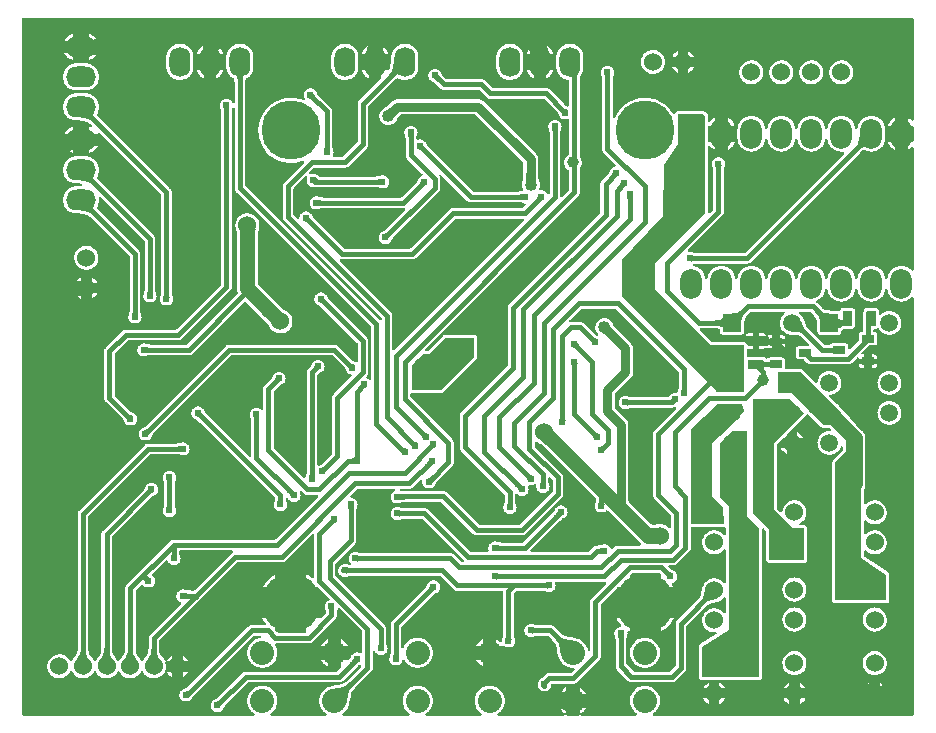
<source format=gbl>
G04 Layer: BottomLayer*
G04 EasyEDA v6.5.22, 2023-01-05 17:43:04*
G04 408631a24da54ebd81f1ad95a11f4f05,373fc183506b451e961249744e80b011,10*
G04 Gerber Generator version 0.2*
G04 Scale: 100 percent, Rotated: No, Reflected: No *
G04 Dimensions in inches *
G04 leading zeros omitted , absolute positions ,3 integer and 6 decimal *
%FSLAX36Y36*%
%MOIN*%

%AMMACRO1*21,1,$1,$2,0,0,$3*%
%ADD10C,0.0150*%
%ADD11C,0.0300*%
%ADD12C,0.0500*%
%ADD13MACRO1,0.0421X0.0236X0.0000*%
%ADD14C,0.0394*%
%ADD15C,0.0591*%
%ADD16R,0.0591X0.0591*%
%ADD17C,0.0600*%
%ADD18C,0.0800*%
%ADD19O,0.1X0.07*%
%ADD20O,0.07X0.1*%
%ADD21O,0.072835X0.098425*%
%ADD22C,0.1968*%
%ADD23C,0.0240*%
%ADD24C,0.0400*%
%ADD25C,0.0163*%

%LPD*%
G36*
X1411699Y1233380D02*
G01*
X1410160Y1233700D01*
X1408880Y1234560D01*
X1408000Y1235860D01*
X1407700Y1237380D01*
X1407680Y1349980D01*
X1407220Y1353340D01*
X1406180Y1356440D01*
X1404580Y1359300D01*
X1402380Y1361940D01*
X1233520Y1530800D01*
X1232640Y1532160D01*
X1232360Y1533760D01*
X1232720Y1535340D01*
X1233700Y1536639D01*
X1235100Y1537440D01*
X1236720Y1537620D01*
X1240180Y1537300D01*
X1475680Y1537320D01*
X1479040Y1537780D01*
X1482140Y1538820D01*
X1485000Y1540420D01*
X1487640Y1542620D01*
X1616160Y1671120D01*
X1617460Y1672000D01*
X1618980Y1672300D01*
X1842620Y1672300D01*
X1844139Y1672000D01*
X1845440Y1671120D01*
X1846300Y1669840D01*
X1846620Y1668300D01*
X1846300Y1666759D01*
X1845440Y1665480D01*
X1414520Y1234560D01*
X1413240Y1233700D01*
G37*

%LPD*%
G36*
X2333160Y639920D02*
G01*
X2331620Y640300D01*
X2330340Y641240D01*
X2327940Y643900D01*
X2323840Y647360D01*
X2319320Y650240D01*
X2314440Y652500D01*
X2309320Y654100D01*
X2304020Y654980D01*
X2298660Y655160D01*
X2293320Y654640D01*
X2288100Y653379D01*
X2282260Y651120D01*
X2281280Y650879D01*
X2279140Y650620D01*
X2278020Y650639D01*
X2276060Y650980D01*
X2274920Y651360D01*
X2272940Y652360D01*
X2272160Y652880D01*
X2270340Y654440D01*
X2196380Y728400D01*
X2195500Y729700D01*
X2195200Y731240D01*
X2195200Y984880D01*
X2195000Y988199D01*
X2194120Y992260D01*
X2193860Y993100D01*
X2192600Y996140D01*
X2192200Y996919D01*
X2189940Y1000420D01*
X2187740Y1002900D01*
X2151380Y1039260D01*
X2150500Y1040560D01*
X2150200Y1042099D01*
X2150200Y1087900D01*
X2150500Y1089440D01*
X2151380Y1090740D01*
X2202740Y1142100D01*
X2204940Y1144580D01*
X2207200Y1148080D01*
X2207600Y1148860D01*
X2208860Y1151900D01*
X2209120Y1152740D01*
X2210000Y1156800D01*
X2210200Y1160120D01*
X2210200Y1239880D01*
X2210000Y1243200D01*
X2209120Y1247260D01*
X2208860Y1248100D01*
X2207600Y1251140D01*
X2207200Y1251920D01*
X2204940Y1255420D01*
X2202740Y1257900D01*
X2148100Y1312540D01*
X2146140Y1314940D01*
X2145060Y1316600D01*
X2144240Y1318180D01*
X2142200Y1323100D01*
X2139940Y1327000D01*
X2137120Y1330540D01*
X2133820Y1333600D01*
X2130100Y1336140D01*
X2126020Y1338100D01*
X2121720Y1339440D01*
X2117260Y1340100D01*
X2112740Y1340100D01*
X2108280Y1339440D01*
X2103980Y1338100D01*
X2099900Y1336140D01*
X2096180Y1333600D01*
X2092880Y1330540D01*
X2090060Y1327000D01*
X2087800Y1323100D01*
X2086160Y1318899D01*
X2085140Y1314500D01*
X2084820Y1310000D01*
X2085140Y1305500D01*
X2086160Y1301100D01*
X2087800Y1296900D01*
X2090060Y1293000D01*
X2092880Y1289460D01*
X2093560Y1288820D01*
X2094520Y1287460D01*
X2094840Y1285820D01*
X2094460Y1284199D01*
X2093460Y1282860D01*
X2091980Y1282060D01*
X2090320Y1281920D01*
X2088740Y1282480D01*
X2086480Y1283940D01*
X2084139Y1285980D01*
X2047020Y1322980D01*
X2044300Y1325040D01*
X2041380Y1326480D01*
X2038240Y1327380D01*
X2034820Y1327700D01*
X2004680Y1327700D01*
X2002540Y1327500D01*
X2000920Y1327700D01*
X1999520Y1328500D01*
X1998560Y1329800D01*
X1998180Y1331380D01*
X1998460Y1332960D01*
X1999360Y1334319D01*
X2036160Y1371120D01*
X2037460Y1372000D01*
X2038980Y1372300D01*
X2151020Y1372300D01*
X2152540Y1372000D01*
X2153840Y1371120D01*
X2361120Y1163840D01*
X2362000Y1162540D01*
X2362300Y1161020D01*
X2362300Y1114000D01*
X2362240Y1108740D01*
X2361920Y1105220D01*
X2361160Y1102300D01*
X2359160Y1097640D01*
X2358400Y1094760D01*
X2357820Y1093500D01*
X2356820Y1092520D01*
X2355560Y1091940D01*
X2354180Y1091820D01*
X2350000Y1092180D01*
X2346140Y1091840D01*
X2342420Y1090840D01*
X2338900Y1089220D01*
X2335740Y1087000D01*
X2333000Y1084260D01*
X2330780Y1081100D01*
X2330280Y1080000D01*
X2329400Y1078800D01*
X2328140Y1077980D01*
X2326660Y1077700D01*
X2209000Y1077700D01*
X2203740Y1077760D01*
X2200220Y1078080D01*
X2197300Y1078840D01*
X2192640Y1080840D01*
X2188860Y1081840D01*
X2185000Y1082180D01*
X2181140Y1081840D01*
X2177420Y1080840D01*
X2173900Y1079220D01*
X2170740Y1077000D01*
X2168000Y1074260D01*
X2165780Y1071100D01*
X2164160Y1067580D01*
X2163160Y1063860D01*
X2162820Y1060000D01*
X2163160Y1056140D01*
X2164160Y1052420D01*
X2165780Y1048900D01*
X2168000Y1045740D01*
X2170740Y1043000D01*
X2173900Y1040780D01*
X2177420Y1039160D01*
X2181140Y1038160D01*
X2185000Y1037820D01*
X2188860Y1038160D01*
X2192640Y1039160D01*
X2197300Y1041160D01*
X2200220Y1041919D01*
X2203980Y1042240D01*
X2209060Y1042300D01*
X2340680Y1042320D01*
X2344040Y1042780D01*
X2347140Y1043820D01*
X2348380Y1044520D01*
X2349940Y1045000D01*
X2351560Y1044840D01*
X2352980Y1044040D01*
X2353960Y1042740D01*
X2354340Y1041160D01*
X2354060Y1039560D01*
X2353160Y1038199D01*
X2282020Y967020D01*
X2279960Y964300D01*
X2278520Y961380D01*
X2277620Y958240D01*
X2277300Y954820D01*
X2277320Y749320D01*
X2277780Y745960D01*
X2278820Y742860D01*
X2280420Y740000D01*
X2282620Y737360D01*
X2336120Y683840D01*
X2337000Y682540D01*
X2337300Y681020D01*
X2337300Y643920D01*
X2336980Y642360D01*
X2336080Y641060D01*
X2334740Y640200D01*
G37*

%LPD*%
G36*
X572880Y196160D02*
G01*
X571320Y196880D01*
X570220Y198180D01*
X566800Y204520D01*
X563420Y209899D01*
X557840Y218039D01*
X555800Y221460D01*
X554300Y224840D01*
X553180Y228680D01*
X552400Y233619D01*
X552100Y240320D01*
X552100Y430420D01*
X552400Y431940D01*
X553280Y433240D01*
X571660Y451620D01*
X573120Y452560D01*
X574840Y452780D01*
X576480Y452260D01*
X580740Y448000D01*
X583900Y445780D01*
X587420Y444159D01*
X591140Y443160D01*
X595000Y442819D01*
X598860Y443160D01*
X602580Y444159D01*
X606100Y445780D01*
X609260Y448000D01*
X612000Y450740D01*
X614220Y453900D01*
X615840Y457420D01*
X616840Y461140D01*
X617180Y465000D01*
X616840Y468860D01*
X615840Y472580D01*
X614220Y476100D01*
X612000Y479260D01*
X607740Y483519D01*
X607220Y485160D01*
X607440Y486880D01*
X608380Y488340D01*
X652980Y532940D01*
X654240Y533800D01*
X655740Y534120D01*
X657240Y533860D01*
X658540Y533040D01*
X659440Y531820D01*
X660780Y528900D01*
X663000Y525740D01*
X665740Y523000D01*
X668900Y520780D01*
X672420Y519159D01*
X676140Y518160D01*
X680000Y517819D01*
X683860Y518160D01*
X687580Y519159D01*
X691100Y520780D01*
X694260Y523000D01*
X697000Y525740D01*
X699220Y528900D01*
X700840Y532420D01*
X701840Y536140D01*
X702180Y540000D01*
X701840Y543860D01*
X700840Y547640D01*
X698840Y552300D01*
X698080Y555220D01*
X697760Y558980D01*
X697700Y563260D01*
X698000Y564800D01*
X698860Y566120D01*
X700160Y567000D01*
X701700Y567300D01*
X873460Y567300D01*
X875160Y566920D01*
X876520Y565860D01*
X877320Y564300D01*
X877380Y562560D01*
X876700Y560960D01*
X872360Y557380D01*
X748840Y433880D01*
X747540Y433000D01*
X746020Y432700D01*
X728740Y432760D01*
X725220Y433080D01*
X722300Y433840D01*
X717640Y435840D01*
X713860Y436840D01*
X710000Y437180D01*
X706140Y436840D01*
X702420Y435840D01*
X698900Y434219D01*
X695740Y432000D01*
X693000Y429260D01*
X690780Y426100D01*
X689160Y422580D01*
X688160Y418860D01*
X687820Y415000D01*
X688160Y411140D01*
X689160Y407420D01*
X690780Y403900D01*
X693000Y400740D01*
X695740Y398000D01*
X698900Y395780D01*
X701820Y394440D01*
X703040Y393540D01*
X703860Y392239D01*
X704120Y390740D01*
X703800Y389240D01*
X702940Y387980D01*
X600120Y285120D01*
X598060Y282400D01*
X596620Y279480D01*
X595720Y276340D01*
X595400Y272920D01*
X595400Y240140D01*
X595040Y233180D01*
X594200Y228160D01*
X593000Y224320D01*
X591480Y221080D01*
X589520Y217840D01*
X583740Y209400D01*
X580260Y203800D01*
X577280Y198180D01*
X576160Y196880D01*
X574600Y196160D01*
G37*

%LPD*%
G36*
X1244960Y15900D02*
G01*
X1243280Y16259D01*
X1241920Y17300D01*
X1241100Y18820D01*
X1241020Y20540D01*
X1241640Y22140D01*
X1242900Y23320D01*
X1243520Y23700D01*
X1248280Y27440D01*
X1252560Y31720D01*
X1256300Y36480D01*
X1259440Y41680D01*
X1261960Y47260D01*
X1262600Y49080D01*
X1265180Y57800D01*
X1267120Y67360D01*
X1269000Y80940D01*
X1270060Y86560D01*
X1271680Y91640D01*
X1274180Y96740D01*
X1278180Y102460D01*
X1284360Y109320D01*
X1337980Y162979D01*
X1340040Y165700D01*
X1341480Y168619D01*
X1342380Y171759D01*
X1342700Y175180D01*
X1342700Y228200D01*
X1343000Y229720D01*
X1343839Y231000D01*
X1345100Y231880D01*
X1346600Y232200D01*
X1348120Y231940D01*
X1349420Y231140D01*
X1350320Y229899D01*
X1350780Y228900D01*
X1353000Y225740D01*
X1355740Y223000D01*
X1358899Y220780D01*
X1362420Y219160D01*
X1366140Y218160D01*
X1370000Y217820D01*
X1373860Y218160D01*
X1377580Y219160D01*
X1381100Y220780D01*
X1384259Y223000D01*
X1387000Y225740D01*
X1389220Y228900D01*
X1390840Y232420D01*
X1391840Y236140D01*
X1392180Y240000D01*
X1391840Y243860D01*
X1390840Y247640D01*
X1388839Y252300D01*
X1388080Y255219D01*
X1387760Y258980D01*
X1387700Y264060D01*
X1387680Y305680D01*
X1387220Y309040D01*
X1386180Y312140D01*
X1384580Y315000D01*
X1382380Y317640D01*
X1218880Y481160D01*
X1218000Y482460D01*
X1217700Y483980D01*
X1217700Y521019D01*
X1218000Y522540D01*
X1218880Y523840D01*
X1282980Y587980D01*
X1285040Y590700D01*
X1286480Y593620D01*
X1287380Y596760D01*
X1287700Y600180D01*
X1287700Y696000D01*
X1287760Y701260D01*
X1288080Y704780D01*
X1288839Y707700D01*
X1290840Y712360D01*
X1291840Y716140D01*
X1292180Y720000D01*
X1291840Y723860D01*
X1290840Y727580D01*
X1289220Y731100D01*
X1287000Y734260D01*
X1284259Y737000D01*
X1281100Y739220D01*
X1277580Y740840D01*
X1273860Y741840D01*
X1271380Y742060D01*
X1269940Y742480D01*
X1268740Y743379D01*
X1267980Y744680D01*
X1267740Y746160D01*
X1268060Y747640D01*
X1268900Y748880D01*
X1291160Y771120D01*
X1292460Y772000D01*
X1293980Y772300D01*
X1413200Y772300D01*
X1414720Y772000D01*
X1416000Y771160D01*
X1416879Y769900D01*
X1417200Y768400D01*
X1416940Y766880D01*
X1416140Y765580D01*
X1414900Y764680D01*
X1413899Y764220D01*
X1410740Y762000D01*
X1408000Y759260D01*
X1405780Y756100D01*
X1404160Y752580D01*
X1403160Y748860D01*
X1402820Y745000D01*
X1403160Y741140D01*
X1404160Y737420D01*
X1405780Y733900D01*
X1408000Y730740D01*
X1410740Y728000D01*
X1413899Y725780D01*
X1417420Y724160D01*
X1421140Y723160D01*
X1425000Y722820D01*
X1428860Y723160D01*
X1432660Y724180D01*
X1437820Y726520D01*
X1440720Y727360D01*
X1444460Y727780D01*
X1475200Y728700D01*
X1568520Y728700D01*
X1570040Y728400D01*
X1571339Y727520D01*
X1676879Y622020D01*
X1679600Y619960D01*
X1682520Y618520D01*
X1685660Y617620D01*
X1689079Y617300D01*
X1840680Y617320D01*
X1844040Y617780D01*
X1847140Y618820D01*
X1850000Y620420D01*
X1852640Y622620D01*
X1972980Y742980D01*
X1975040Y745699D01*
X1976480Y748620D01*
X1977380Y751760D01*
X1977700Y755180D01*
X1977680Y810680D01*
X1977220Y814040D01*
X1976180Y817140D01*
X1974580Y820000D01*
X1972380Y822640D01*
X1883880Y911160D01*
X1883000Y912460D01*
X1882700Y913980D01*
X1882700Y926080D01*
X1883080Y927780D01*
X1884160Y929160D01*
X1885720Y929960D01*
X1887480Y930000D01*
X1889079Y929300D01*
X1893380Y926120D01*
X1898120Y923520D01*
X1900900Y922380D01*
X1903460Y921180D01*
X1905420Y919800D01*
X2086100Y739120D01*
X2086980Y737800D01*
X2087260Y736240D01*
X2087240Y733740D01*
X2086920Y730220D01*
X2086160Y727300D01*
X2084160Y722640D01*
X2083160Y718860D01*
X2082820Y715000D01*
X2083160Y711140D01*
X2084160Y707420D01*
X2085780Y703900D01*
X2088000Y700740D01*
X2090740Y698000D01*
X2093899Y695780D01*
X2097420Y694160D01*
X2101140Y693160D01*
X2105000Y692820D01*
X2108860Y693160D01*
X2112580Y694160D01*
X2116100Y695780D01*
X2119260Y698000D01*
X2120400Y699160D01*
X2121700Y700020D01*
X2123240Y700320D01*
X2124760Y700020D01*
X2126060Y699160D01*
X2235640Y589620D01*
X2236560Y588340D01*
X2236900Y586800D01*
X2236620Y585240D01*
X2235760Y583900D01*
X2234460Y583020D01*
X2232900Y582700D01*
X2159320Y582680D01*
X2155960Y582220D01*
X2152860Y581180D01*
X2150000Y579580D01*
X2147360Y577380D01*
X2142020Y572060D01*
X2140760Y571200D01*
X2139260Y570880D01*
X2137760Y571140D01*
X2136460Y571960D01*
X2135560Y573180D01*
X2134220Y576100D01*
X2132000Y579260D01*
X2129260Y582000D01*
X2126100Y584220D01*
X2122580Y585840D01*
X2118860Y586840D01*
X2115000Y587180D01*
X2111140Y586840D01*
X2107360Y585840D01*
X2102700Y583840D01*
X2099780Y583080D01*
X2096020Y582760D01*
X2089300Y582680D01*
X2085960Y582220D01*
X2082860Y581180D01*
X2080000Y579580D01*
X2077360Y577380D01*
X2063839Y563880D01*
X2062540Y563000D01*
X2061020Y562700D01*
X1872380Y562700D01*
X1870860Y563000D01*
X1869560Y563880D01*
X1868700Y565160D01*
X1868380Y566700D01*
X1868700Y568240D01*
X1869560Y569520D01*
X1965540Y665500D01*
X1969319Y669180D01*
X1972020Y671460D01*
X1974620Y672980D01*
X1978240Y674419D01*
X1981080Y675780D01*
X1984259Y678000D01*
X1987000Y680740D01*
X1989220Y683900D01*
X1990840Y687420D01*
X1991840Y691140D01*
X1992180Y695000D01*
X1991840Y698860D01*
X1990840Y702580D01*
X1989220Y706100D01*
X1987000Y709260D01*
X1984259Y712000D01*
X1981100Y714220D01*
X1977580Y715840D01*
X1973860Y716840D01*
X1970000Y717180D01*
X1966140Y716840D01*
X1962420Y715840D01*
X1958899Y714220D01*
X1955740Y712000D01*
X1953000Y709260D01*
X1950800Y706100D01*
X1949019Y702220D01*
X1947680Y699020D01*
X1946060Y696480D01*
X1944019Y694140D01*
X1940460Y690500D01*
X1843839Y593880D01*
X1842540Y593000D01*
X1841020Y592700D01*
X1774000Y592700D01*
X1768740Y592760D01*
X1765220Y593080D01*
X1762300Y593840D01*
X1757640Y595840D01*
X1753860Y596840D01*
X1750000Y597180D01*
X1746140Y596840D01*
X1742420Y595840D01*
X1738899Y594220D01*
X1735740Y592000D01*
X1733000Y589260D01*
X1730780Y586100D01*
X1729160Y582580D01*
X1728160Y578860D01*
X1727820Y575000D01*
X1728160Y571140D01*
X1729060Y567740D01*
X1729180Y566280D01*
X1728760Y564880D01*
X1727880Y563720D01*
X1726639Y562960D01*
X1725200Y562700D01*
X1668980Y562700D01*
X1667460Y563000D01*
X1666160Y563880D01*
X1527020Y702980D01*
X1524300Y705040D01*
X1521380Y706480D01*
X1518240Y707380D01*
X1514820Y707700D01*
X1449000Y707700D01*
X1443740Y707760D01*
X1440220Y708080D01*
X1437300Y708840D01*
X1432640Y710840D01*
X1428860Y711840D01*
X1425000Y712180D01*
X1421140Y711840D01*
X1417420Y710840D01*
X1413899Y709220D01*
X1410740Y707000D01*
X1408000Y704260D01*
X1405780Y701100D01*
X1404160Y697580D01*
X1403160Y693860D01*
X1402820Y690000D01*
X1403160Y686140D01*
X1404160Y682420D01*
X1405780Y678900D01*
X1408000Y675740D01*
X1410740Y673000D01*
X1413899Y670780D01*
X1417420Y669160D01*
X1421140Y668160D01*
X1425000Y667820D01*
X1428860Y668160D01*
X1432640Y669160D01*
X1437300Y671160D01*
X1440220Y671919D01*
X1443980Y672240D01*
X1449060Y672300D01*
X1506020Y672300D01*
X1507540Y672000D01*
X1508839Y671120D01*
X1645440Y534520D01*
X1646300Y533240D01*
X1646620Y531700D01*
X1646300Y530160D01*
X1645440Y528880D01*
X1644139Y528000D01*
X1642620Y527700D01*
X1638980Y527700D01*
X1637460Y528000D01*
X1636160Y528880D01*
X1612020Y552980D01*
X1609300Y555040D01*
X1606380Y556480D01*
X1603240Y557380D01*
X1599820Y557700D01*
X1309000Y557700D01*
X1303740Y557760D01*
X1300220Y558080D01*
X1297300Y558840D01*
X1292640Y560840D01*
X1288860Y561840D01*
X1285000Y562180D01*
X1281140Y561840D01*
X1277420Y560840D01*
X1273900Y559220D01*
X1270740Y557000D01*
X1268000Y554260D01*
X1265780Y551100D01*
X1264160Y547580D01*
X1263160Y543860D01*
X1262820Y540000D01*
X1263160Y536140D01*
X1264160Y532420D01*
X1265780Y528900D01*
X1268000Y525740D01*
X1268940Y524800D01*
X1269860Y523360D01*
X1270100Y521659D01*
X1269600Y520020D01*
X1268460Y518740D01*
X1266900Y518040D01*
X1265180Y518080D01*
X1262300Y518840D01*
X1257640Y520840D01*
X1253860Y521840D01*
X1250000Y522180D01*
X1246140Y521840D01*
X1242420Y520840D01*
X1238900Y519219D01*
X1235740Y517000D01*
X1233000Y514260D01*
X1230780Y511100D01*
X1229540Y508459D01*
X1229180Y507879D01*
X1228000Y504840D01*
X1227400Y501640D01*
X1227400Y498360D01*
X1228000Y495160D01*
X1229180Y492120D01*
X1229760Y491120D01*
X1230780Y488900D01*
X1233000Y485740D01*
X1235740Y483000D01*
X1238900Y480780D01*
X1242420Y479159D01*
X1246140Y478160D01*
X1250000Y477819D01*
X1253860Y478160D01*
X1257640Y479159D01*
X1262300Y481160D01*
X1265220Y481920D01*
X1268980Y482239D01*
X1274060Y482299D01*
X1566020Y482299D01*
X1567540Y482000D01*
X1568839Y481120D01*
X1612980Y437020D01*
X1615700Y434960D01*
X1618620Y433519D01*
X1621759Y432620D01*
X1625180Y432299D01*
X1773300Y432299D01*
X1774840Y432000D01*
X1776120Y431120D01*
X1777000Y429840D01*
X1777300Y428300D01*
X1777300Y289000D01*
X1777240Y283740D01*
X1776920Y280220D01*
X1776160Y277300D01*
X1774160Y272640D01*
X1773160Y268860D01*
X1772800Y264840D01*
X1772400Y263400D01*
X1771480Y262200D01*
X1770180Y261439D01*
X1768700Y261200D01*
X1767240Y261520D01*
X1765780Y262560D01*
X1761020Y266300D01*
X1755820Y269440D01*
X1755000Y269820D01*
X1755000Y247500D01*
X1780200Y247500D01*
X1781399Y247320D01*
X1782500Y246780D01*
X1783899Y245780D01*
X1787420Y244160D01*
X1791140Y243160D01*
X1795000Y242820D01*
X1798860Y243160D01*
X1802580Y244160D01*
X1806100Y245780D01*
X1809259Y248000D01*
X1812000Y250740D01*
X1814220Y253900D01*
X1815840Y257420D01*
X1816840Y261140D01*
X1817180Y265000D01*
X1816840Y268860D01*
X1815840Y272640D01*
X1813839Y277300D01*
X1813080Y280220D01*
X1812760Y283980D01*
X1812700Y289060D01*
X1812700Y421019D01*
X1813000Y422540D01*
X1813880Y423840D01*
X1821160Y431120D01*
X1822460Y432000D01*
X1823980Y432299D01*
X1906000Y432299D01*
X1911260Y432239D01*
X1914780Y431920D01*
X1917720Y431160D01*
X1922340Y429180D01*
X1926140Y428160D01*
X1930000Y427819D01*
X1933860Y428160D01*
X1937580Y429159D01*
X1941100Y430780D01*
X1944259Y433000D01*
X1947000Y435740D01*
X1949220Y438900D01*
X1950840Y442420D01*
X1951840Y446140D01*
X1952180Y450000D01*
X1951840Y453860D01*
X1950940Y457260D01*
X1950820Y458720D01*
X1951240Y460120D01*
X1952120Y461280D01*
X1953360Y462040D01*
X1954800Y462299D01*
X2114960Y462299D01*
X2117340Y462540D01*
X2119000Y462440D01*
X2120460Y461659D01*
X2121480Y460379D01*
X2121900Y458780D01*
X2121620Y457140D01*
X2120720Y455760D01*
X2072020Y407020D01*
X2069960Y404300D01*
X2068520Y401380D01*
X2067620Y398240D01*
X2067300Y394820D01*
X2067300Y234280D01*
X2066940Y232640D01*
X2065960Y231300D01*
X2064500Y230460D01*
X2062820Y230320D01*
X2061240Y230859D01*
X2060000Y232020D01*
X2059360Y233560D01*
X2058740Y237020D01*
X2056940Y242800D01*
X2054440Y248320D01*
X2051300Y253520D01*
X2047560Y258280D01*
X2043280Y262560D01*
X2038520Y266300D01*
X2033320Y269440D01*
X2027740Y271960D01*
X2025920Y272600D01*
X2017200Y275180D01*
X2007640Y277120D01*
X1994060Y279000D01*
X1988440Y280060D01*
X1983360Y281680D01*
X1978260Y284180D01*
X1972540Y288180D01*
X1965680Y294360D01*
X1947020Y312980D01*
X1944300Y315040D01*
X1941380Y316480D01*
X1938240Y317380D01*
X1934820Y317700D01*
X1894000Y317700D01*
X1888740Y317760D01*
X1885220Y318080D01*
X1882300Y318840D01*
X1877640Y320840D01*
X1873860Y321840D01*
X1870000Y322180D01*
X1866140Y321840D01*
X1862420Y320840D01*
X1858899Y319220D01*
X1855740Y317000D01*
X1853000Y314260D01*
X1850780Y311100D01*
X1849160Y307580D01*
X1848160Y303860D01*
X1847820Y300000D01*
X1848160Y296140D01*
X1849160Y292420D01*
X1850780Y288900D01*
X1853000Y285740D01*
X1855740Y283000D01*
X1858899Y280780D01*
X1862420Y279160D01*
X1866140Y278160D01*
X1870000Y277820D01*
X1873860Y278160D01*
X1877640Y279160D01*
X1882300Y281160D01*
X1885220Y281920D01*
X1888980Y282240D01*
X1894060Y282300D01*
X1926020Y282300D01*
X1927540Y282000D01*
X1928839Y281120D01*
X1940800Y269160D01*
X1947160Y262040D01*
X1950820Y256740D01*
X1953320Y251640D01*
X1955040Y246119D01*
X1956040Y240740D01*
X1958020Y226560D01*
X1959820Y217800D01*
X1962400Y209080D01*
X1963040Y207260D01*
X1965560Y201680D01*
X1968700Y196480D01*
X1972440Y191720D01*
X1976720Y187440D01*
X1981480Y183700D01*
X1986680Y180560D01*
X1992200Y178060D01*
X1997980Y176260D01*
X2003940Y175180D01*
X2010000Y174800D01*
X2011579Y174899D01*
X2013160Y174680D01*
X2014540Y173860D01*
X2015460Y172560D01*
X2015820Y171000D01*
X2015540Y169420D01*
X2014660Y168080D01*
X2005440Y158880D01*
X2004139Y158000D01*
X2002620Y157700D01*
X1929319Y157680D01*
X1925960Y157220D01*
X1922860Y156180D01*
X1920000Y154580D01*
X1917360Y152380D01*
X1907340Y142380D01*
X1905000Y140340D01*
X1900820Y137060D01*
X1898000Y134260D01*
X1895780Y131100D01*
X1894160Y127579D01*
X1893160Y123859D01*
X1892820Y120000D01*
X1893160Y116140D01*
X1894160Y112420D01*
X1895780Y108900D01*
X1898000Y105740D01*
X1900740Y103000D01*
X1903400Y101140D01*
X1906540Y99160D01*
X1909560Y98000D01*
X1912760Y97400D01*
X1916040Y97400D01*
X1919240Y98000D01*
X1921660Y98900D01*
X1922580Y99160D01*
X1926100Y100780D01*
X1929259Y103000D01*
X1932000Y105740D01*
X1934220Y108900D01*
X1935840Y112420D01*
X1936860Y116199D01*
X1937140Y118740D01*
X1937560Y120140D01*
X1938440Y121280D01*
X1939680Y122040D01*
X1941120Y122300D01*
X2012280Y122320D01*
X2015640Y122780D01*
X2018740Y123820D01*
X2021600Y125420D01*
X2024240Y127620D01*
X2097980Y201380D01*
X2100040Y204100D01*
X2101480Y207020D01*
X2102380Y210159D01*
X2102700Y213580D01*
X2102700Y386019D01*
X2103000Y387540D01*
X2103880Y388840D01*
X2157120Y442100D01*
X2158420Y442960D01*
X2159960Y443260D01*
X2199380Y443260D01*
X2199380Y482700D01*
X2199700Y484219D01*
X2200560Y485520D01*
X2206160Y491120D01*
X2207460Y492000D01*
X2208980Y492299D01*
X2296020Y492299D01*
X2297540Y492000D01*
X2298840Y491120D01*
X2301640Y488320D01*
X2302500Y487020D01*
X2302820Y485500D01*
X2302820Y443260D01*
X2346600Y443260D01*
X2341580Y451659D01*
X2340600Y453000D01*
X2339900Y454600D01*
X2339960Y456360D01*
X2340780Y457920D01*
X2342160Y458980D01*
X2346100Y460800D01*
X2349260Y463000D01*
X2352000Y465740D01*
X2354220Y468900D01*
X2355840Y472420D01*
X2356840Y476140D01*
X2357180Y480000D01*
X2356840Y483860D01*
X2355840Y487580D01*
X2354220Y491100D01*
X2352000Y494260D01*
X2349260Y497000D01*
X2346100Y499200D01*
X2342220Y500980D01*
X2339020Y502320D01*
X2336480Y503940D01*
X2334140Y505980D01*
X2329580Y510439D01*
X2328700Y511740D01*
X2328380Y513280D01*
X2328680Y514820D01*
X2329560Y516120D01*
X2330860Y517000D01*
X2332380Y517299D01*
X2345680Y517320D01*
X2349040Y517780D01*
X2352140Y518820D01*
X2355000Y520420D01*
X2357640Y522620D01*
X2397980Y562980D01*
X2400040Y565700D01*
X2401480Y568620D01*
X2402380Y571760D01*
X2402700Y575180D01*
X2402700Y640800D01*
X2403000Y642340D01*
X2403880Y643620D01*
X2405160Y644500D01*
X2406700Y644800D01*
X2515620Y644840D01*
X2517200Y644580D01*
X2518560Y643720D01*
X2519480Y642400D01*
X2519800Y640840D01*
X2519800Y620460D01*
X2519480Y618880D01*
X2518540Y617560D01*
X2517180Y616700D01*
X2515580Y616480D01*
X2514020Y616880D01*
X2512740Y617880D01*
X2509840Y621320D01*
X2505860Y624920D01*
X2501420Y627960D01*
X2496640Y630380D01*
X2491560Y632140D01*
X2486300Y633220D01*
X2480940Y633580D01*
X2475580Y633220D01*
X2470320Y632140D01*
X2465260Y630380D01*
X2460460Y627960D01*
X2456040Y624920D01*
X2452060Y621320D01*
X2448580Y617220D01*
X2445700Y612700D01*
X2443440Y607820D01*
X2441840Y602700D01*
X2440960Y597400D01*
X2440780Y592040D01*
X2441320Y586700D01*
X2442560Y581480D01*
X2444480Y576460D01*
X2447060Y571760D01*
X2450260Y567440D01*
X2453980Y563580D01*
X2458200Y560240D01*
X2462820Y557520D01*
X2467760Y555420D01*
X2472940Y554000D01*
X2478260Y553280D01*
X2483620Y553280D01*
X2488960Y554000D01*
X2494120Y555420D01*
X2499080Y557520D01*
X2503700Y560240D01*
X2507900Y563580D01*
X2511640Y567440D01*
X2512580Y568720D01*
X2513820Y569820D01*
X2515400Y570320D01*
X2517040Y570140D01*
X2518480Y569300D01*
X2519460Y567960D01*
X2519800Y566340D01*
X2519800Y460460D01*
X2519480Y458880D01*
X2518540Y457560D01*
X2517180Y456700D01*
X2515580Y456480D01*
X2514020Y456880D01*
X2512740Y457879D01*
X2509840Y461320D01*
X2505860Y464920D01*
X2501420Y467960D01*
X2496640Y470379D01*
X2491560Y472140D01*
X2486300Y473220D01*
X2480940Y473579D01*
X2475580Y473220D01*
X2470320Y472140D01*
X2465260Y470379D01*
X2460460Y467960D01*
X2456040Y464920D01*
X2452060Y461320D01*
X2448580Y457220D01*
X2445700Y452700D01*
X2443420Y447760D01*
X2442840Y446100D01*
X2440680Y438920D01*
X2439280Y432740D01*
X2437480Y423040D01*
X2436500Y419180D01*
X2435180Y415740D01*
X2433280Y412220D01*
X2430320Y408180D01*
X2425800Y403220D01*
X2357020Y334420D01*
X2354960Y331700D01*
X2353520Y328780D01*
X2352620Y325640D01*
X2352300Y322220D01*
X2352300Y183980D01*
X2352000Y182460D01*
X2351120Y181160D01*
X2333840Y163880D01*
X2332540Y163000D01*
X2331020Y162700D01*
X2213980Y162700D01*
X2212460Y163000D01*
X2211160Y163880D01*
X2188880Y186160D01*
X2188000Y187460D01*
X2187700Y188980D01*
X2187700Y266000D01*
X2187760Y271260D01*
X2188080Y274780D01*
X2188840Y277700D01*
X2190840Y282360D01*
X2191840Y286140D01*
X2192180Y290000D01*
X2191920Y293080D01*
X2192120Y294760D01*
X2193020Y296220D01*
X2194440Y297160D01*
X2196100Y297420D01*
X2197740Y296980D01*
X2199380Y296120D01*
X2199380Y339840D01*
X2155680Y339840D01*
X2158180Y335280D01*
X2163220Y327700D01*
X2168880Y320580D01*
X2170600Y318740D01*
X2171500Y317200D01*
X2171640Y315440D01*
X2171020Y313780D01*
X2169720Y312560D01*
X2168040Y312020D01*
X2166140Y311840D01*
X2162420Y310840D01*
X2158900Y309220D01*
X2155740Y307000D01*
X2153000Y304260D01*
X2150780Y301100D01*
X2149160Y297580D01*
X2148160Y293860D01*
X2147820Y290000D01*
X2148160Y286140D01*
X2149160Y282360D01*
X2151160Y277700D01*
X2151920Y274780D01*
X2152240Y271020D01*
X2152300Y265940D01*
X2152320Y179320D01*
X2152780Y175960D01*
X2153820Y172860D01*
X2155420Y170000D01*
X2157620Y167360D01*
X2192980Y132020D01*
X2195700Y129960D01*
X2198620Y128520D01*
X2201760Y127620D01*
X2205180Y127300D01*
X2340680Y127320D01*
X2344040Y127780D01*
X2347140Y128820D01*
X2350000Y130420D01*
X2352640Y132620D01*
X2382980Y162979D01*
X2385040Y165700D01*
X2386480Y168619D01*
X2387380Y171759D01*
X2387700Y175180D01*
X2387700Y313420D01*
X2388000Y314940D01*
X2388880Y316240D01*
X2450820Y378200D01*
X2456140Y383020D01*
X2460280Y385959D01*
X2463840Y387819D01*
X2467200Y389040D01*
X2470880Y389960D01*
X2480940Y391840D01*
X2487360Y393340D01*
X2494080Y395400D01*
X2499080Y397520D01*
X2503700Y400240D01*
X2507900Y403579D01*
X2511640Y407440D01*
X2512580Y408720D01*
X2513820Y409820D01*
X2515400Y410319D01*
X2517040Y410140D01*
X2518480Y409300D01*
X2519460Y407960D01*
X2519800Y406340D01*
X2519800Y360460D01*
X2519480Y358880D01*
X2518540Y357560D01*
X2517180Y356700D01*
X2515580Y356480D01*
X2514020Y356880D01*
X2512740Y357879D01*
X2509840Y361320D01*
X2505860Y364920D01*
X2501420Y367960D01*
X2496640Y370379D01*
X2491560Y372140D01*
X2486300Y373220D01*
X2480940Y373579D01*
X2475580Y373220D01*
X2470320Y372140D01*
X2465260Y370379D01*
X2460460Y367960D01*
X2456040Y364920D01*
X2452060Y361320D01*
X2448580Y357220D01*
X2445700Y352700D01*
X2443440Y347819D01*
X2441840Y342700D01*
X2440960Y337400D01*
X2440780Y332040D01*
X2441320Y326700D01*
X2442560Y321480D01*
X2444480Y316460D01*
X2447060Y311760D01*
X2450260Y307440D01*
X2453980Y303580D01*
X2458200Y300240D01*
X2462820Y297520D01*
X2467760Y295420D01*
X2472940Y294000D01*
X2478260Y293280D01*
X2483620Y293280D01*
X2485080Y293480D01*
X2486620Y293380D01*
X2488020Y292700D01*
X2489040Y291560D01*
X2489560Y290100D01*
X2489480Y288540D01*
X2488840Y287140D01*
X2487700Y286100D01*
X2434780Y253760D01*
X2432900Y252320D01*
X2431460Y250560D01*
X2430420Y248500D01*
X2429880Y246300D01*
X2429800Y244880D01*
X2429800Y145220D01*
X2430080Y142740D01*
X2430840Y140580D01*
X2432040Y138660D01*
X2433660Y137040D01*
X2435580Y135840D01*
X2437740Y135080D01*
X2440220Y134800D01*
X2462140Y134800D01*
X2463860Y134400D01*
X2464740Y133720D01*
X2465920Y134500D01*
X2467440Y134800D01*
X2494440Y134800D01*
X2495980Y134500D01*
X2497140Y133720D01*
X2498020Y134400D01*
X2499740Y134800D01*
X2629780Y134800D01*
X2632260Y135080D01*
X2634420Y135840D01*
X2636340Y137040D01*
X2637960Y138660D01*
X2639160Y140580D01*
X2639920Y142740D01*
X2640200Y145220D01*
X2640200Y635720D01*
X2640500Y637240D01*
X2641380Y638540D01*
X2642660Y639420D01*
X2644200Y639720D01*
X2645740Y639420D01*
X2647020Y638540D01*
X2653620Y631940D01*
X2654500Y630640D01*
X2654800Y629120D01*
X2654800Y535220D01*
X2655080Y532740D01*
X2655840Y530580D01*
X2657040Y528660D01*
X2658660Y527040D01*
X2660580Y525840D01*
X2662740Y525080D01*
X2665220Y524800D01*
X2779780Y524800D01*
X2782260Y525080D01*
X2784420Y525840D01*
X2786340Y527040D01*
X2787960Y528660D01*
X2789160Y530580D01*
X2789920Y532740D01*
X2790200Y535220D01*
X2790200Y639780D01*
X2789920Y642260D01*
X2789160Y644419D01*
X2787960Y646340D01*
X2786340Y647960D01*
X2784420Y649160D01*
X2782260Y649920D01*
X2779780Y650200D01*
X2768820Y650200D01*
X2767140Y650580D01*
X2765779Y651620D01*
X2764980Y653139D01*
X2764880Y654860D01*
X2765539Y656460D01*
X2766800Y657640D01*
X2771200Y660240D01*
X2775400Y663580D01*
X2779140Y667440D01*
X2782320Y671760D01*
X2784900Y676460D01*
X2786840Y681480D01*
X2788080Y686700D01*
X2788620Y692039D01*
X2788440Y697400D01*
X2787540Y702700D01*
X2785960Y707820D01*
X2783700Y712700D01*
X2780800Y717220D01*
X2777340Y721320D01*
X2773360Y724920D01*
X2768940Y727960D01*
X2764140Y730380D01*
X2759060Y732140D01*
X2753800Y733220D01*
X2748440Y733580D01*
X2743100Y733220D01*
X2737820Y732140D01*
X2732760Y730380D01*
X2727960Y727960D01*
X2723540Y724920D01*
X2719560Y721320D01*
X2716100Y717220D01*
X2713200Y712700D01*
X2710940Y707820D01*
X2709360Y702700D01*
X2708460Y697400D01*
X2708440Y696640D01*
X2708100Y695160D01*
X2707240Y693920D01*
X2705980Y693080D01*
X2704500Y692760D01*
X2703000Y693040D01*
X2701720Y693840D01*
X2691480Y703280D01*
X2690539Y704620D01*
X2690200Y706220D01*
X2690200Y919120D01*
X2690500Y920639D01*
X2691380Y921940D01*
X2710520Y941100D01*
X2711820Y941960D01*
X2713340Y942260D01*
X2722740Y942260D01*
X2722740Y951660D01*
X2723039Y953180D01*
X2723900Y954479D01*
X2760020Y990580D01*
X2760580Y991060D01*
X2764620Y993820D01*
X2768560Y997380D01*
X2771980Y1001440D01*
X2773700Y1004140D01*
X2774240Y1004820D01*
X2787040Y1017620D01*
X2788920Y1019980D01*
X2790200Y1021060D01*
X2791820Y1021500D01*
X2793480Y1021240D01*
X2794880Y1020340D01*
X2815059Y1000160D01*
X2816960Y998400D01*
X2818260Y997320D01*
X2837700Y977860D01*
X2839580Y976360D01*
X2841640Y975380D01*
X2843860Y974880D01*
X2845120Y974800D01*
X2863759Y974800D01*
X2865299Y974500D01*
X2866600Y973620D01*
X2868759Y971460D01*
X2869620Y970160D01*
X2869940Y968620D01*
X2869620Y967099D01*
X2868759Y965800D01*
X2867460Y964940D01*
X2865940Y964620D01*
X2862340Y964620D01*
X2857080Y963920D01*
X2851980Y962520D01*
X2847080Y960440D01*
X2842520Y957740D01*
X2838360Y954460D01*
X2834660Y950639D01*
X2831520Y946380D01*
X2828980Y941720D01*
X2827060Y936760D01*
X2825840Y931600D01*
X2825299Y926320D01*
X2825480Y921020D01*
X2826360Y915800D01*
X2827940Y910720D01*
X2830160Y905920D01*
X2833020Y901440D01*
X2836440Y897380D01*
X2840380Y893820D01*
X2844760Y890819D01*
X2849500Y888439D01*
X2854500Y886700D01*
X2859700Y885639D01*
X2865000Y885280D01*
X2870299Y885639D01*
X2875500Y886700D01*
X2880500Y888439D01*
X2885240Y890819D01*
X2889620Y893820D01*
X2893560Y897380D01*
X2896980Y901440D01*
X2899840Y905920D01*
X2902180Y910960D01*
X2903080Y912200D01*
X2904380Y913020D01*
X2905899Y913280D01*
X2907400Y912940D01*
X2908660Y912060D01*
X2909500Y910780D01*
X2909800Y909280D01*
X2909800Y900879D01*
X2909500Y899360D01*
X2908620Y898060D01*
X2877860Y867300D01*
X2876360Y865420D01*
X2875380Y863360D01*
X2874880Y861140D01*
X2874800Y859880D01*
X2874800Y400220D01*
X2875080Y397740D01*
X2875840Y395580D01*
X2877040Y393660D01*
X2878660Y392040D01*
X2880580Y390840D01*
X2882740Y390080D01*
X2885220Y389799D01*
X3054780Y389799D01*
X3057260Y390080D01*
X3059420Y390840D01*
X3061340Y392040D01*
X3062960Y393660D01*
X3064160Y395580D01*
X3064920Y397740D01*
X3065200Y400220D01*
X3065160Y485720D01*
X3064700Y488100D01*
X3063759Y490180D01*
X3062380Y492000D01*
X3060480Y493620D01*
X3030440Y513620D01*
X2982060Y544420D01*
X2981060Y545320D01*
X2980419Y546480D01*
X2980200Y547800D01*
X2980200Y562780D01*
X2980500Y564320D01*
X2981380Y565620D01*
X2982700Y566480D01*
X2984240Y566780D01*
X2985779Y566460D01*
X2987080Y565560D01*
X2989000Y563580D01*
X2993200Y560240D01*
X2997820Y557520D01*
X3002760Y555420D01*
X3007940Y554000D01*
X3013260Y553280D01*
X3018639Y553280D01*
X3023960Y554000D01*
X3029140Y555420D01*
X3034080Y557520D01*
X3038700Y560240D01*
X3042900Y563580D01*
X3046640Y567440D01*
X3049820Y571760D01*
X3052400Y576460D01*
X3054340Y581480D01*
X3055580Y586700D01*
X3056120Y592040D01*
X3055940Y597400D01*
X3055040Y602700D01*
X3053460Y607820D01*
X3051200Y612700D01*
X3048300Y617220D01*
X3044840Y621320D01*
X3040860Y624920D01*
X3036440Y627960D01*
X3031640Y630380D01*
X3026560Y632140D01*
X3021300Y633220D01*
X3015960Y633580D01*
X3010600Y633220D01*
X3005340Y632140D01*
X3000260Y630380D01*
X2995460Y627960D01*
X2991040Y624920D01*
X2986880Y621160D01*
X2985580Y620380D01*
X2984060Y620140D01*
X2982580Y620480D01*
X2981320Y621360D01*
X2980500Y622640D01*
X2980200Y624140D01*
X2980200Y662780D01*
X2980500Y664320D01*
X2981380Y665620D01*
X2982700Y666480D01*
X2984240Y666780D01*
X2985779Y666460D01*
X2987080Y665560D01*
X2989000Y663580D01*
X2993200Y660240D01*
X2997820Y657520D01*
X3002760Y655420D01*
X3007940Y654000D01*
X3013260Y653280D01*
X3018639Y653280D01*
X3023960Y654000D01*
X3029140Y655420D01*
X3034080Y657520D01*
X3038700Y660240D01*
X3042900Y663580D01*
X3046640Y667440D01*
X3049820Y671760D01*
X3052400Y676460D01*
X3054340Y681480D01*
X3055580Y686700D01*
X3056120Y692039D01*
X3055940Y697400D01*
X3055040Y702700D01*
X3053460Y707820D01*
X3051200Y712700D01*
X3048300Y717220D01*
X3044840Y721320D01*
X3040860Y724920D01*
X3036440Y727960D01*
X3031640Y730380D01*
X3026560Y732140D01*
X3021300Y733220D01*
X3015960Y733580D01*
X3010600Y733220D01*
X3005340Y732140D01*
X3000260Y730380D01*
X2995460Y727960D01*
X2991040Y724920D01*
X2986880Y721160D01*
X2985580Y720380D01*
X2984060Y720140D01*
X2982580Y720480D01*
X2981320Y721360D01*
X2980500Y722640D01*
X2980200Y724140D01*
X2980200Y770860D01*
X2980320Y771800D01*
X2980640Y772700D01*
X2982020Y775400D01*
X2982980Y777700D01*
X2983780Y780080D01*
X2984400Y782520D01*
X2984840Y785000D01*
X2985100Y787480D01*
X2985200Y790080D01*
X2985200Y939920D01*
X2985100Y942520D01*
X2984840Y945000D01*
X2984400Y947480D01*
X2983780Y949920D01*
X2982980Y952300D01*
X2982020Y954620D01*
X2980899Y956860D01*
X2979620Y959020D01*
X2978180Y961100D01*
X2976600Y963040D01*
X2974840Y964940D01*
X2954140Y985660D01*
X2912180Y1032240D01*
X2899400Y1045020D01*
X2898480Y1046380D01*
X2895340Y1050640D01*
X2891640Y1054460D01*
X2887480Y1057740D01*
X2885960Y1058640D01*
X2885160Y1059260D01*
X2865740Y1078680D01*
X2864900Y1079940D01*
X2864580Y1081420D01*
X2864820Y1082920D01*
X2865620Y1084220D01*
X2866840Y1085120D01*
X2868300Y1085500D01*
X2870299Y1085640D01*
X2875500Y1086700D01*
X2880500Y1088440D01*
X2885240Y1090820D01*
X2889620Y1093820D01*
X2893560Y1097380D01*
X2896980Y1101440D01*
X2899840Y1105920D01*
X2902060Y1110720D01*
X2903639Y1115800D01*
X2904520Y1121020D01*
X2904700Y1126320D01*
X2904160Y1131600D01*
X2902940Y1136760D01*
X2901019Y1141720D01*
X2898480Y1146380D01*
X2895340Y1150640D01*
X2891640Y1154460D01*
X2887480Y1157740D01*
X2882919Y1160440D01*
X2878020Y1162520D01*
X2872919Y1163920D01*
X2867660Y1164620D01*
X2862340Y1164620D01*
X2857080Y1163920D01*
X2851980Y1162520D01*
X2847080Y1160440D01*
X2842520Y1157740D01*
X2838360Y1154460D01*
X2834660Y1150640D01*
X2831520Y1146380D01*
X2828980Y1141720D01*
X2827060Y1136760D01*
X2825840Y1131600D01*
X2825480Y1128180D01*
X2825059Y1126740D01*
X2824140Y1125560D01*
X2822860Y1124800D01*
X2821380Y1124580D01*
X2819920Y1124900D01*
X2818680Y1125740D01*
X2777300Y1167140D01*
X2775419Y1168640D01*
X2773360Y1169620D01*
X2771139Y1170120D01*
X2769880Y1170200D01*
X2721460Y1170200D01*
X2719840Y1170540D01*
X2718480Y1171540D01*
X2717660Y1172980D01*
X2717500Y1174640D01*
X2717640Y1176020D01*
X2717640Y1199180D01*
X2717360Y1201680D01*
X2716620Y1203820D01*
X2715400Y1205760D01*
X2713780Y1207360D01*
X2711860Y1208580D01*
X2709720Y1209320D01*
X2707220Y1209600D01*
X2665539Y1209600D01*
X2663060Y1209320D01*
X2660899Y1208580D01*
X2658980Y1207360D01*
X2658120Y1206520D01*
X2656780Y1205620D01*
X2655179Y1205340D01*
X2653600Y1205720D01*
X2652300Y1206700D01*
X2650500Y1208440D01*
X2649160Y1209400D01*
X2647540Y1210280D01*
X2646019Y1210860D01*
X2644480Y1211280D01*
X2641560Y1211580D01*
X2598519Y1211580D01*
X2593680Y1211100D01*
X2592320Y1211520D01*
X2591200Y1212420D01*
X2590460Y1213640D01*
X2590200Y1215060D01*
X2590200Y1234920D01*
X2590560Y1236600D01*
X2591580Y1237960D01*
X2593080Y1238760D01*
X2594780Y1238880D01*
X2597820Y1238440D01*
X2609620Y1238420D01*
X2609620Y1249080D01*
X2593860Y1249080D01*
X2592240Y1249420D01*
X2590920Y1250360D01*
X2590080Y1251780D01*
X2589160Y1254420D01*
X2587960Y1256340D01*
X2586340Y1257960D01*
X2584420Y1259160D01*
X2582260Y1259920D01*
X2579780Y1260200D01*
X2475880Y1260200D01*
X2474360Y1260500D01*
X2473060Y1261380D01*
X2433960Y1300480D01*
X2433080Y1301759D01*
X2432780Y1303300D01*
X2433080Y1304840D01*
X2433960Y1306120D01*
X2435260Y1307000D01*
X2436780Y1307300D01*
X2480800Y1307300D01*
X2487660Y1306960D01*
X2492580Y1306140D01*
X2496340Y1304960D01*
X2497940Y1304240D01*
X2499160Y1303360D01*
X2499980Y1302080D01*
X2500280Y1300600D01*
X2500280Y1295700D01*
X2500560Y1293200D01*
X2501300Y1291060D01*
X2502520Y1289120D01*
X2504120Y1287520D01*
X2506060Y1286300D01*
X2508200Y1285560D01*
X2510700Y1285280D01*
X2569300Y1285280D01*
X2571800Y1285560D01*
X2573940Y1286300D01*
X2575880Y1287520D01*
X2577480Y1289120D01*
X2578700Y1291060D01*
X2579440Y1293200D01*
X2579720Y1295700D01*
X2579720Y1318740D01*
X2579820Y1319620D01*
X2581180Y1325540D01*
X2582980Y1335060D01*
X2583960Y1338839D01*
X2585260Y1342200D01*
X2587160Y1345640D01*
X2590059Y1349600D01*
X2594500Y1354460D01*
X2601160Y1361120D01*
X2602460Y1362000D01*
X2603980Y1362300D01*
X2711760Y1362300D01*
X2713380Y1361960D01*
X2714700Y1361020D01*
X2715539Y1359620D01*
X2715760Y1357980D01*
X2715299Y1356420D01*
X2714240Y1355160D01*
X2713360Y1354460D01*
X2709660Y1350640D01*
X2706520Y1346380D01*
X2703980Y1341720D01*
X2702060Y1336759D01*
X2700840Y1331600D01*
X2700299Y1326320D01*
X2700480Y1321020D01*
X2701360Y1315800D01*
X2702940Y1310720D01*
X2705160Y1305920D01*
X2708020Y1301440D01*
X2711440Y1297380D01*
X2715380Y1293820D01*
X2719760Y1290820D01*
X2724500Y1288440D01*
X2729500Y1286699D01*
X2734780Y1285620D01*
X2736740Y1285420D01*
X2743380Y1285040D01*
X2753639Y1285020D01*
X2757620Y1284880D01*
X2760800Y1284440D01*
X2763519Y1283640D01*
X2766300Y1282260D01*
X2769640Y1279920D01*
X2773900Y1276080D01*
X2796120Y1253840D01*
X2797000Y1252540D01*
X2797300Y1251020D01*
X2797000Y1249480D01*
X2796120Y1248180D01*
X2794840Y1247320D01*
X2793300Y1247020D01*
X2762780Y1247020D01*
X2760299Y1246740D01*
X2758140Y1245980D01*
X2756220Y1244760D01*
X2754600Y1243160D01*
X2753399Y1241220D01*
X2752640Y1239080D01*
X2752360Y1236580D01*
X2752360Y1213420D01*
X2752640Y1210920D01*
X2753399Y1208780D01*
X2754600Y1206840D01*
X2756220Y1205240D01*
X2758140Y1204020D01*
X2760299Y1203260D01*
X2762780Y1202980D01*
X2778940Y1202980D01*
X2780480Y1202680D01*
X2781760Y1201820D01*
X2791600Y1192020D01*
X2794300Y1189960D01*
X2797240Y1188520D01*
X2800360Y1187620D01*
X2803800Y1187300D01*
X2926900Y1187320D01*
X2930260Y1187780D01*
X2933360Y1188820D01*
X2936220Y1190420D01*
X2938860Y1192620D01*
X2955520Y1209280D01*
X2956820Y1210140D01*
X2958360Y1210440D01*
X2959880Y1210140D01*
X2961180Y1209280D01*
X2962040Y1207980D01*
X2962360Y1206000D01*
X2980580Y1206000D01*
X2980580Y1219600D01*
X2975520Y1219600D01*
X2973980Y1219920D01*
X2972679Y1220780D01*
X2971820Y1222080D01*
X2971520Y1223600D01*
X2971820Y1225140D01*
X2972679Y1226440D01*
X2995480Y1249220D01*
X2996760Y1250080D01*
X2998300Y1250400D01*
X3014460Y1250400D01*
X3016940Y1250680D01*
X3019100Y1251420D01*
X3021019Y1252640D01*
X3022640Y1254240D01*
X3023840Y1256180D01*
X3024600Y1258320D01*
X3024880Y1260820D01*
X3024880Y1283980D01*
X3024600Y1286480D01*
X3023840Y1288620D01*
X3022640Y1290560D01*
X3021019Y1292160D01*
X3019100Y1293380D01*
X3016940Y1294139D01*
X3014880Y1294360D01*
X3013480Y1294780D01*
X3012340Y1295680D01*
X3011580Y1296920D01*
X3011320Y1298340D01*
X3011320Y1300200D01*
X3011620Y1301740D01*
X3012500Y1303040D01*
X3013780Y1303899D01*
X3015320Y1304199D01*
X3018460Y1304420D01*
X3020380Y1304860D01*
X3021720Y1305360D01*
X3023380Y1306200D01*
X3024600Y1307020D01*
X3026060Y1307620D01*
X3027640Y1307620D01*
X3029100Y1307000D01*
X3030200Y1305860D01*
X3033020Y1301440D01*
X3036440Y1297380D01*
X3040380Y1293820D01*
X3044760Y1290820D01*
X3049500Y1288440D01*
X3054500Y1286699D01*
X3059700Y1285640D01*
X3065000Y1285280D01*
X3070299Y1285640D01*
X3075500Y1286699D01*
X3080500Y1288440D01*
X3085240Y1290820D01*
X3089620Y1293820D01*
X3093560Y1297380D01*
X3096980Y1301440D01*
X3099840Y1305920D01*
X3102060Y1310720D01*
X3103639Y1315800D01*
X3104520Y1321020D01*
X3104700Y1326320D01*
X3104160Y1331600D01*
X3102940Y1336759D01*
X3101019Y1341720D01*
X3098480Y1346380D01*
X3095340Y1350640D01*
X3091640Y1354460D01*
X3087480Y1357740D01*
X3082919Y1360440D01*
X3078020Y1362520D01*
X3072919Y1363920D01*
X3067660Y1364620D01*
X3062340Y1364620D01*
X3057080Y1363920D01*
X3051980Y1362520D01*
X3047080Y1360440D01*
X3042520Y1357740D01*
X3038360Y1354460D01*
X3037200Y1353260D01*
X3035899Y1352360D01*
X3034360Y1352040D01*
X3032820Y1352320D01*
X3031500Y1353200D01*
X3030620Y1354500D01*
X3030320Y1356040D01*
X3030320Y1361480D01*
X3030080Y1364160D01*
X3029720Y1365680D01*
X3029160Y1367200D01*
X3028340Y1368839D01*
X3027420Y1370220D01*
X3026300Y1371500D01*
X3025040Y1372660D01*
X3023700Y1373620D01*
X3022060Y1374500D01*
X3020740Y1375020D01*
X3018860Y1375520D01*
X3016000Y1375780D01*
X2992720Y1375780D01*
X2990280Y1375580D01*
X2988360Y1375140D01*
X2987020Y1374640D01*
X2985360Y1373800D01*
X2984000Y1372880D01*
X2982700Y1371780D01*
X2981560Y1370500D01*
X2980600Y1369160D01*
X2979720Y1367540D01*
X2979140Y1366020D01*
X2978720Y1364480D01*
X2978420Y1361560D01*
X2978420Y1339180D01*
X2978000Y1337420D01*
X2977140Y1335640D01*
X2976240Y1332500D01*
X2975920Y1329060D01*
X2975920Y1298340D01*
X2975659Y1296920D01*
X2974900Y1295680D01*
X2973759Y1294780D01*
X2972360Y1294360D01*
X2970280Y1294139D01*
X2968140Y1293380D01*
X2966220Y1292160D01*
X2964600Y1290560D01*
X2963380Y1288620D01*
X2962640Y1286480D01*
X2962360Y1283980D01*
X2962360Y1267820D01*
X2962040Y1266300D01*
X2961180Y1265000D01*
X2934460Y1238280D01*
X2933159Y1237400D01*
X2931640Y1237100D01*
X2930100Y1237400D01*
X2928800Y1238280D01*
X2927940Y1239580D01*
X2927640Y1241100D01*
X2927640Y1246580D01*
X2927360Y1249080D01*
X2926600Y1251220D01*
X2925400Y1253160D01*
X2923780Y1254760D01*
X2921860Y1255980D01*
X2919700Y1256740D01*
X2917220Y1257020D01*
X2875539Y1257020D01*
X2873039Y1256740D01*
X2870899Y1255980D01*
X2868960Y1254760D01*
X2868080Y1253880D01*
X2866780Y1253000D01*
X2865240Y1252700D01*
X2848980Y1252700D01*
X2847460Y1253000D01*
X2846160Y1253880D01*
X2798880Y1301160D01*
X2793639Y1306860D01*
X2790200Y1311440D01*
X2787799Y1315460D01*
X2785980Y1319319D01*
X2784360Y1323400D01*
X2782679Y1327940D01*
X2780179Y1334019D01*
X2777140Y1340220D01*
X2773519Y1346320D01*
X2770340Y1350640D01*
X2766640Y1354460D01*
X2765760Y1355160D01*
X2764700Y1356420D01*
X2764240Y1357980D01*
X2764460Y1359620D01*
X2765299Y1361020D01*
X2766620Y1361960D01*
X2768240Y1362300D01*
X2801019Y1362300D01*
X2802540Y1362000D01*
X2803840Y1361120D01*
X2810620Y1354340D01*
X2815220Y1349259D01*
X2818140Y1345180D01*
X2819960Y1341699D01*
X2821160Y1338420D01*
X2822060Y1334820D01*
X2823940Y1324980D01*
X2825160Y1319780D01*
X2825280Y1318860D01*
X2825280Y1295700D01*
X2825560Y1293200D01*
X2826300Y1291060D01*
X2827520Y1289120D01*
X2829120Y1287520D01*
X2831060Y1286300D01*
X2833200Y1285560D01*
X2835700Y1285280D01*
X2894300Y1285280D01*
X2896800Y1285560D01*
X2898940Y1286300D01*
X2900880Y1287520D01*
X2902480Y1289120D01*
X2903700Y1291060D01*
X2904440Y1293200D01*
X2904720Y1295700D01*
X2904720Y1297600D01*
X2904960Y1298959D01*
X2905640Y1300160D01*
X2906700Y1301060D01*
X2910880Y1303560D01*
X2912140Y1304139D01*
X2914000Y1304199D01*
X2937280Y1304199D01*
X2939720Y1304420D01*
X2941640Y1304860D01*
X2942980Y1305360D01*
X2944640Y1306200D01*
X2946000Y1307120D01*
X2947300Y1308220D01*
X2948440Y1309500D01*
X2949400Y1310840D01*
X2950280Y1312460D01*
X2950860Y1313980D01*
X2951280Y1315520D01*
X2951580Y1318440D01*
X2951580Y1361480D01*
X2951340Y1364160D01*
X2950980Y1365680D01*
X2950419Y1367200D01*
X2949600Y1368839D01*
X2948680Y1370220D01*
X2947559Y1371500D01*
X2946300Y1372660D01*
X2944960Y1373620D01*
X2943320Y1374500D01*
X2942000Y1375020D01*
X2940120Y1375520D01*
X2937260Y1375780D01*
X2913980Y1375780D01*
X2911540Y1375580D01*
X2909620Y1375140D01*
X2908279Y1374640D01*
X2906620Y1373800D01*
X2905260Y1372880D01*
X2903960Y1371780D01*
X2902820Y1370500D01*
X2901880Y1369199D01*
X2900600Y1366639D01*
X2899600Y1365380D01*
X2898180Y1364620D01*
X2896580Y1364480D01*
X2894300Y1364720D01*
X2871259Y1364720D01*
X2870380Y1364820D01*
X2864460Y1366180D01*
X2854940Y1367980D01*
X2851160Y1368959D01*
X2847799Y1370260D01*
X2844360Y1372160D01*
X2840400Y1375060D01*
X2835539Y1379500D01*
X2822540Y1392480D01*
X2821240Y1394160D01*
X2820920Y1395720D01*
X2821220Y1397280D01*
X2822100Y1398600D01*
X2823440Y1399480D01*
X2824840Y1400040D01*
X2829980Y1402860D01*
X2834720Y1406300D01*
X2838980Y1410300D01*
X2842700Y1414800D01*
X2845840Y1419760D01*
X2848340Y1425040D01*
X2850140Y1430620D01*
X2851080Y1435460D01*
X2851660Y1436920D01*
X2852760Y1438040D01*
X2854220Y1438640D01*
X2855779Y1438640D01*
X2857240Y1438040D01*
X2858340Y1436920D01*
X2858920Y1435460D01*
X2859860Y1430620D01*
X2861660Y1425040D01*
X2864160Y1419760D01*
X2867300Y1414800D01*
X2871019Y1410300D01*
X2875280Y1406300D01*
X2880020Y1402860D01*
X2885160Y1400040D01*
X2890600Y1397880D01*
X2896259Y1396420D01*
X2902080Y1395680D01*
X2907919Y1395680D01*
X2913740Y1396420D01*
X2919400Y1397880D01*
X2924840Y1400040D01*
X2929980Y1402860D01*
X2934720Y1406300D01*
X2938980Y1410300D01*
X2942700Y1414800D01*
X2945840Y1419760D01*
X2948340Y1425040D01*
X2950140Y1430620D01*
X2951080Y1435460D01*
X2951660Y1436920D01*
X2952760Y1438040D01*
X2954220Y1438640D01*
X2955779Y1438640D01*
X2957240Y1438040D01*
X2958340Y1436920D01*
X2958920Y1435460D01*
X2959860Y1430620D01*
X2961660Y1425040D01*
X2964160Y1419760D01*
X2967300Y1414800D01*
X2971019Y1410300D01*
X2975280Y1406300D01*
X2980020Y1402860D01*
X2985160Y1400040D01*
X2990600Y1397880D01*
X2996259Y1396420D01*
X3002080Y1395680D01*
X3007919Y1395680D01*
X3013740Y1396420D01*
X3019400Y1397880D01*
X3024840Y1400040D01*
X3029980Y1402860D01*
X3034720Y1406300D01*
X3038980Y1410300D01*
X3042700Y1414800D01*
X3045840Y1419760D01*
X3048340Y1425040D01*
X3050140Y1430620D01*
X3051080Y1435460D01*
X3051660Y1436920D01*
X3052760Y1438040D01*
X3054220Y1438640D01*
X3055779Y1438640D01*
X3057240Y1438040D01*
X3058340Y1436920D01*
X3058920Y1435460D01*
X3059860Y1430620D01*
X3061660Y1425040D01*
X3064160Y1419760D01*
X3067300Y1414800D01*
X3071019Y1410300D01*
X3075280Y1406300D01*
X3080020Y1402860D01*
X3085160Y1400040D01*
X3090600Y1397880D01*
X3096259Y1396420D01*
X3102080Y1395680D01*
X3107919Y1395680D01*
X3113740Y1396420D01*
X3119400Y1397880D01*
X3124840Y1400040D01*
X3129980Y1402860D01*
X3134720Y1406300D01*
X3139060Y1410380D01*
X3140360Y1411200D01*
X3141880Y1411459D01*
X3143380Y1411140D01*
X3144660Y1410260D01*
X3145500Y1408980D01*
X3145800Y1407460D01*
X3146460Y19920D01*
X3146139Y18400D01*
X3145280Y17100D01*
X3143980Y16220D01*
X3142460Y15920D01*
X2279980Y15920D01*
X2278320Y16279D01*
X2276940Y17320D01*
X2276140Y18840D01*
X2276040Y20560D01*
X2276680Y22140D01*
X2277920Y23340D01*
X2278520Y23700D01*
X2283280Y27440D01*
X2287560Y31720D01*
X2291300Y36480D01*
X2294440Y41680D01*
X2296940Y47200D01*
X2298740Y52980D01*
X2299820Y58940D01*
X2300200Y65000D01*
X2299820Y71060D01*
X2298740Y77020D01*
X2296940Y82800D01*
X2294440Y88320D01*
X2291300Y93520D01*
X2287560Y98280D01*
X2283280Y102560D01*
X2278520Y106300D01*
X2273320Y109440D01*
X2267800Y111940D01*
X2262020Y113740D01*
X2256060Y114820D01*
X2250000Y115200D01*
X2243940Y114820D01*
X2237980Y113740D01*
X2232200Y111940D01*
X2226680Y109440D01*
X2221480Y106300D01*
X2216720Y102560D01*
X2212440Y98280D01*
X2208700Y93520D01*
X2205560Y88320D01*
X2203060Y82800D01*
X2201260Y77020D01*
X2200180Y71060D01*
X2199800Y65000D01*
X2200180Y58940D01*
X2201260Y52980D01*
X2203060Y47200D01*
X2205560Y41680D01*
X2208700Y36480D01*
X2212440Y31720D01*
X2216720Y27440D01*
X2221480Y23700D01*
X2222080Y23340D01*
X2223320Y22140D01*
X2223960Y20560D01*
X2223860Y18840D01*
X2223060Y17320D01*
X2221700Y16279D01*
X2220020Y15900D01*
X2039980Y15900D01*
X2038300Y16279D01*
X2036940Y17320D01*
X2036120Y18840D01*
X2036040Y20540D01*
X2036660Y22140D01*
X2037920Y23320D01*
X2038520Y23700D01*
X2043280Y27440D01*
X2047560Y31720D01*
X2051300Y36480D01*
X2054440Y41680D01*
X2054820Y42500D01*
X2032500Y42500D01*
X2032500Y19900D01*
X2032200Y18380D01*
X2031320Y17080D01*
X2030040Y16220D01*
X2028500Y15900D01*
X1991500Y15900D01*
X1989960Y16220D01*
X1988680Y17080D01*
X1987800Y18380D01*
X1987500Y19900D01*
X1987500Y42500D01*
X1965180Y42500D01*
X1965560Y41680D01*
X1968700Y36480D01*
X1972440Y31720D01*
X1976720Y27440D01*
X1981480Y23700D01*
X1982080Y23320D01*
X1983340Y22140D01*
X1983959Y20540D01*
X1983880Y18840D01*
X1983060Y17320D01*
X1981699Y16279D01*
X1980020Y15900D01*
X1762480Y15900D01*
X1760800Y16279D01*
X1759420Y17320D01*
X1758620Y18820D01*
X1758520Y20540D01*
X1759160Y22140D01*
X1760400Y23320D01*
X1761020Y23700D01*
X1765780Y27440D01*
X1770060Y31720D01*
X1773800Y36480D01*
X1776940Y41680D01*
X1779440Y47200D01*
X1781240Y52980D01*
X1782320Y58940D01*
X1782700Y65000D01*
X1782320Y71060D01*
X1781240Y77020D01*
X1779440Y82800D01*
X1776940Y88320D01*
X1773800Y93520D01*
X1770060Y98280D01*
X1765780Y102560D01*
X1761020Y106300D01*
X1755820Y109440D01*
X1750300Y111940D01*
X1744520Y113740D01*
X1738560Y114820D01*
X1732500Y115200D01*
X1726440Y114820D01*
X1720480Y113740D01*
X1714700Y111940D01*
X1709180Y109440D01*
X1703980Y106300D01*
X1699220Y102560D01*
X1694940Y98280D01*
X1691200Y93520D01*
X1688060Y88320D01*
X1685560Y82800D01*
X1683760Y77020D01*
X1682680Y71060D01*
X1682300Y65000D01*
X1682680Y58940D01*
X1683760Y52980D01*
X1685560Y47200D01*
X1688060Y41680D01*
X1691200Y36480D01*
X1694940Y31720D01*
X1699220Y27440D01*
X1703980Y23700D01*
X1704600Y23320D01*
X1705840Y22140D01*
X1706480Y20540D01*
X1706380Y18820D01*
X1705580Y17300D01*
X1704199Y16279D01*
X1702520Y15900D01*
X1522460Y15900D01*
X1520800Y16259D01*
X1519420Y17300D01*
X1518620Y18820D01*
X1518520Y20540D01*
X1519160Y22140D01*
X1520400Y23320D01*
X1521020Y23700D01*
X1525780Y27440D01*
X1530060Y31720D01*
X1533800Y36480D01*
X1536940Y41680D01*
X1539440Y47200D01*
X1541240Y52980D01*
X1542320Y58940D01*
X1542700Y65000D01*
X1542320Y71060D01*
X1541240Y77020D01*
X1539440Y82800D01*
X1536940Y88320D01*
X1533800Y93520D01*
X1530060Y98280D01*
X1525780Y102560D01*
X1521020Y106300D01*
X1515820Y109440D01*
X1510300Y111940D01*
X1504520Y113740D01*
X1498560Y114820D01*
X1492500Y115200D01*
X1486440Y114820D01*
X1480480Y113740D01*
X1474700Y111940D01*
X1469180Y109440D01*
X1463980Y106300D01*
X1459220Y102560D01*
X1454940Y98280D01*
X1451200Y93520D01*
X1448060Y88320D01*
X1445560Y82800D01*
X1443760Y77020D01*
X1442680Y71060D01*
X1442300Y65000D01*
X1442680Y58940D01*
X1443760Y52980D01*
X1445560Y47200D01*
X1448060Y41680D01*
X1451200Y36480D01*
X1454940Y31720D01*
X1459220Y27440D01*
X1463980Y23700D01*
X1464600Y23320D01*
X1465840Y22140D01*
X1466480Y20540D01*
X1466380Y18820D01*
X1465580Y17300D01*
X1464220Y16259D01*
X1462540Y15900D01*
G37*

%LPC*%
G36*
X2765940Y54740D02*
G01*
X2766560Y55020D01*
X2771180Y57760D01*
X2775400Y61080D01*
X2779140Y64940D01*
X2782320Y69260D01*
X2784580Y73380D01*
X2765940Y73380D01*
G37*
G36*
X2730940Y54740D02*
G01*
X2730940Y73380D01*
X2712300Y73380D01*
X2714560Y69260D01*
X2717760Y64940D01*
X2721480Y61080D01*
X2725700Y57760D01*
X2730320Y55020D01*
G37*
G36*
X2498440Y54760D02*
G01*
X2499080Y55020D01*
X2503700Y57760D01*
X2507900Y61080D01*
X2511640Y64940D01*
X2514820Y69260D01*
X2517080Y73380D01*
X2498440Y73380D01*
G37*
G36*
X2998440Y54760D02*
G01*
X2998440Y73380D01*
X2979800Y73380D01*
X2982060Y69260D01*
X2985260Y64940D01*
X2988980Y61080D01*
X2993200Y57760D01*
X2997820Y55020D01*
G37*
G36*
X2463440Y54760D02*
G01*
X2463440Y73380D01*
X2444800Y73380D01*
X2447060Y69260D01*
X2450260Y64940D01*
X2453980Y61080D01*
X2458200Y57760D01*
X2462820Y55020D01*
G37*
G36*
X3033440Y54760D02*
G01*
X3034080Y55020D01*
X3038700Y57760D01*
X3042900Y61080D01*
X3046640Y64940D01*
X3049820Y69260D01*
X3052080Y73380D01*
X3033440Y73380D01*
G37*
G36*
X1965180Y87500D02*
G01*
X1987500Y87500D01*
X1987500Y109820D01*
X1986680Y109440D01*
X1981480Y106300D01*
X1976720Y102560D01*
X1972440Y98280D01*
X1968700Y93520D01*
X1965560Y88320D01*
G37*
G36*
X2032500Y87500D02*
G01*
X2054820Y87500D01*
X2054440Y88320D01*
X2051300Y93520D01*
X2047560Y98280D01*
X2043280Y102560D01*
X2038520Y106300D01*
X2033320Y109440D01*
X2032500Y109820D01*
G37*
G36*
X2444860Y108379D02*
G01*
X2463440Y108379D01*
X2463440Y126980D01*
X2460460Y125460D01*
X2456040Y122420D01*
X2452060Y118820D01*
X2448580Y114720D01*
X2445700Y110200D01*
G37*
G36*
X2498440Y108379D02*
G01*
X2517040Y108379D01*
X2516200Y110200D01*
X2513300Y114720D01*
X2509840Y118820D01*
X2505860Y122420D01*
X2501420Y125460D01*
X2498440Y126980D01*
G37*
G36*
X2979860Y108379D02*
G01*
X2998440Y108379D01*
X2998440Y126980D01*
X2995460Y125460D01*
X2991040Y122440D01*
X2987060Y118820D01*
X2983580Y114720D01*
X2980700Y110200D01*
G37*
G36*
X2712360Y108379D02*
G01*
X2730940Y108379D01*
X2730940Y126980D01*
X2727960Y125460D01*
X2723540Y122420D01*
X2719560Y118820D01*
X2716080Y114720D01*
X2713200Y110200D01*
G37*
G36*
X3033440Y108379D02*
G01*
X3052040Y108379D01*
X3051200Y110200D01*
X3048300Y114720D01*
X3044840Y118820D01*
X3040860Y122440D01*
X3036420Y125460D01*
X3033440Y126980D01*
G37*
G36*
X2765940Y108379D02*
G01*
X2784540Y108379D01*
X2783680Y110200D01*
X2780800Y114720D01*
X2777340Y118820D01*
X2773360Y122420D01*
X2768920Y125460D01*
X2765940Y126980D01*
G37*
G36*
X2745760Y150780D02*
G01*
X2751120Y150780D01*
X2756440Y151500D01*
X2761620Y152920D01*
X2766560Y155020D01*
X2771180Y157760D01*
X2775400Y161080D01*
X2779140Y164940D01*
X2782320Y169259D01*
X2784900Y173960D01*
X2786820Y178980D01*
X2788080Y184200D01*
X2788620Y189540D01*
X2788440Y194899D01*
X2787540Y200200D01*
X2785940Y205340D01*
X2783680Y210200D01*
X2780800Y214720D01*
X2777340Y218820D01*
X2773360Y222420D01*
X2768920Y225460D01*
X2764140Y227880D01*
X2759060Y229640D01*
X2753800Y230720D01*
X2748440Y231080D01*
X2743080Y230720D01*
X2737820Y229640D01*
X2732760Y227880D01*
X2727960Y225460D01*
X2723540Y222420D01*
X2719560Y218820D01*
X2716080Y214720D01*
X2713200Y210200D01*
X2710940Y205340D01*
X2709340Y200200D01*
X2708460Y194899D01*
X2708279Y189540D01*
X2708820Y184200D01*
X2710059Y178980D01*
X2711980Y173960D01*
X2714560Y169259D01*
X2717760Y164940D01*
X2721480Y161080D01*
X2725700Y157760D01*
X2730320Y155020D01*
X2735260Y152920D01*
X2740440Y151500D01*
G37*
G36*
X3013260Y150780D02*
G01*
X3018620Y150780D01*
X3023960Y151500D01*
X3029120Y152920D01*
X3034080Y155020D01*
X3038700Y157760D01*
X3042900Y161080D01*
X3046640Y164940D01*
X3049820Y169259D01*
X3052400Y173980D01*
X3054340Y178980D01*
X3055580Y184200D01*
X3056120Y189540D01*
X3055940Y194920D01*
X3055040Y200200D01*
X3053460Y205340D01*
X3051200Y210200D01*
X3048300Y214720D01*
X3044840Y218820D01*
X3040860Y222440D01*
X3036420Y225460D01*
X3031640Y227900D01*
X3026560Y229660D01*
X3021300Y230720D01*
X3015940Y231080D01*
X3010580Y230720D01*
X3005320Y229660D01*
X3000260Y227900D01*
X2995460Y225460D01*
X2991040Y222440D01*
X2987060Y218820D01*
X2983580Y214720D01*
X2980700Y210200D01*
X2978440Y205340D01*
X2976840Y200200D01*
X2975960Y194920D01*
X2975779Y189540D01*
X2976320Y184200D01*
X2977559Y178980D01*
X2979480Y173980D01*
X2982060Y169259D01*
X2985260Y164940D01*
X2988980Y161080D01*
X2993200Y157760D01*
X2997820Y155020D01*
X3002760Y152920D01*
X3007940Y151500D01*
G37*
G36*
X2250000Y174800D02*
G01*
X2256060Y175180D01*
X2262020Y176260D01*
X2267800Y178060D01*
X2273320Y180560D01*
X2278520Y183700D01*
X2283280Y187440D01*
X2287560Y191720D01*
X2291300Y196480D01*
X2294440Y201680D01*
X2296940Y207200D01*
X2298740Y212979D01*
X2299820Y218939D01*
X2300200Y225000D01*
X2299820Y231060D01*
X2298740Y237020D01*
X2296940Y242800D01*
X2294440Y248320D01*
X2291300Y253520D01*
X2287560Y258280D01*
X2283280Y262560D01*
X2278520Y266300D01*
X2273320Y269440D01*
X2267800Y271940D01*
X2262020Y273740D01*
X2256060Y274820D01*
X2250000Y275200D01*
X2243940Y274820D01*
X2237980Y273740D01*
X2232200Y271940D01*
X2226680Y269440D01*
X2221480Y266300D01*
X2216720Y262560D01*
X2212440Y258280D01*
X2208700Y253520D01*
X2205560Y248320D01*
X2203060Y242800D01*
X2201260Y237020D01*
X2200180Y231060D01*
X2199800Y225000D01*
X2200180Y218939D01*
X2201260Y212979D01*
X2203060Y207200D01*
X2205560Y201680D01*
X2208700Y196480D01*
X2212440Y191720D01*
X2216720Y187440D01*
X2221480Y183700D01*
X2226680Y180560D01*
X2232200Y178060D01*
X2237980Y176260D01*
X2243940Y175180D01*
G37*
G36*
X1492500Y174800D02*
G01*
X1498560Y175180D01*
X1504520Y176260D01*
X1510300Y178060D01*
X1515820Y180560D01*
X1521020Y183700D01*
X1525780Y187440D01*
X1530060Y191720D01*
X1533800Y196480D01*
X1536940Y201680D01*
X1539440Y207200D01*
X1541240Y212979D01*
X1542320Y218939D01*
X1542700Y225000D01*
X1542320Y231060D01*
X1541240Y237020D01*
X1539440Y242800D01*
X1536940Y248320D01*
X1533800Y253520D01*
X1530060Y258280D01*
X1525780Y262560D01*
X1521020Y266300D01*
X1515820Y269440D01*
X1510300Y271940D01*
X1504520Y273740D01*
X1498560Y274820D01*
X1492500Y275200D01*
X1486440Y274820D01*
X1480480Y273740D01*
X1474700Y271940D01*
X1469180Y269440D01*
X1463980Y266300D01*
X1459220Y262560D01*
X1454940Y258280D01*
X1451200Y253520D01*
X1448060Y248320D01*
X1445520Y242640D01*
X1444740Y241220D01*
X1443460Y240240D01*
X1441900Y239840D01*
X1440320Y240080D01*
X1438940Y240920D01*
X1438020Y242240D01*
X1437700Y243820D01*
X1437700Y311020D01*
X1438000Y312540D01*
X1438880Y313840D01*
X1540540Y415500D01*
X1544319Y419180D01*
X1547020Y421460D01*
X1549620Y422980D01*
X1553240Y424420D01*
X1556080Y425780D01*
X1559259Y428000D01*
X1562000Y430740D01*
X1564220Y433900D01*
X1565840Y437420D01*
X1566840Y441140D01*
X1567180Y445000D01*
X1566840Y448860D01*
X1565840Y452580D01*
X1564220Y456100D01*
X1562000Y459260D01*
X1559259Y462000D01*
X1556100Y464219D01*
X1552580Y465840D01*
X1548860Y466840D01*
X1545000Y467180D01*
X1541140Y466840D01*
X1537420Y465840D01*
X1533899Y464219D01*
X1530740Y462000D01*
X1528000Y459260D01*
X1525800Y456100D01*
X1524019Y452220D01*
X1522680Y449020D01*
X1521060Y446480D01*
X1519019Y444140D01*
X1515460Y440500D01*
X1407020Y332020D01*
X1404960Y329300D01*
X1403520Y326380D01*
X1402620Y323240D01*
X1402300Y319820D01*
X1402300Y229000D01*
X1402240Y223740D01*
X1401920Y220219D01*
X1401160Y217300D01*
X1399160Y212640D01*
X1398160Y208860D01*
X1397820Y205000D01*
X1398160Y201140D01*
X1399160Y197420D01*
X1400780Y193900D01*
X1403000Y190740D01*
X1405740Y188000D01*
X1408899Y185780D01*
X1412420Y184160D01*
X1416140Y183160D01*
X1420000Y182820D01*
X1423860Y183160D01*
X1427580Y184160D01*
X1431100Y185780D01*
X1434259Y188000D01*
X1437000Y190740D01*
X1439220Y193900D01*
X1440840Y197420D01*
X1441420Y199560D01*
X1442100Y200940D01*
X1443260Y201980D01*
X1444720Y202480D01*
X1446260Y202399D01*
X1447660Y201740D01*
X1448700Y200600D01*
X1451200Y196480D01*
X1454940Y191720D01*
X1459220Y187440D01*
X1463980Y183700D01*
X1469180Y180560D01*
X1474700Y178060D01*
X1480480Y176260D01*
X1486440Y175180D01*
G37*
G36*
X1710000Y180180D02*
G01*
X1710000Y202500D01*
X1687680Y202500D01*
X1688060Y201680D01*
X1691200Y196480D01*
X1694940Y191720D01*
X1699220Y187440D01*
X1703980Y183700D01*
X1709180Y180560D01*
G37*
G36*
X1755000Y180180D02*
G01*
X1755820Y180560D01*
X1761020Y183700D01*
X1765780Y187440D01*
X1770060Y191720D01*
X1773800Y196480D01*
X1776940Y201680D01*
X1777320Y202500D01*
X1755000Y202500D01*
G37*
G36*
X1687680Y247500D02*
G01*
X1710000Y247500D01*
X1710000Y269820D01*
X1709180Y269440D01*
X1703980Y266300D01*
X1699220Y262560D01*
X1694940Y258280D01*
X1691200Y253520D01*
X1688060Y248320D01*
G37*
G36*
X3013260Y295780D02*
G01*
X3018620Y295780D01*
X3023960Y296500D01*
X3029120Y297920D01*
X3034080Y300000D01*
X3038700Y302740D01*
X3042900Y306080D01*
X3046640Y309940D01*
X3049820Y314260D01*
X3052400Y318960D01*
X3054340Y323980D01*
X3055580Y329200D01*
X3056120Y334540D01*
X3055940Y339900D01*
X3055040Y345200D01*
X3053460Y350319D01*
X3051200Y355200D01*
X3048300Y359720D01*
X3044840Y363820D01*
X3040860Y367420D01*
X3036420Y370460D01*
X3031640Y372879D01*
X3026560Y374640D01*
X3021300Y375720D01*
X3015940Y376079D01*
X3010580Y375720D01*
X3005320Y374640D01*
X3000260Y372879D01*
X2995460Y370460D01*
X2991040Y367420D01*
X2987060Y363820D01*
X2983580Y359720D01*
X2980700Y355200D01*
X2978440Y350319D01*
X2976840Y345200D01*
X2975960Y339900D01*
X2975779Y334540D01*
X2976320Y329200D01*
X2977559Y323980D01*
X2979480Y318960D01*
X2982060Y314260D01*
X2985260Y309940D01*
X2988980Y306080D01*
X2993200Y302740D01*
X2997820Y300000D01*
X3002760Y297920D01*
X3007940Y296500D01*
G37*
G36*
X2745760Y295780D02*
G01*
X2751139Y295780D01*
X2756460Y296500D01*
X2761640Y297920D01*
X2766580Y300000D01*
X2771200Y302740D01*
X2775400Y306080D01*
X2779140Y309940D01*
X2782320Y314260D01*
X2784900Y318960D01*
X2786840Y323980D01*
X2788080Y329200D01*
X2788620Y334540D01*
X2788440Y339900D01*
X2787540Y345200D01*
X2785960Y350319D01*
X2783700Y355200D01*
X2780800Y359720D01*
X2777340Y363820D01*
X2773360Y367420D01*
X2768940Y370460D01*
X2764140Y372879D01*
X2759060Y374640D01*
X2753800Y375720D01*
X2748440Y376079D01*
X2743100Y375720D01*
X2737820Y374640D01*
X2732760Y372879D01*
X2727960Y370460D01*
X2723540Y367420D01*
X2719560Y363820D01*
X2716100Y359720D01*
X2713200Y355200D01*
X2710940Y350319D01*
X2709360Y345200D01*
X2708460Y339900D01*
X2708279Y334540D01*
X2708820Y329200D01*
X2710059Y323980D01*
X2712000Y318960D01*
X2714580Y314260D01*
X2717760Y309940D01*
X2721480Y306080D01*
X2725700Y302740D01*
X2730320Y300000D01*
X2735260Y297920D01*
X2740440Y296500D01*
G37*
G36*
X2302820Y296100D02*
G01*
X2309300Y299840D01*
X2316780Y305020D01*
X2323780Y310820D01*
X2330280Y317200D01*
X2336220Y324080D01*
X2341580Y331440D01*
X2346600Y339840D01*
X2302820Y339840D01*
G37*
G36*
X2745760Y395780D02*
G01*
X2751139Y395780D01*
X2756460Y396500D01*
X2761640Y397920D01*
X2766580Y400000D01*
X2771200Y402740D01*
X2775400Y406079D01*
X2779140Y409940D01*
X2782320Y414260D01*
X2784900Y418960D01*
X2786840Y423980D01*
X2788080Y429200D01*
X2788620Y434540D01*
X2788440Y439900D01*
X2787540Y445200D01*
X2785960Y450319D01*
X2783700Y455200D01*
X2780800Y459720D01*
X2777340Y463820D01*
X2773360Y467420D01*
X2768940Y470460D01*
X2764140Y472879D01*
X2759060Y474640D01*
X2753800Y475720D01*
X2748440Y476079D01*
X2743100Y475720D01*
X2737820Y474640D01*
X2732760Y472879D01*
X2727960Y470460D01*
X2723540Y467420D01*
X2719560Y463820D01*
X2716100Y459720D01*
X2713200Y455200D01*
X2710940Y450319D01*
X2709360Y445200D01*
X2708460Y439900D01*
X2708279Y434540D01*
X2708820Y429200D01*
X2710059Y423980D01*
X2712000Y418960D01*
X2714580Y414260D01*
X2717760Y409940D01*
X2721480Y406079D01*
X2725700Y402740D01*
X2730320Y400000D01*
X2735260Y397920D01*
X2740440Y396500D01*
G37*
G36*
X2722740Y889320D02*
G01*
X2722740Y907740D01*
X2704320Y907740D01*
X2705160Y905920D01*
X2708020Y901440D01*
X2711440Y897380D01*
X2715380Y893820D01*
X2719760Y890819D01*
G37*
G36*
X2757260Y889320D02*
G01*
X2760240Y890819D01*
X2764620Y893820D01*
X2768560Y897380D01*
X2771980Y901440D01*
X2774840Y905920D01*
X2775680Y907740D01*
X2757260Y907740D01*
G37*
G36*
X3082260Y889320D02*
G01*
X3085240Y890819D01*
X3089620Y893820D01*
X3093560Y897380D01*
X3096980Y901440D01*
X3099840Y905920D01*
X3100680Y907740D01*
X3082260Y907740D01*
G37*
G36*
X3047740Y889320D02*
G01*
X3047740Y907740D01*
X3029320Y907740D01*
X3030160Y905920D01*
X3033020Y901440D01*
X3036440Y897380D01*
X3040380Y893820D01*
X3044760Y890819D01*
G37*
G36*
X3082260Y942260D02*
G01*
X3100720Y942260D01*
X3098480Y946380D01*
X3095340Y950639D01*
X3091640Y954460D01*
X3087480Y957740D01*
X3082919Y960440D01*
X3082260Y960720D01*
G37*
G36*
X2757260Y942260D02*
G01*
X2775720Y942260D01*
X2773480Y946380D01*
X2770340Y950639D01*
X2766640Y954460D01*
X2762480Y957740D01*
X2757919Y960440D01*
X2757260Y960720D01*
G37*
G36*
X3029280Y942260D02*
G01*
X3047740Y942260D01*
X3047740Y960720D01*
X3047080Y960440D01*
X3042520Y957740D01*
X3038360Y954460D01*
X3034660Y950639D01*
X3031520Y946380D01*
G37*
G36*
X3065000Y985280D02*
G01*
X3070299Y985639D01*
X3075500Y986700D01*
X3080500Y988439D01*
X3085240Y990819D01*
X3089620Y993820D01*
X3093560Y997380D01*
X3096980Y1001440D01*
X3099840Y1005920D01*
X3102060Y1010720D01*
X3103639Y1015800D01*
X3104520Y1021020D01*
X3104700Y1026320D01*
X3104160Y1031600D01*
X3102940Y1036760D01*
X3101019Y1041720D01*
X3098480Y1046380D01*
X3095340Y1050640D01*
X3091640Y1054460D01*
X3087480Y1057740D01*
X3082919Y1060440D01*
X3078020Y1062520D01*
X3072919Y1063920D01*
X3067660Y1064620D01*
X3062340Y1064620D01*
X3057080Y1063920D01*
X3051980Y1062520D01*
X3047080Y1060440D01*
X3042520Y1057740D01*
X3038360Y1054460D01*
X3034660Y1050640D01*
X3031520Y1046380D01*
X3028980Y1041720D01*
X3027060Y1036760D01*
X3025840Y1031600D01*
X3025299Y1026320D01*
X3025480Y1021020D01*
X3026360Y1015800D01*
X3027940Y1010720D01*
X3030160Y1005920D01*
X3033020Y1001440D01*
X3036440Y997380D01*
X3040380Y993820D01*
X3044760Y990819D01*
X3049500Y988439D01*
X3054500Y986700D01*
X3059700Y985639D01*
G37*
G36*
X3065000Y1085280D02*
G01*
X3070299Y1085640D01*
X3075500Y1086700D01*
X3080500Y1088440D01*
X3085240Y1090820D01*
X3089620Y1093820D01*
X3093560Y1097380D01*
X3096980Y1101440D01*
X3099840Y1105920D01*
X3102060Y1110720D01*
X3103639Y1115800D01*
X3104520Y1121020D01*
X3104700Y1126320D01*
X3104160Y1131600D01*
X3102940Y1136760D01*
X3101019Y1141720D01*
X3098480Y1146380D01*
X3095340Y1150640D01*
X3091640Y1154460D01*
X3087480Y1157740D01*
X3082919Y1160440D01*
X3078020Y1162520D01*
X3072919Y1163920D01*
X3067660Y1164620D01*
X3062340Y1164620D01*
X3057080Y1163920D01*
X3051980Y1162520D01*
X3047080Y1160440D01*
X3042520Y1157740D01*
X3038360Y1154460D01*
X3034660Y1150640D01*
X3031520Y1146380D01*
X3028980Y1141720D01*
X3027060Y1136760D01*
X3025840Y1131600D01*
X3025299Y1126320D01*
X3025480Y1121020D01*
X3026360Y1115800D01*
X3027940Y1110720D01*
X3030160Y1105920D01*
X3033020Y1101440D01*
X3036440Y1097380D01*
X3040380Y1093820D01*
X3044760Y1090820D01*
X3049500Y1088440D01*
X3054500Y1086700D01*
X3059700Y1085640D01*
G37*
G36*
X2972780Y1175580D02*
G01*
X2980580Y1175580D01*
X2980580Y1189200D01*
X2962360Y1189200D01*
X2962360Y1186020D01*
X2962640Y1183520D01*
X2963380Y1181380D01*
X2964600Y1179440D01*
X2966220Y1177840D01*
X2968140Y1176620D01*
X2970280Y1175860D01*
G37*
G36*
X3006640Y1175580D02*
G01*
X3014460Y1175580D01*
X3016940Y1175860D01*
X3019100Y1176620D01*
X3021019Y1177840D01*
X3022640Y1179440D01*
X3023840Y1181380D01*
X3024600Y1183520D01*
X3024880Y1186020D01*
X3024880Y1189200D01*
X3006640Y1189200D01*
G37*
G36*
X3006640Y1206000D02*
G01*
X3024880Y1206000D01*
X3024880Y1209180D01*
X3024600Y1211680D01*
X3023840Y1213820D01*
X3022640Y1215760D01*
X3021019Y1217360D01*
X3019100Y1218580D01*
X3016940Y1219320D01*
X3014460Y1219600D01*
X3006640Y1219600D01*
G37*
G36*
X2630380Y1238420D02*
G01*
X2641560Y1238420D01*
X2644480Y1238720D01*
X2646019Y1239140D01*
X2647540Y1239720D01*
X2649160Y1240600D01*
X2650500Y1241560D01*
X2652300Y1243300D01*
X2653600Y1244280D01*
X2655179Y1244660D01*
X2656780Y1244380D01*
X2658120Y1243480D01*
X2658980Y1242640D01*
X2660899Y1241420D01*
X2663060Y1240680D01*
X2665539Y1240400D01*
X2673360Y1240400D01*
X2673360Y1254000D01*
X2663800Y1254000D01*
X2663800Y1253080D01*
X2663480Y1251540D01*
X2662620Y1250240D01*
X2661320Y1249380D01*
X2659800Y1249080D01*
X2630380Y1249080D01*
G37*
G36*
X2699420Y1240400D02*
G01*
X2707220Y1240400D01*
X2709720Y1240680D01*
X2711860Y1241420D01*
X2713780Y1242640D01*
X2715400Y1244240D01*
X2716620Y1246180D01*
X2717360Y1248320D01*
X2717640Y1250820D01*
X2717640Y1254000D01*
X2699420Y1254000D01*
G37*
G36*
X2699420Y1270800D02*
G01*
X2717640Y1270800D01*
X2717640Y1273980D01*
X2717360Y1276480D01*
X2716620Y1278620D01*
X2715400Y1280560D01*
X2713780Y1282160D01*
X2711860Y1283380D01*
X2709720Y1284139D01*
X2707220Y1284420D01*
X2699420Y1284420D01*
G37*
G36*
X2663800Y1270800D02*
G01*
X2673360Y1270800D01*
X2673360Y1284420D01*
X2665539Y1284420D01*
X2663060Y1284139D01*
X2660899Y1283380D01*
X2659200Y1282320D01*
X2657799Y1281759D01*
X2656300Y1281780D01*
X2654900Y1282340D01*
X2653820Y1283400D01*
X2652660Y1285040D01*
X2651500Y1286300D01*
X2650220Y1287420D01*
X2648840Y1288340D01*
X2647200Y1289160D01*
X2645680Y1289720D01*
X2644160Y1290080D01*
X2641480Y1290320D01*
X2630380Y1290320D01*
X2630380Y1279660D01*
X2659800Y1279660D01*
X2661320Y1279360D01*
X2662620Y1278500D01*
X2663480Y1277200D01*
X2663800Y1275660D01*
G37*
G36*
X2584700Y1279660D02*
G01*
X2609620Y1279660D01*
X2609620Y1290320D01*
X2598440Y1290320D01*
X2595520Y1290020D01*
X2593980Y1289600D01*
X2592460Y1289019D01*
X2590840Y1288140D01*
X2589500Y1287180D01*
X2588220Y1286040D01*
X2587120Y1284740D01*
X2586200Y1283380D01*
X2585360Y1281720D01*
G37*

%LPD*%
G36*
X178640Y15880D02*
G01*
X177120Y16180D01*
X175820Y17040D01*
X174940Y18340D01*
X174640Y19880D01*
X174640Y2337980D01*
X174940Y2339500D01*
X175820Y2340800D01*
X177120Y2341680D01*
X178640Y2341980D01*
X3141360Y2342020D01*
X3142900Y2341720D01*
X3144200Y2340860D01*
X3145059Y2339560D01*
X3145360Y2338020D01*
X3145520Y2002800D01*
X3145220Y2001279D01*
X3144380Y2000000D01*
X3143120Y1999120D01*
X3141600Y1998800D01*
X3140080Y1999060D01*
X3138780Y1999880D01*
X3134720Y2003700D01*
X3129980Y2007140D01*
X3125700Y2009500D01*
X3125700Y1982100D01*
X3141540Y1982100D01*
X3143060Y1981800D01*
X3144360Y1980940D01*
X3145220Y1979640D01*
X3145539Y1978100D01*
X3145560Y1931900D01*
X3145260Y1930360D01*
X3144380Y1929060D01*
X3143080Y1928200D01*
X3141560Y1927900D01*
X3125700Y1927900D01*
X3125700Y1900500D01*
X3129980Y1902860D01*
X3134720Y1906300D01*
X3138820Y1910160D01*
X3140140Y1910980D01*
X3141640Y1911240D01*
X3143159Y1910920D01*
X3144420Y1910040D01*
X3145260Y1908760D01*
X3145560Y1907240D01*
X3145760Y1502580D01*
X3145460Y1501060D01*
X3144620Y1499780D01*
X3143340Y1498899D01*
X3141840Y1498580D01*
X3140320Y1498839D01*
X3139020Y1499660D01*
X3134720Y1503700D01*
X3129980Y1507140D01*
X3124840Y1509960D01*
X3119400Y1512120D01*
X3113740Y1513580D01*
X3107919Y1514319D01*
X3102080Y1514319D01*
X3096259Y1513580D01*
X3090600Y1512120D01*
X3085160Y1509960D01*
X3080020Y1507140D01*
X3075280Y1503700D01*
X3071019Y1499700D01*
X3067300Y1495200D01*
X3064160Y1490240D01*
X3061660Y1484960D01*
X3059860Y1479379D01*
X3058920Y1474540D01*
X3058340Y1473080D01*
X3057240Y1471960D01*
X3055779Y1471360D01*
X3054220Y1471360D01*
X3052760Y1471960D01*
X3051660Y1473080D01*
X3051080Y1474540D01*
X3050140Y1479379D01*
X3048340Y1484960D01*
X3045840Y1490240D01*
X3042700Y1495200D01*
X3038980Y1499700D01*
X3034720Y1503700D01*
X3029980Y1507140D01*
X3024840Y1509960D01*
X3019400Y1512120D01*
X3013740Y1513580D01*
X3007919Y1514319D01*
X3002080Y1514319D01*
X2996259Y1513580D01*
X2990600Y1512120D01*
X2985160Y1509960D01*
X2980020Y1507140D01*
X2975280Y1503700D01*
X2971019Y1499700D01*
X2967300Y1495200D01*
X2964160Y1490240D01*
X2961660Y1484960D01*
X2959860Y1479379D01*
X2958920Y1474540D01*
X2958340Y1473080D01*
X2957240Y1471960D01*
X2955779Y1471360D01*
X2954220Y1471360D01*
X2952760Y1471960D01*
X2951660Y1473080D01*
X2951080Y1474540D01*
X2950140Y1479379D01*
X2948340Y1484960D01*
X2945840Y1490240D01*
X2942700Y1495200D01*
X2938980Y1499700D01*
X2934720Y1503700D01*
X2929980Y1507140D01*
X2924840Y1509960D01*
X2919400Y1512120D01*
X2913740Y1513580D01*
X2907919Y1514319D01*
X2902080Y1514319D01*
X2896259Y1513580D01*
X2890600Y1512120D01*
X2885160Y1509960D01*
X2880020Y1507140D01*
X2875280Y1503700D01*
X2871019Y1499700D01*
X2867300Y1495200D01*
X2864160Y1490240D01*
X2861660Y1484960D01*
X2859860Y1479379D01*
X2858920Y1474540D01*
X2858340Y1473080D01*
X2857240Y1471960D01*
X2855779Y1471360D01*
X2854220Y1471360D01*
X2852760Y1471960D01*
X2851660Y1473080D01*
X2851080Y1474540D01*
X2850140Y1479379D01*
X2848340Y1484960D01*
X2845840Y1490240D01*
X2842700Y1495200D01*
X2838980Y1499700D01*
X2834720Y1503700D01*
X2829980Y1507140D01*
X2824840Y1509960D01*
X2819400Y1512120D01*
X2813740Y1513580D01*
X2807919Y1514319D01*
X2802080Y1514319D01*
X2796259Y1513580D01*
X2790600Y1512120D01*
X2785160Y1509960D01*
X2780020Y1507140D01*
X2775280Y1503700D01*
X2771019Y1499700D01*
X2767300Y1495200D01*
X2764160Y1490240D01*
X2761660Y1484960D01*
X2759860Y1479379D01*
X2758920Y1474540D01*
X2758340Y1473080D01*
X2757240Y1471960D01*
X2755779Y1471360D01*
X2754220Y1471360D01*
X2752760Y1471960D01*
X2751660Y1473080D01*
X2751080Y1474540D01*
X2750140Y1479379D01*
X2748340Y1484960D01*
X2745840Y1490240D01*
X2742700Y1495200D01*
X2738980Y1499700D01*
X2734720Y1503700D01*
X2729980Y1507140D01*
X2724840Y1509960D01*
X2719400Y1512120D01*
X2713740Y1513580D01*
X2707919Y1514319D01*
X2702080Y1514319D01*
X2696259Y1513580D01*
X2690600Y1512120D01*
X2685160Y1509960D01*
X2680020Y1507140D01*
X2675280Y1503700D01*
X2671019Y1499700D01*
X2667300Y1495200D01*
X2664160Y1490240D01*
X2661660Y1484960D01*
X2659860Y1479379D01*
X2658920Y1474540D01*
X2658340Y1473080D01*
X2657240Y1471960D01*
X2655779Y1471360D01*
X2654220Y1471360D01*
X2652760Y1471960D01*
X2651660Y1473080D01*
X2651080Y1474540D01*
X2650140Y1479379D01*
X2648340Y1484960D01*
X2645840Y1490240D01*
X2642700Y1495200D01*
X2638980Y1499700D01*
X2634720Y1503700D01*
X2629980Y1507140D01*
X2624840Y1509960D01*
X2619400Y1512120D01*
X2613740Y1513580D01*
X2607919Y1514319D01*
X2602080Y1514319D01*
X2596259Y1513580D01*
X2590600Y1512120D01*
X2585160Y1509960D01*
X2580020Y1507140D01*
X2575280Y1503700D01*
X2571019Y1499700D01*
X2567300Y1495200D01*
X2564160Y1490240D01*
X2561660Y1484960D01*
X2559860Y1479379D01*
X2558920Y1474540D01*
X2558340Y1473080D01*
X2557240Y1471960D01*
X2555780Y1471360D01*
X2554220Y1471360D01*
X2552760Y1471960D01*
X2551660Y1473080D01*
X2551080Y1474540D01*
X2550140Y1479379D01*
X2548340Y1484960D01*
X2545840Y1490240D01*
X2542700Y1495200D01*
X2538980Y1499700D01*
X2534720Y1503700D01*
X2529980Y1507140D01*
X2524840Y1509960D01*
X2519400Y1512120D01*
X2513740Y1513580D01*
X2507780Y1514340D01*
X2506160Y1514900D01*
X2505000Y1516040D01*
X2503840Y1514900D01*
X2502220Y1514340D01*
X2496260Y1513580D01*
X2490600Y1512120D01*
X2485160Y1509960D01*
X2480020Y1507140D01*
X2475280Y1503700D01*
X2471020Y1499700D01*
X2467300Y1495200D01*
X2464160Y1490240D01*
X2461660Y1484960D01*
X2459860Y1479379D01*
X2458920Y1474540D01*
X2458340Y1473080D01*
X2457240Y1471960D01*
X2455780Y1471360D01*
X2454220Y1471360D01*
X2452760Y1471960D01*
X2451660Y1473080D01*
X2451080Y1474540D01*
X2450140Y1479379D01*
X2448340Y1484960D01*
X2445840Y1490240D01*
X2442700Y1495200D01*
X2438980Y1499700D01*
X2434720Y1503700D01*
X2429980Y1507140D01*
X2424840Y1509960D01*
X2419400Y1512120D01*
X2413660Y1513580D01*
X2412160Y1514100D01*
X2410980Y1515140D01*
X2410300Y1516560D01*
X2410200Y1518120D01*
X2410740Y1519620D01*
X2411800Y1520780D01*
X2413220Y1521440D01*
X2415880Y1522020D01*
X2418980Y1522240D01*
X2424060Y1522300D01*
X2501720Y1522300D01*
X2503400Y1521940D01*
X2504760Y1520900D01*
X2505000Y1520460D01*
X2505240Y1520900D01*
X2506600Y1521940D01*
X2508280Y1522300D01*
X2590680Y1522320D01*
X2594040Y1522780D01*
X2597140Y1523820D01*
X2600000Y1525420D01*
X2602640Y1527620D01*
X2965760Y1890740D01*
X2971920Y1896300D01*
X2977040Y1899920D01*
X2979500Y1901180D01*
X2980720Y1901560D01*
X2982000Y1901540D01*
X2983200Y1901100D01*
X2985160Y1900040D01*
X2990600Y1897880D01*
X2996259Y1896420D01*
X3002080Y1895680D01*
X3007919Y1895680D01*
X3013740Y1896420D01*
X3019400Y1897880D01*
X3024840Y1900040D01*
X3029980Y1902860D01*
X3034720Y1906300D01*
X3038980Y1910300D01*
X3042700Y1914800D01*
X3045840Y1919760D01*
X3048340Y1925040D01*
X3050140Y1930620D01*
X3051240Y1936360D01*
X3051620Y1942340D01*
X3051620Y1967660D01*
X3051240Y1973640D01*
X3050140Y1979379D01*
X3048340Y1984960D01*
X3045840Y1990240D01*
X3042700Y1995200D01*
X3038980Y1999700D01*
X3034720Y2003700D01*
X3029980Y2007140D01*
X3024840Y2009960D01*
X3019400Y2012120D01*
X3013740Y2013580D01*
X3007919Y2014319D01*
X3002080Y2014319D01*
X2996259Y2013580D01*
X2990600Y2012120D01*
X2985160Y2009960D01*
X2980020Y2007140D01*
X2975280Y2003700D01*
X2971019Y1999700D01*
X2967300Y1995200D01*
X2964160Y1990240D01*
X2961660Y1984960D01*
X2959860Y1979379D01*
X2958920Y1974540D01*
X2958340Y1973080D01*
X2957240Y1971960D01*
X2955779Y1971360D01*
X2954220Y1971360D01*
X2952760Y1971960D01*
X2951660Y1973080D01*
X2951080Y1974540D01*
X2950140Y1979379D01*
X2948340Y1984960D01*
X2945840Y1990240D01*
X2942700Y1995200D01*
X2938980Y1999700D01*
X2934720Y2003700D01*
X2929980Y2007140D01*
X2924840Y2009960D01*
X2919400Y2012120D01*
X2913740Y2013580D01*
X2907919Y2014319D01*
X2902080Y2014319D01*
X2896259Y2013580D01*
X2890600Y2012120D01*
X2885160Y2009960D01*
X2880020Y2007140D01*
X2875280Y2003700D01*
X2871019Y1999700D01*
X2867300Y1995200D01*
X2864160Y1990240D01*
X2861660Y1984960D01*
X2859860Y1979379D01*
X2858920Y1974540D01*
X2858340Y1973080D01*
X2857240Y1971960D01*
X2855779Y1971360D01*
X2854220Y1971360D01*
X2852760Y1971960D01*
X2851660Y1973080D01*
X2851080Y1974540D01*
X2850140Y1979379D01*
X2848340Y1984960D01*
X2845840Y1990240D01*
X2842700Y1995200D01*
X2838980Y1999700D01*
X2834720Y2003700D01*
X2829980Y2007140D01*
X2824840Y2009960D01*
X2819400Y2012120D01*
X2813740Y2013580D01*
X2807919Y2014319D01*
X2802080Y2014319D01*
X2796259Y2013580D01*
X2790600Y2012120D01*
X2785160Y2009960D01*
X2780020Y2007140D01*
X2775280Y2003700D01*
X2771019Y1999700D01*
X2767300Y1995200D01*
X2764160Y1990240D01*
X2761660Y1984960D01*
X2759860Y1979379D01*
X2758920Y1974540D01*
X2758340Y1973080D01*
X2757240Y1971960D01*
X2755779Y1971360D01*
X2754220Y1971360D01*
X2752760Y1971960D01*
X2751660Y1973080D01*
X2751080Y1974540D01*
X2750140Y1979379D01*
X2748340Y1984960D01*
X2745840Y1990240D01*
X2742700Y1995200D01*
X2738980Y1999700D01*
X2734720Y2003700D01*
X2729980Y2007140D01*
X2724840Y2009960D01*
X2719400Y2012120D01*
X2713740Y2013580D01*
X2707919Y2014319D01*
X2702080Y2014319D01*
X2696259Y2013580D01*
X2690600Y2012120D01*
X2685160Y2009960D01*
X2680020Y2007140D01*
X2675280Y2003700D01*
X2671019Y1999700D01*
X2667300Y1995200D01*
X2664160Y1990240D01*
X2661660Y1984960D01*
X2659860Y1979379D01*
X2658920Y1974540D01*
X2658340Y1973080D01*
X2657240Y1971960D01*
X2655779Y1971360D01*
X2654220Y1971360D01*
X2652760Y1971960D01*
X2651660Y1973080D01*
X2651080Y1974540D01*
X2650140Y1979379D01*
X2648340Y1984960D01*
X2645840Y1990240D01*
X2642700Y1995200D01*
X2638980Y1999700D01*
X2634720Y2003700D01*
X2629980Y2007140D01*
X2624840Y2009960D01*
X2619400Y2012120D01*
X2613740Y2013580D01*
X2607919Y2014319D01*
X2602080Y2014319D01*
X2596259Y2013580D01*
X2590600Y2012120D01*
X2585160Y2009960D01*
X2580020Y2007140D01*
X2575280Y2003700D01*
X2571019Y1999700D01*
X2567300Y1995200D01*
X2564160Y1990240D01*
X2561660Y1984960D01*
X2559860Y1979379D01*
X2558760Y1973640D01*
X2558380Y1967660D01*
X2558380Y1942340D01*
X2558760Y1936360D01*
X2559860Y1930620D01*
X2561660Y1925040D01*
X2564160Y1919760D01*
X2567300Y1914800D01*
X2571019Y1910300D01*
X2575280Y1906300D01*
X2580020Y1902860D01*
X2585160Y1900040D01*
X2590600Y1897880D01*
X2596259Y1896420D01*
X2602080Y1895680D01*
X2607919Y1895680D01*
X2613740Y1896420D01*
X2619400Y1897880D01*
X2624840Y1900040D01*
X2629980Y1902860D01*
X2634720Y1906300D01*
X2638980Y1910300D01*
X2642700Y1914800D01*
X2645840Y1919760D01*
X2648340Y1925040D01*
X2650140Y1930620D01*
X2651080Y1935460D01*
X2651660Y1936920D01*
X2652760Y1938040D01*
X2654220Y1938640D01*
X2655779Y1938640D01*
X2657240Y1938040D01*
X2658340Y1936920D01*
X2658920Y1935460D01*
X2659860Y1930620D01*
X2661660Y1925040D01*
X2664160Y1919760D01*
X2667300Y1914800D01*
X2671019Y1910300D01*
X2675280Y1906300D01*
X2680020Y1902860D01*
X2685160Y1900040D01*
X2690600Y1897880D01*
X2696259Y1896420D01*
X2702080Y1895680D01*
X2707919Y1895680D01*
X2713740Y1896420D01*
X2719400Y1897880D01*
X2724840Y1900040D01*
X2729980Y1902860D01*
X2734720Y1906300D01*
X2738980Y1910300D01*
X2742700Y1914800D01*
X2745840Y1919760D01*
X2748340Y1925040D01*
X2750140Y1930620D01*
X2751080Y1935460D01*
X2751660Y1936920D01*
X2752760Y1938040D01*
X2754220Y1938640D01*
X2755779Y1938640D01*
X2757240Y1938040D01*
X2758340Y1936920D01*
X2758920Y1935460D01*
X2759860Y1930620D01*
X2761660Y1925040D01*
X2764160Y1919760D01*
X2767300Y1914800D01*
X2771019Y1910300D01*
X2775280Y1906300D01*
X2780020Y1902860D01*
X2785160Y1900040D01*
X2790600Y1897880D01*
X2796259Y1896420D01*
X2802080Y1895680D01*
X2807919Y1895680D01*
X2813740Y1896420D01*
X2819400Y1897880D01*
X2824840Y1900040D01*
X2829980Y1902860D01*
X2834720Y1906300D01*
X2838980Y1910300D01*
X2842700Y1914800D01*
X2845840Y1919760D01*
X2848340Y1925040D01*
X2850140Y1930620D01*
X2851080Y1935460D01*
X2851660Y1936920D01*
X2852760Y1938040D01*
X2854220Y1938640D01*
X2855779Y1938640D01*
X2857240Y1938040D01*
X2858340Y1936920D01*
X2858920Y1935460D01*
X2859860Y1930620D01*
X2861660Y1925040D01*
X2864160Y1919760D01*
X2867300Y1914800D01*
X2871019Y1910300D01*
X2875280Y1906300D01*
X2880020Y1902860D01*
X2885160Y1900040D01*
X2890600Y1897880D01*
X2896259Y1896420D01*
X2902080Y1895680D01*
X2907919Y1895680D01*
X2910899Y1896060D01*
X2912540Y1895940D01*
X2913980Y1895160D01*
X2915000Y1893860D01*
X2915400Y1892260D01*
X2915140Y1890640D01*
X2914240Y1889259D01*
X2583840Y1558880D01*
X2582540Y1558000D01*
X2581019Y1557700D01*
X2424000Y1557700D01*
X2418740Y1557760D01*
X2415220Y1558080D01*
X2412300Y1558839D01*
X2407640Y1560840D01*
X2403860Y1561840D01*
X2400000Y1562180D01*
X2396940Y1561920D01*
X2395340Y1562100D01*
X2393940Y1562920D01*
X2392960Y1564220D01*
X2392600Y1565780D01*
X2392880Y1567380D01*
X2393760Y1568740D01*
X2507980Y1682980D01*
X2510040Y1685700D01*
X2511480Y1688620D01*
X2512380Y1691759D01*
X2512700Y1695180D01*
X2512700Y1831000D01*
X2512760Y1836260D01*
X2513080Y1839780D01*
X2513840Y1842700D01*
X2515840Y1847360D01*
X2516840Y1851140D01*
X2517180Y1855000D01*
X2516840Y1858860D01*
X2515840Y1862580D01*
X2514220Y1866100D01*
X2512000Y1869259D01*
X2509260Y1872000D01*
X2506100Y1874220D01*
X2502580Y1875840D01*
X2498860Y1876840D01*
X2495000Y1877180D01*
X2491140Y1876840D01*
X2487420Y1875840D01*
X2483900Y1874220D01*
X2480740Y1872000D01*
X2478000Y1869259D01*
X2475780Y1866100D01*
X2474160Y1862580D01*
X2473160Y1858860D01*
X2472820Y1855000D01*
X2473160Y1851140D01*
X2474160Y1847360D01*
X2476160Y1842700D01*
X2476920Y1839780D01*
X2477240Y1836020D01*
X2477300Y1830940D01*
X2477300Y1703980D01*
X2477000Y1702460D01*
X2476120Y1701160D01*
X2467020Y1692060D01*
X2465740Y1691200D01*
X2464200Y1690880D01*
X2462660Y1691200D01*
X2461380Y1692060D01*
X2460500Y1693360D01*
X2460200Y1694880D01*
X2460200Y1912280D01*
X2460520Y1913860D01*
X2461460Y1915180D01*
X2462840Y1916040D01*
X2464460Y1916260D01*
X2466020Y1915840D01*
X2467280Y1914820D01*
X2471020Y1910300D01*
X2475280Y1906300D01*
X2480020Y1902860D01*
X2484300Y1900500D01*
X2484300Y1927900D01*
X2464200Y1927900D01*
X2462660Y1928200D01*
X2461380Y1929060D01*
X2460500Y1930360D01*
X2460200Y1931900D01*
X2460200Y1978100D01*
X2460500Y1979640D01*
X2461380Y1980940D01*
X2462660Y1981800D01*
X2464200Y1982100D01*
X2484300Y1982100D01*
X2484300Y2009500D01*
X2480020Y2007140D01*
X2475280Y2003700D01*
X2471020Y1999700D01*
X2467280Y1995180D01*
X2466020Y1994160D01*
X2464460Y1993740D01*
X2462840Y1993959D01*
X2461460Y1994820D01*
X2460520Y1996140D01*
X2460200Y1997720D01*
X2460200Y2014880D01*
X2459940Y2017260D01*
X2459180Y2019420D01*
X2457960Y2021360D01*
X2457140Y2022300D01*
X2452300Y2027140D01*
X2450420Y2028640D01*
X2448360Y2029620D01*
X2446140Y2030120D01*
X2444880Y2030200D01*
X2360220Y2030200D01*
X2357740Y2029920D01*
X2355580Y2029160D01*
X2353660Y2027960D01*
X2352040Y2026339D01*
X2350840Y2024420D01*
X2350300Y2022880D01*
X2349540Y2021579D01*
X2348360Y2020660D01*
X2346940Y2020220D01*
X2345440Y2020340D01*
X2344100Y2021020D01*
X2343100Y2022120D01*
X2340480Y2026459D01*
X2335120Y2033820D01*
X2329180Y2040700D01*
X2322680Y2047080D01*
X2315680Y2052880D01*
X2308200Y2058060D01*
X2300320Y2062620D01*
X2292100Y2066480D01*
X2283560Y2069660D01*
X2274800Y2072100D01*
X2265860Y2073800D01*
X2256820Y2074760D01*
X2247720Y2074940D01*
X2238640Y2074379D01*
X2229640Y2073040D01*
X2220780Y2070980D01*
X2212140Y2068160D01*
X2203760Y2064640D01*
X2195680Y2060420D01*
X2188000Y2055540D01*
X2180760Y2050040D01*
X2174000Y2043959D01*
X2167780Y2037320D01*
X2162120Y2030200D01*
X2157080Y2022620D01*
X2152700Y2014640D01*
X2150360Y2009360D01*
X2149460Y2008100D01*
X2148160Y2007260D01*
X2146640Y2007000D01*
X2145120Y2007320D01*
X2143860Y2008180D01*
X2143000Y2009480D01*
X2142700Y2011000D01*
X2142700Y2136000D01*
X2142760Y2141260D01*
X2143080Y2144780D01*
X2143840Y2147700D01*
X2145840Y2152360D01*
X2146840Y2156140D01*
X2147180Y2160000D01*
X2146840Y2163860D01*
X2145840Y2167580D01*
X2144220Y2171100D01*
X2142000Y2174260D01*
X2139260Y2177000D01*
X2136100Y2179220D01*
X2132580Y2180840D01*
X2128860Y2181840D01*
X2125000Y2182180D01*
X2121140Y2181840D01*
X2117420Y2180840D01*
X2113900Y2179220D01*
X2110740Y2177000D01*
X2108000Y2174260D01*
X2105780Y2171100D01*
X2104160Y2167580D01*
X2103160Y2163860D01*
X2102820Y2160000D01*
X2103160Y2156140D01*
X2104160Y2152360D01*
X2106160Y2147700D01*
X2106920Y2144780D01*
X2107240Y2141020D01*
X2107300Y2135940D01*
X2107320Y1904319D01*
X2107780Y1900960D01*
X2108820Y1897860D01*
X2110420Y1895000D01*
X2112620Y1892360D01*
X2151740Y1853220D01*
X2152660Y1851819D01*
X2152920Y1850180D01*
X2152480Y1848580D01*
X2151440Y1847280D01*
X2149960Y1846519D01*
X2147420Y1845840D01*
X2143900Y1844220D01*
X2140740Y1842000D01*
X2138000Y1839259D01*
X2135800Y1836100D01*
X2134020Y1832220D01*
X2132680Y1829019D01*
X2131060Y1826480D01*
X2129020Y1824139D01*
X2106220Y1801220D01*
X2104160Y1798500D01*
X2102720Y1795580D01*
X2101820Y1792440D01*
X2101500Y1789019D01*
X2101500Y1693180D01*
X2101200Y1691660D01*
X2100320Y1690360D01*
X1797020Y1387020D01*
X1794960Y1384300D01*
X1793520Y1381380D01*
X1792620Y1378240D01*
X1792300Y1374820D01*
X1792300Y1183980D01*
X1792000Y1182460D01*
X1791120Y1181160D01*
X1637020Y1027020D01*
X1634960Y1024300D01*
X1633520Y1021380D01*
X1632620Y1018240D01*
X1632300Y1014820D01*
X1632320Y909320D01*
X1632780Y905960D01*
X1633820Y902860D01*
X1635420Y900000D01*
X1637620Y897360D01*
X1781120Y753840D01*
X1782000Y752540D01*
X1782300Y751020D01*
X1782240Y728740D01*
X1781920Y725220D01*
X1781160Y722300D01*
X1779160Y717640D01*
X1778160Y713860D01*
X1777820Y710000D01*
X1778160Y706140D01*
X1779160Y702420D01*
X1780780Y698900D01*
X1783000Y695740D01*
X1785740Y693000D01*
X1788899Y690780D01*
X1792420Y689160D01*
X1796140Y688160D01*
X1800000Y687820D01*
X1803860Y688160D01*
X1807580Y689160D01*
X1811100Y690780D01*
X1814259Y693000D01*
X1817000Y695740D01*
X1819220Y698900D01*
X1820840Y702420D01*
X1821840Y706140D01*
X1822180Y710000D01*
X1821840Y713860D01*
X1820840Y717640D01*
X1818839Y722300D01*
X1818080Y725220D01*
X1817760Y728980D01*
X1817700Y751380D01*
X1818000Y752920D01*
X1818880Y754220D01*
X1820160Y755080D01*
X1821699Y755380D01*
X1823240Y755080D01*
X1824520Y754220D01*
X1825740Y753000D01*
X1828899Y750780D01*
X1832420Y749160D01*
X1836140Y748160D01*
X1840000Y747820D01*
X1843860Y748160D01*
X1847580Y749160D01*
X1851100Y750780D01*
X1854259Y753000D01*
X1857000Y755740D01*
X1859220Y758900D01*
X1860840Y762420D01*
X1861840Y766140D01*
X1862180Y770000D01*
X1861840Y773860D01*
X1860380Y779260D01*
X1860580Y780740D01*
X1861320Y782060D01*
X1862480Y783000D01*
X1863920Y783460D01*
X1865420Y783340D01*
X1866140Y783160D01*
X1870000Y782820D01*
X1873860Y783160D01*
X1877580Y784160D01*
X1881100Y785780D01*
X1881759Y786260D01*
X1883140Y786880D01*
X1884640Y786940D01*
X1886060Y786440D01*
X1887200Y785460D01*
X1887900Y784140D01*
X1888040Y782640D01*
X1887820Y780000D01*
X1888160Y776140D01*
X1889160Y772420D01*
X1890780Y768900D01*
X1893000Y765740D01*
X1895740Y763000D01*
X1898899Y760780D01*
X1902420Y759160D01*
X1906140Y758160D01*
X1910000Y757820D01*
X1913860Y758160D01*
X1917580Y759160D01*
X1921100Y760780D01*
X1924259Y763000D01*
X1927000Y765740D01*
X1929220Y768900D01*
X1930840Y772420D01*
X1931840Y776140D01*
X1932180Y780000D01*
X1931840Y783860D01*
X1930840Y787640D01*
X1928839Y792300D01*
X1928080Y795220D01*
X1927760Y798980D01*
X1927700Y807620D01*
X1928000Y809140D01*
X1928880Y810440D01*
X1930160Y811300D01*
X1931699Y811620D01*
X1933240Y811300D01*
X1934520Y810440D01*
X1941120Y803840D01*
X1942000Y802540D01*
X1942300Y801020D01*
X1942300Y763980D01*
X1942000Y762460D01*
X1941120Y761160D01*
X1833839Y653880D01*
X1832540Y653000D01*
X1831020Y652700D01*
X1697880Y652700D01*
X1696360Y653000D01*
X1695060Y653880D01*
X1589520Y759380D01*
X1586800Y761440D01*
X1583880Y762880D01*
X1580740Y763780D01*
X1577320Y764100D01*
X1474379Y764100D01*
X1448480Y763360D01*
X1443240Y763280D01*
X1439720Y763500D01*
X1436740Y764180D01*
X1435740Y764599D01*
X1434420Y765460D01*
X1433540Y766740D01*
X1433240Y768280D01*
X1433540Y769820D01*
X1434400Y771120D01*
X1435700Y772000D01*
X1437240Y772300D01*
X1465680Y772320D01*
X1469040Y772780D01*
X1472140Y773820D01*
X1475000Y775420D01*
X1477640Y777620D01*
X1501260Y801240D01*
X1502620Y802120D01*
X1504220Y802400D01*
X1505780Y802039D01*
X1507080Y801060D01*
X1507900Y799659D01*
X1508080Y798060D01*
X1507820Y795000D01*
X1508160Y791140D01*
X1509160Y787420D01*
X1510780Y783900D01*
X1513000Y780740D01*
X1515740Y778000D01*
X1518899Y775780D01*
X1522420Y774160D01*
X1526140Y773160D01*
X1530000Y772820D01*
X1533860Y773160D01*
X1537580Y774160D01*
X1541100Y775780D01*
X1544259Y778000D01*
X1547000Y780740D01*
X1549199Y783900D01*
X1550980Y787780D01*
X1552320Y790980D01*
X1553940Y793520D01*
X1555980Y795860D01*
X1559540Y799500D01*
X1607980Y847980D01*
X1610040Y850699D01*
X1611480Y853620D01*
X1612380Y856760D01*
X1612700Y860180D01*
X1612680Y925680D01*
X1612220Y929040D01*
X1611180Y932140D01*
X1609580Y935000D01*
X1607380Y937640D01*
X1468880Y1076160D01*
X1468000Y1077460D01*
X1467700Y1078980D01*
X1467700Y1086200D01*
X1468060Y1087840D01*
X1469040Y1089200D01*
X1470520Y1090020D01*
X1472180Y1090180D01*
X1475240Y1089800D01*
X1569880Y1089800D01*
X1572260Y1090060D01*
X1574420Y1090820D01*
X1576360Y1092040D01*
X1577300Y1092860D01*
X1687140Y1202700D01*
X1688640Y1204580D01*
X1689620Y1206640D01*
X1690120Y1208860D01*
X1690200Y1210120D01*
X1690200Y1274780D01*
X1689920Y1277260D01*
X1689160Y1279420D01*
X1687960Y1281339D01*
X1686339Y1282960D01*
X1684420Y1284160D01*
X1682260Y1284920D01*
X1679780Y1285200D01*
X1585120Y1285200D01*
X1582740Y1284940D01*
X1580580Y1284180D01*
X1578640Y1282960D01*
X1577700Y1282140D01*
X1526940Y1231380D01*
X1525640Y1230500D01*
X1524120Y1230200D01*
X1519880Y1230200D01*
X1518360Y1230500D01*
X1517060Y1231380D01*
X1516200Y1232660D01*
X1515880Y1234200D01*
X1516200Y1235740D01*
X1517060Y1237020D01*
X2027980Y1747980D01*
X2030040Y1750700D01*
X2031480Y1753620D01*
X2032380Y1756759D01*
X2032700Y1760180D01*
X2032700Y1839280D01*
X2032940Y1840620D01*
X2033620Y1841819D01*
X2034440Y1842820D01*
X2036780Y1846740D01*
X2038480Y1850980D01*
X2039520Y1855440D01*
X2039880Y1860000D01*
X2039520Y1864560D01*
X2038480Y1869019D01*
X2036780Y1873260D01*
X2034440Y1877180D01*
X2033620Y1878180D01*
X2032940Y1879379D01*
X2032700Y1880720D01*
X2032700Y2128080D01*
X2033120Y2137860D01*
X2034139Y2145320D01*
X2035500Y2151200D01*
X2036420Y2153220D01*
X2039600Y2158220D01*
X2042020Y2163360D01*
X2043779Y2168760D01*
X2044840Y2174340D01*
X2045200Y2180120D01*
X2045200Y2209880D01*
X2044840Y2215660D01*
X2043779Y2221240D01*
X2042020Y2226640D01*
X2039600Y2231780D01*
X2036560Y2236560D01*
X2032940Y2240940D01*
X2028800Y2244820D01*
X2024220Y2248160D01*
X2019240Y2250900D01*
X2013959Y2252980D01*
X2008460Y2254400D01*
X2002840Y2255100D01*
X1997160Y2255100D01*
X1991540Y2254400D01*
X1986040Y2252980D01*
X1980760Y2250900D01*
X1975780Y2248160D01*
X1971200Y2244820D01*
X1967060Y2240940D01*
X1963440Y2236560D01*
X1960400Y2231780D01*
X1957980Y2226640D01*
X1956220Y2221240D01*
X1955160Y2215660D01*
X1954800Y2209880D01*
X1954800Y2180120D01*
X1955160Y2174340D01*
X1956220Y2168760D01*
X1957980Y2163360D01*
X1960400Y2158220D01*
X1963440Y2153440D01*
X1967060Y2149060D01*
X1971200Y2145180D01*
X1975780Y2141840D01*
X1980760Y2139100D01*
X1986040Y2137020D01*
X1991540Y2135600D01*
X1993580Y2135340D01*
X1994900Y2134940D01*
X1996000Y2134120D01*
X1996759Y2132960D01*
X1997080Y2131620D01*
X1997300Y2127940D01*
X1997300Y2049860D01*
X1997000Y2048340D01*
X1996140Y2047040D01*
X1994860Y2046180D01*
X1993340Y2045860D01*
X1991819Y2046140D01*
X1989019Y2047320D01*
X1986480Y2048940D01*
X1984139Y2050980D01*
X1980500Y2054540D01*
X1932020Y2102980D01*
X1929300Y2105040D01*
X1926380Y2106480D01*
X1923240Y2107380D01*
X1919820Y2107700D01*
X1743980Y2107700D01*
X1742460Y2108000D01*
X1741160Y2108880D01*
X1717020Y2132980D01*
X1714300Y2135040D01*
X1711380Y2136480D01*
X1708240Y2137380D01*
X1704820Y2137700D01*
X1588520Y2137700D01*
X1586960Y2138020D01*
X1585660Y2138900D01*
X1575800Y2149060D01*
X1573560Y2151780D01*
X1572080Y2154380D01*
X1570540Y2158220D01*
X1569220Y2161100D01*
X1567000Y2164260D01*
X1564259Y2167000D01*
X1561100Y2169220D01*
X1557580Y2170840D01*
X1553860Y2171840D01*
X1550000Y2172180D01*
X1546140Y2171840D01*
X1542420Y2170840D01*
X1538899Y2169220D01*
X1535740Y2167000D01*
X1533000Y2164260D01*
X1530780Y2161100D01*
X1529160Y2157580D01*
X1528160Y2153860D01*
X1527820Y2150000D01*
X1528160Y2146140D01*
X1529160Y2142420D01*
X1530780Y2138900D01*
X1533000Y2135740D01*
X1535740Y2133000D01*
X1538940Y2130780D01*
X1541540Y2129500D01*
X1545140Y2128040D01*
X1547760Y2126480D01*
X1550600Y2124020D01*
X1567420Y2106980D01*
X1570020Y2105000D01*
X1572940Y2103520D01*
X1576080Y2102620D01*
X1578480Y2102320D01*
X1696020Y2102300D01*
X1697540Y2102000D01*
X1698839Y2101120D01*
X1722980Y2077020D01*
X1725700Y2074960D01*
X1728620Y2073520D01*
X1731759Y2072620D01*
X1735180Y2072300D01*
X1911020Y2072300D01*
X1912540Y2072000D01*
X1913839Y2071120D01*
X1955500Y2029460D01*
X1959180Y2025680D01*
X1961459Y2022980D01*
X1962980Y2020380D01*
X1964420Y2016759D01*
X1965780Y2013920D01*
X1968000Y2010740D01*
X1970740Y2008000D01*
X1973899Y2005780D01*
X1977420Y2004160D01*
X1981140Y2003160D01*
X1985000Y2002820D01*
X1988860Y2003160D01*
X1992260Y2004060D01*
X1993720Y2004180D01*
X1995120Y2003760D01*
X1996279Y2002880D01*
X1997040Y2001639D01*
X1997300Y2000200D01*
X1997300Y1889379D01*
X1997040Y1887980D01*
X1996320Y1886759D01*
X1995220Y1885860D01*
X1993760Y1885080D01*
X1990120Y1882300D01*
X1986960Y1879000D01*
X1984319Y1875260D01*
X1982300Y1871160D01*
X1980920Y1866800D01*
X1980220Y1862280D01*
X1980220Y1857720D01*
X1980920Y1853200D01*
X1982300Y1848839D01*
X1984319Y1844740D01*
X1986960Y1841000D01*
X1990120Y1837700D01*
X1993760Y1834920D01*
X1995220Y1834139D01*
X1996320Y1833240D01*
X1997040Y1832020D01*
X1997300Y1830620D01*
X1997300Y1768980D01*
X1997000Y1767460D01*
X1996120Y1766160D01*
X1974520Y1744560D01*
X1973240Y1743700D01*
X1971699Y1743380D01*
X1970160Y1743700D01*
X1968880Y1744560D01*
X1968000Y1745860D01*
X1967700Y1747380D01*
X1967700Y1956000D01*
X1967760Y1961260D01*
X1968080Y1964780D01*
X1968839Y1967700D01*
X1970840Y1972360D01*
X1971840Y1976140D01*
X1972180Y1980000D01*
X1971840Y1983860D01*
X1970840Y1987580D01*
X1969220Y1991100D01*
X1967000Y1994259D01*
X1964259Y1997000D01*
X1961100Y1999220D01*
X1957580Y2000840D01*
X1953860Y2001840D01*
X1950000Y2002180D01*
X1946140Y2001840D01*
X1942420Y2000840D01*
X1938899Y1999220D01*
X1935740Y1997000D01*
X1933000Y1994259D01*
X1930780Y1991100D01*
X1929160Y1987580D01*
X1928160Y1983860D01*
X1927820Y1980000D01*
X1928160Y1976140D01*
X1929160Y1972360D01*
X1931160Y1967700D01*
X1931920Y1964780D01*
X1932240Y1961020D01*
X1932300Y1955940D01*
X1932300Y1756800D01*
X1932000Y1755280D01*
X1931160Y1754000D01*
X1929900Y1753120D01*
X1928400Y1752800D01*
X1926879Y1753060D01*
X1925580Y1753860D01*
X1924680Y1755100D01*
X1924220Y1756100D01*
X1922000Y1759259D01*
X1919259Y1762000D01*
X1916100Y1764220D01*
X1912580Y1765840D01*
X1908860Y1766840D01*
X1905000Y1767180D01*
X1901440Y1766879D01*
X1899840Y1767060D01*
X1898440Y1767860D01*
X1897460Y1769160D01*
X1897080Y1770720D01*
X1897360Y1772320D01*
X1898839Y1776100D01*
X1899860Y1780500D01*
X1900180Y1785000D01*
X1899860Y1789500D01*
X1898839Y1793920D01*
X1897600Y1797180D01*
X1896339Y1800200D01*
X1895820Y1801980D01*
X1895460Y1803899D01*
X1895200Y1806600D01*
X1895200Y1869880D01*
X1895000Y1873200D01*
X1894120Y1877260D01*
X1893860Y1878100D01*
X1892600Y1881140D01*
X1892200Y1881920D01*
X1889940Y1885420D01*
X1887740Y1887900D01*
X1712900Y2062740D01*
X1710420Y2064940D01*
X1706920Y2067200D01*
X1706140Y2067600D01*
X1703100Y2068860D01*
X1702260Y2069120D01*
X1698200Y2070000D01*
X1694880Y2070200D01*
X1425120Y2070200D01*
X1421800Y2070000D01*
X1417740Y2069120D01*
X1416900Y2068860D01*
X1413860Y2067600D01*
X1413080Y2067200D01*
X1409580Y2064940D01*
X1407100Y2062740D01*
X1392460Y2048100D01*
X1390060Y2046140D01*
X1388400Y2045060D01*
X1386720Y2044199D01*
X1384100Y2043160D01*
X1379900Y2041140D01*
X1376180Y2038600D01*
X1372880Y2035540D01*
X1370060Y2032000D01*
X1367800Y2028100D01*
X1366160Y2023899D01*
X1365140Y2019500D01*
X1364820Y2015000D01*
X1365140Y2010500D01*
X1366160Y2006100D01*
X1367800Y2001900D01*
X1370060Y1998000D01*
X1372880Y1994460D01*
X1376180Y1991399D01*
X1379900Y1988860D01*
X1383980Y1986900D01*
X1388280Y1985560D01*
X1392740Y1984900D01*
X1397260Y1984900D01*
X1401720Y1985560D01*
X1406020Y1986900D01*
X1410100Y1988860D01*
X1413820Y1991399D01*
X1417120Y1994460D01*
X1419940Y1998000D01*
X1422220Y2001940D01*
X1424379Y2007120D01*
X1425260Y2008740D01*
X1426360Y2010360D01*
X1428100Y2012460D01*
X1434259Y2018620D01*
X1435560Y2019500D01*
X1437100Y2019800D01*
X1682900Y2019800D01*
X1684440Y2019500D01*
X1685740Y2018620D01*
X1843620Y1860740D01*
X1844500Y1859440D01*
X1844800Y1857900D01*
X1844800Y1806600D01*
X1844480Y1803520D01*
X1844079Y1801600D01*
X1843540Y1799900D01*
X1841160Y1793880D01*
X1840140Y1789500D01*
X1839820Y1785000D01*
X1840140Y1780500D01*
X1841160Y1776100D01*
X1842800Y1771900D01*
X1843260Y1771100D01*
X1843779Y1769500D01*
X1843600Y1767840D01*
X1842740Y1766399D01*
X1841380Y1765420D01*
X1837700Y1763839D01*
X1834780Y1763080D01*
X1831020Y1762760D01*
X1825940Y1762700D01*
X1678980Y1762700D01*
X1677460Y1763000D01*
X1676160Y1763880D01*
X1529500Y1910540D01*
X1525820Y1914319D01*
X1523540Y1917020D01*
X1522020Y1919620D01*
X1520580Y1923240D01*
X1519220Y1926080D01*
X1517000Y1929259D01*
X1514259Y1932000D01*
X1511100Y1934220D01*
X1507580Y1935840D01*
X1503860Y1936840D01*
X1500000Y1937180D01*
X1496140Y1936840D01*
X1492780Y1935940D01*
X1491279Y1935840D01*
X1489860Y1936279D01*
X1488680Y1937220D01*
X1487960Y1938540D01*
X1487740Y1940020D01*
X1487960Y1944040D01*
X1488620Y1947060D01*
X1490840Y1952360D01*
X1491840Y1956140D01*
X1492180Y1960000D01*
X1491840Y1963860D01*
X1490840Y1967580D01*
X1489220Y1971100D01*
X1487000Y1974259D01*
X1484259Y1977000D01*
X1481100Y1979220D01*
X1477580Y1980840D01*
X1473860Y1981840D01*
X1470000Y1982180D01*
X1466140Y1981840D01*
X1462420Y1980840D01*
X1458899Y1979220D01*
X1455740Y1977000D01*
X1453000Y1974259D01*
X1450780Y1971100D01*
X1449160Y1967580D01*
X1448160Y1963860D01*
X1447820Y1960000D01*
X1448160Y1956140D01*
X1449160Y1952360D01*
X1451160Y1947700D01*
X1451920Y1944780D01*
X1452240Y1941020D01*
X1452300Y1935940D01*
X1452320Y1884319D01*
X1452780Y1880960D01*
X1453820Y1877860D01*
X1455420Y1875000D01*
X1457620Y1872360D01*
X1507940Y1822020D01*
X1508800Y1820760D01*
X1509120Y1819259D01*
X1508860Y1817760D01*
X1508040Y1816459D01*
X1506819Y1815560D01*
X1503899Y1814220D01*
X1500740Y1812000D01*
X1498000Y1809259D01*
X1495800Y1806100D01*
X1494019Y1802220D01*
X1492680Y1799019D01*
X1491060Y1796480D01*
X1489019Y1794139D01*
X1485460Y1790500D01*
X1438839Y1743880D01*
X1437540Y1743000D01*
X1436020Y1742700D01*
X1179000Y1742700D01*
X1173740Y1742760D01*
X1170220Y1743080D01*
X1167300Y1743839D01*
X1162640Y1745840D01*
X1158860Y1746840D01*
X1155000Y1747180D01*
X1151140Y1746840D01*
X1147420Y1745840D01*
X1143900Y1744220D01*
X1140740Y1742000D01*
X1138000Y1739259D01*
X1135780Y1736100D01*
X1134160Y1732580D01*
X1133160Y1728860D01*
X1132820Y1725000D01*
X1133160Y1721140D01*
X1134160Y1717420D01*
X1135780Y1713899D01*
X1138000Y1710740D01*
X1140740Y1708000D01*
X1143900Y1705780D01*
X1147420Y1704160D01*
X1151140Y1703160D01*
X1155000Y1702820D01*
X1158860Y1703160D01*
X1162640Y1704160D01*
X1167300Y1706160D01*
X1170220Y1706920D01*
X1173980Y1707240D01*
X1179060Y1707300D01*
X1444960Y1707300D01*
X1447340Y1707540D01*
X1449000Y1707440D01*
X1450460Y1706660D01*
X1451480Y1705380D01*
X1451900Y1703779D01*
X1451620Y1702140D01*
X1450720Y1700760D01*
X1389460Y1639500D01*
X1385680Y1635820D01*
X1382980Y1633540D01*
X1380380Y1632020D01*
X1376759Y1630580D01*
X1373920Y1629220D01*
X1370740Y1627000D01*
X1368000Y1624259D01*
X1365780Y1621100D01*
X1364160Y1617580D01*
X1363160Y1613860D01*
X1362820Y1610000D01*
X1363160Y1606140D01*
X1364160Y1602420D01*
X1365780Y1598899D01*
X1368000Y1595740D01*
X1370740Y1593000D01*
X1373899Y1590780D01*
X1377420Y1589160D01*
X1381140Y1588160D01*
X1385000Y1587820D01*
X1388860Y1588160D01*
X1392580Y1589160D01*
X1396100Y1590780D01*
X1399259Y1593000D01*
X1402000Y1595740D01*
X1404199Y1598899D01*
X1405980Y1602780D01*
X1407320Y1605980D01*
X1408940Y1608520D01*
X1410980Y1610860D01*
X1414540Y1614500D01*
X1562980Y1762980D01*
X1565040Y1765700D01*
X1566480Y1768620D01*
X1567380Y1771759D01*
X1567700Y1775180D01*
X1567680Y1805680D01*
X1567220Y1809040D01*
X1566180Y1812140D01*
X1565480Y1813380D01*
X1565000Y1814940D01*
X1565160Y1816560D01*
X1565960Y1817980D01*
X1567260Y1818959D01*
X1568839Y1819340D01*
X1570440Y1819060D01*
X1571800Y1818160D01*
X1657980Y1732020D01*
X1660700Y1729960D01*
X1663620Y1728520D01*
X1666759Y1727620D01*
X1670180Y1727300D01*
X1826000Y1727300D01*
X1831260Y1727240D01*
X1834780Y1726920D01*
X1837720Y1726160D01*
X1842340Y1724180D01*
X1846140Y1723160D01*
X1848620Y1722940D01*
X1850060Y1722520D01*
X1851260Y1721620D01*
X1852020Y1720320D01*
X1852260Y1718839D01*
X1851940Y1717360D01*
X1851100Y1716120D01*
X1843839Y1708880D01*
X1842540Y1708000D01*
X1841020Y1707700D01*
X1609319Y1707680D01*
X1605960Y1707220D01*
X1602860Y1706180D01*
X1600000Y1704580D01*
X1597360Y1702380D01*
X1468839Y1573880D01*
X1467540Y1573000D01*
X1466020Y1572700D01*
X1248980Y1572700D01*
X1247460Y1573000D01*
X1246160Y1573880D01*
X1149500Y1670540D01*
X1145820Y1674319D01*
X1143540Y1677020D01*
X1142020Y1679620D01*
X1140580Y1683240D01*
X1139220Y1686080D01*
X1137000Y1689259D01*
X1134260Y1692000D01*
X1131100Y1694220D01*
X1127580Y1695840D01*
X1123860Y1696840D01*
X1120000Y1697180D01*
X1116140Y1696840D01*
X1112420Y1695840D01*
X1108900Y1694220D01*
X1105740Y1692000D01*
X1103000Y1689259D01*
X1100780Y1686100D01*
X1099160Y1682580D01*
X1098160Y1678860D01*
X1097880Y1675740D01*
X1097480Y1674300D01*
X1096560Y1673100D01*
X1095260Y1672340D01*
X1093780Y1672100D01*
X1092320Y1672420D01*
X1091060Y1673260D01*
X1078880Y1685460D01*
X1078000Y1686759D01*
X1077700Y1688280D01*
X1077700Y1771020D01*
X1078000Y1772540D01*
X1078880Y1773839D01*
X1118200Y1813160D01*
X1119520Y1814040D01*
X1121060Y1814319D01*
X1122620Y1814000D01*
X1123920Y1813080D01*
X1124760Y1811740D01*
X1125020Y1810180D01*
X1124640Y1808640D01*
X1124160Y1807580D01*
X1123160Y1803860D01*
X1122820Y1800000D01*
X1123160Y1796140D01*
X1124160Y1792420D01*
X1125780Y1788899D01*
X1128000Y1785740D01*
X1130740Y1783000D01*
X1133900Y1780780D01*
X1137420Y1779160D01*
X1141160Y1778140D01*
X1150180Y1777300D01*
X1351000Y1777300D01*
X1356260Y1777240D01*
X1359780Y1776920D01*
X1362720Y1776160D01*
X1367340Y1774180D01*
X1371140Y1773160D01*
X1375000Y1772820D01*
X1378860Y1773160D01*
X1382580Y1774160D01*
X1386100Y1775780D01*
X1389259Y1778000D01*
X1392000Y1780740D01*
X1394220Y1783899D01*
X1395840Y1787420D01*
X1396840Y1791140D01*
X1397180Y1795000D01*
X1396840Y1798860D01*
X1395840Y1802580D01*
X1394220Y1806100D01*
X1392000Y1809259D01*
X1389259Y1812000D01*
X1386100Y1814220D01*
X1382580Y1815840D01*
X1378860Y1816840D01*
X1375000Y1817180D01*
X1371140Y1816840D01*
X1367360Y1815840D01*
X1362700Y1813839D01*
X1359780Y1813080D01*
X1356020Y1812760D01*
X1350940Y1812700D01*
X1168100Y1812700D01*
X1164960Y1812800D01*
X1163500Y1813140D01*
X1162280Y1813980D01*
X1159260Y1817000D01*
X1156100Y1819220D01*
X1152580Y1820840D01*
X1148860Y1821840D01*
X1145000Y1822180D01*
X1141140Y1821840D01*
X1137420Y1820840D01*
X1136360Y1820360D01*
X1134820Y1819980D01*
X1133260Y1820240D01*
X1131920Y1821080D01*
X1131000Y1822380D01*
X1130680Y1823940D01*
X1130960Y1825480D01*
X1131840Y1826800D01*
X1146160Y1841120D01*
X1147460Y1842000D01*
X1148980Y1842300D01*
X1250680Y1842320D01*
X1254040Y1842780D01*
X1257140Y1843820D01*
X1260000Y1845420D01*
X1262640Y1847620D01*
X1322980Y1907980D01*
X1325040Y1910700D01*
X1326480Y1913620D01*
X1327380Y1916759D01*
X1327700Y1920180D01*
X1327700Y2046020D01*
X1328000Y2047540D01*
X1328880Y2048839D01*
X1412760Y2132740D01*
X1418660Y2138080D01*
X1422720Y2140960D01*
X1424079Y2141580D01*
X1425540Y2141660D01*
X1426960Y2141200D01*
X1430760Y2139100D01*
X1436040Y2137020D01*
X1441540Y2135600D01*
X1447160Y2134900D01*
X1452840Y2134900D01*
X1458460Y2135600D01*
X1463959Y2137020D01*
X1469240Y2139100D01*
X1474220Y2141840D01*
X1478800Y2145180D01*
X1482940Y2149060D01*
X1486560Y2153440D01*
X1489600Y2158220D01*
X1492020Y2163360D01*
X1493779Y2168760D01*
X1494840Y2174340D01*
X1495200Y2180120D01*
X1495200Y2209880D01*
X1494840Y2215660D01*
X1493779Y2221240D01*
X1492020Y2226640D01*
X1489600Y2231780D01*
X1486560Y2236560D01*
X1482940Y2240940D01*
X1478800Y2244820D01*
X1474220Y2248160D01*
X1469240Y2250900D01*
X1463959Y2252980D01*
X1458460Y2254400D01*
X1452840Y2255100D01*
X1447160Y2255100D01*
X1441540Y2254400D01*
X1436040Y2252980D01*
X1430760Y2250900D01*
X1425780Y2248160D01*
X1421200Y2244820D01*
X1417060Y2240940D01*
X1413440Y2236560D01*
X1410400Y2231780D01*
X1407980Y2226640D01*
X1406220Y2221240D01*
X1405160Y2215660D01*
X1404800Y2209880D01*
X1404800Y2201960D01*
X1404720Y2201120D01*
X1403100Y2193480D01*
X1401240Y2181820D01*
X1400220Y2177080D01*
X1398760Y2172820D01*
X1397180Y2169700D01*
X1396279Y2168540D01*
X1395040Y2167760D01*
X1393600Y2167500D01*
X1370000Y2167500D01*
X1370000Y2141680D01*
X1369700Y2140160D01*
X1368820Y2138860D01*
X1297020Y2067020D01*
X1294960Y2064300D01*
X1293520Y2061380D01*
X1292620Y2058240D01*
X1292300Y2054820D01*
X1292300Y1928980D01*
X1292000Y1927460D01*
X1291120Y1926160D01*
X1243840Y1878880D01*
X1242540Y1878000D01*
X1241020Y1877700D01*
X1212540Y1877700D01*
X1210980Y1878020D01*
X1209660Y1878940D01*
X1208800Y1880280D01*
X1208560Y1881860D01*
X1208940Y1883420D01*
X1210860Y1887420D01*
X1211840Y1891140D01*
X1212180Y1895000D01*
X1211840Y1898860D01*
X1210840Y1902640D01*
X1208840Y1907300D01*
X1208080Y1910220D01*
X1207760Y1913980D01*
X1207700Y1919060D01*
X1207680Y2030680D01*
X1207220Y2034040D01*
X1206180Y2037140D01*
X1204580Y2040000D01*
X1202380Y2042640D01*
X1164500Y2080540D01*
X1160820Y2084319D01*
X1158540Y2087020D01*
X1157020Y2089620D01*
X1155580Y2093240D01*
X1154220Y2096080D01*
X1152000Y2099260D01*
X1149260Y2102000D01*
X1146100Y2104220D01*
X1142580Y2105840D01*
X1138860Y2106840D01*
X1135000Y2107180D01*
X1131140Y2106840D01*
X1127420Y2105840D01*
X1123900Y2104220D01*
X1120740Y2102000D01*
X1118000Y2099260D01*
X1115780Y2096100D01*
X1114160Y2092580D01*
X1113160Y2088860D01*
X1112820Y2085000D01*
X1113160Y2081140D01*
X1114160Y2077420D01*
X1115780Y2073899D01*
X1116760Y2072540D01*
X1117400Y2070980D01*
X1117360Y2069300D01*
X1116640Y2067800D01*
X1115360Y2066699D01*
X1113740Y2066240D01*
X1112080Y2066480D01*
X1103560Y2069660D01*
X1094800Y2072100D01*
X1085860Y2073800D01*
X1076820Y2074760D01*
X1067720Y2074940D01*
X1058640Y2074379D01*
X1049640Y2073040D01*
X1040780Y2070980D01*
X1032140Y2068160D01*
X1023760Y2064640D01*
X1015680Y2060420D01*
X1008000Y2055540D01*
X1000759Y2050040D01*
X994000Y2043959D01*
X987780Y2037320D01*
X982120Y2030200D01*
X977080Y2022620D01*
X972700Y2014640D01*
X969000Y2006339D01*
X966020Y1997740D01*
X963760Y1988940D01*
X962240Y1979960D01*
X961480Y1970900D01*
X961480Y1961800D01*
X962240Y1952740D01*
X963760Y1943760D01*
X966020Y1934960D01*
X969000Y1926360D01*
X972700Y1918060D01*
X977080Y1910080D01*
X982120Y1902500D01*
X987780Y1895380D01*
X994000Y1888740D01*
X1000759Y1882660D01*
X1008000Y1877160D01*
X1015680Y1872280D01*
X1023760Y1868060D01*
X1032140Y1864540D01*
X1040780Y1861720D01*
X1049640Y1859660D01*
X1058640Y1858320D01*
X1067720Y1857760D01*
X1076820Y1857940D01*
X1085860Y1858899D01*
X1094800Y1860600D01*
X1103560Y1863040D01*
X1109380Y1865200D01*
X1110900Y1865460D01*
X1112400Y1865100D01*
X1113660Y1864220D01*
X1114480Y1862920D01*
X1114760Y1861420D01*
X1114460Y1859900D01*
X1113600Y1858620D01*
X1047020Y1792020D01*
X1044960Y1789300D01*
X1043520Y1786380D01*
X1042620Y1783240D01*
X1042300Y1779820D01*
X1042320Y1678620D01*
X1042780Y1675260D01*
X1043820Y1672160D01*
X1045420Y1669300D01*
X1047620Y1666660D01*
X1371120Y1343140D01*
X1372000Y1341840D01*
X1372300Y1340320D01*
X1372300Y1337380D01*
X1372000Y1335860D01*
X1371120Y1334560D01*
X1369840Y1333700D01*
X1368300Y1333380D01*
X1366759Y1333700D01*
X1365480Y1334560D01*
X918880Y1781160D01*
X918000Y1782460D01*
X917700Y1783980D01*
X917700Y2124640D01*
X918100Y2132600D01*
X918860Y2137200D01*
X919539Y2138820D01*
X920879Y2140000D01*
X924220Y2141840D01*
X928800Y2145180D01*
X932940Y2149060D01*
X936560Y2153440D01*
X939599Y2158220D01*
X942020Y2163360D01*
X943780Y2168760D01*
X944840Y2174340D01*
X945200Y2180120D01*
X945200Y2209880D01*
X944840Y2215660D01*
X943780Y2221240D01*
X942020Y2226640D01*
X939599Y2231780D01*
X936560Y2236560D01*
X932940Y2240940D01*
X928800Y2244820D01*
X924220Y2248160D01*
X919240Y2250900D01*
X913960Y2252980D01*
X908460Y2254400D01*
X902840Y2255100D01*
X897159Y2255100D01*
X891540Y2254400D01*
X886040Y2252980D01*
X880759Y2250900D01*
X875780Y2248160D01*
X871200Y2244820D01*
X867060Y2240940D01*
X863439Y2236560D01*
X860400Y2231780D01*
X857980Y2226640D01*
X856220Y2221240D01*
X855160Y2215660D01*
X854800Y2209880D01*
X854800Y2180120D01*
X855160Y2174340D01*
X856220Y2168760D01*
X857980Y2163360D01*
X860400Y2158220D01*
X863439Y2153440D01*
X867060Y2149060D01*
X871200Y2145180D01*
X875780Y2141840D01*
X879120Y2140000D01*
X880460Y2138820D01*
X881140Y2137200D01*
X881900Y2132600D01*
X882300Y2124640D01*
X882300Y2061800D01*
X882000Y2060280D01*
X881160Y2059000D01*
X879900Y2058120D01*
X878400Y2057800D01*
X876880Y2058060D01*
X875580Y2058860D01*
X874680Y2060100D01*
X874220Y2061100D01*
X872000Y2064259D01*
X869260Y2067000D01*
X866100Y2069220D01*
X862580Y2070840D01*
X858860Y2071840D01*
X855000Y2072180D01*
X851140Y2071840D01*
X847420Y2070840D01*
X843900Y2069220D01*
X840740Y2067000D01*
X838000Y2064259D01*
X835780Y2061100D01*
X834160Y2057580D01*
X833160Y2053860D01*
X832820Y2050000D01*
X833160Y2046140D01*
X834160Y2042360D01*
X836160Y2037700D01*
X836919Y2034780D01*
X837240Y2031020D01*
X837300Y2025940D01*
X837300Y1453980D01*
X837000Y1452460D01*
X836120Y1451160D01*
X688840Y1303880D01*
X687540Y1303000D01*
X686020Y1302700D01*
X519320Y1302680D01*
X515959Y1302220D01*
X512860Y1301180D01*
X510000Y1299580D01*
X507360Y1297380D01*
X452020Y1242020D01*
X449960Y1239300D01*
X448519Y1236380D01*
X447620Y1233240D01*
X447299Y1229820D01*
X447320Y1074320D01*
X447780Y1070960D01*
X448820Y1067860D01*
X450420Y1065000D01*
X452620Y1062360D01*
X505500Y1009460D01*
X509180Y1005680D01*
X511460Y1002980D01*
X512980Y1000380D01*
X514420Y996760D01*
X515780Y993920D01*
X518000Y990740D01*
X520740Y988000D01*
X523900Y985780D01*
X527420Y984160D01*
X531140Y983160D01*
X535000Y982820D01*
X538860Y983160D01*
X542580Y984160D01*
X546100Y985780D01*
X549260Y988000D01*
X552000Y990740D01*
X554220Y993900D01*
X555840Y997420D01*
X556840Y1001140D01*
X557180Y1005000D01*
X556840Y1008860D01*
X555840Y1012580D01*
X554220Y1016100D01*
X552000Y1019260D01*
X549260Y1022000D01*
X546100Y1024200D01*
X542220Y1025980D01*
X539020Y1027320D01*
X536480Y1028940D01*
X534140Y1030980D01*
X530500Y1034539D01*
X483880Y1081160D01*
X483000Y1082460D01*
X482700Y1083980D01*
X482700Y1221020D01*
X483000Y1222540D01*
X483880Y1223840D01*
X526160Y1266120D01*
X527460Y1267000D01*
X528980Y1267300D01*
X695680Y1267320D01*
X699040Y1267780D01*
X702140Y1268820D01*
X705000Y1270420D01*
X707640Y1272620D01*
X867980Y1432980D01*
X870040Y1435700D01*
X871480Y1438620D01*
X872380Y1441759D01*
X872700Y1445180D01*
X872700Y2026000D01*
X872760Y2031260D01*
X873080Y2034780D01*
X873840Y2037700D01*
X874620Y2039520D01*
X875500Y2040800D01*
X876800Y2041660D01*
X878340Y2041940D01*
X879860Y2041620D01*
X881140Y2040760D01*
X882000Y2039460D01*
X882300Y2037940D01*
X882320Y1774319D01*
X882780Y1770960D01*
X883820Y1767860D01*
X885420Y1765000D01*
X887620Y1762360D01*
X1336120Y1313839D01*
X1337000Y1312540D01*
X1337300Y1311020D01*
X1337300Y1138620D01*
X1337000Y1137080D01*
X1336120Y1135780D01*
X1334840Y1134920D01*
X1333300Y1134620D01*
X1331759Y1134920D01*
X1330480Y1135780D01*
X1329259Y1137000D01*
X1326100Y1139220D01*
X1323180Y1140560D01*
X1321960Y1141460D01*
X1321160Y1142740D01*
X1320880Y1144220D01*
X1321180Y1145720D01*
X1322020Y1146980D01*
X1323000Y1148000D01*
X1325040Y1150700D01*
X1326480Y1153620D01*
X1327380Y1156760D01*
X1327700Y1160180D01*
X1327680Y1265680D01*
X1327220Y1269040D01*
X1326180Y1272140D01*
X1324580Y1275000D01*
X1322380Y1277640D01*
X1199500Y1400540D01*
X1195820Y1404319D01*
X1193540Y1407020D01*
X1192020Y1409620D01*
X1190580Y1413240D01*
X1189220Y1416080D01*
X1187000Y1419259D01*
X1184260Y1422000D01*
X1181100Y1424220D01*
X1177580Y1425840D01*
X1173860Y1426840D01*
X1170000Y1427180D01*
X1166140Y1426840D01*
X1162420Y1425840D01*
X1158900Y1424220D01*
X1155740Y1422000D01*
X1153000Y1419259D01*
X1150780Y1416100D01*
X1149160Y1412580D01*
X1148160Y1408860D01*
X1147820Y1405000D01*
X1148160Y1401140D01*
X1149160Y1397420D01*
X1150780Y1393899D01*
X1153000Y1390740D01*
X1155740Y1388000D01*
X1158900Y1385800D01*
X1162780Y1384019D01*
X1165980Y1382680D01*
X1168520Y1381060D01*
X1170860Y1379019D01*
X1174500Y1375460D01*
X1291120Y1258840D01*
X1292000Y1257540D01*
X1292300Y1256020D01*
X1292300Y1197540D01*
X1291980Y1195980D01*
X1291080Y1194660D01*
X1289720Y1193820D01*
X1288160Y1193560D01*
X1286600Y1193920D01*
X1282200Y1196000D01*
X1279020Y1197320D01*
X1276480Y1198940D01*
X1274140Y1200980D01*
X1270500Y1204540D01*
X1227020Y1247980D01*
X1224300Y1250040D01*
X1221380Y1251480D01*
X1218240Y1252380D01*
X1214820Y1252700D01*
X864320Y1252680D01*
X860960Y1252220D01*
X857860Y1251180D01*
X855000Y1249580D01*
X852360Y1247380D01*
X589460Y984500D01*
X585680Y980819D01*
X582980Y978540D01*
X580380Y977020D01*
X576760Y975580D01*
X573920Y974220D01*
X570740Y972000D01*
X568000Y969260D01*
X565780Y966100D01*
X564160Y962580D01*
X563160Y958860D01*
X562820Y955000D01*
X563160Y951140D01*
X564160Y947420D01*
X565780Y943900D01*
X568000Y940740D01*
X570740Y938000D01*
X573900Y935780D01*
X577420Y934160D01*
X581140Y933160D01*
X585000Y932820D01*
X588860Y933160D01*
X592580Y934160D01*
X596100Y935780D01*
X599260Y938000D01*
X602000Y940740D01*
X604200Y943900D01*
X605980Y947780D01*
X607320Y950980D01*
X608940Y953520D01*
X610980Y955860D01*
X614540Y959500D01*
X871160Y1216120D01*
X872460Y1217000D01*
X873980Y1217300D01*
X1206020Y1217300D01*
X1207540Y1217000D01*
X1208840Y1216120D01*
X1245500Y1179460D01*
X1249180Y1175680D01*
X1251460Y1172980D01*
X1252980Y1170380D01*
X1254420Y1166760D01*
X1255780Y1163920D01*
X1258000Y1160740D01*
X1260740Y1158000D01*
X1263900Y1155780D01*
X1267420Y1154160D01*
X1269960Y1153480D01*
X1271440Y1152720D01*
X1272480Y1151420D01*
X1272920Y1149820D01*
X1272660Y1148180D01*
X1271740Y1146780D01*
X1212020Y1087020D01*
X1209960Y1084300D01*
X1208520Y1081380D01*
X1207620Y1078240D01*
X1207300Y1074820D01*
X1207300Y888980D01*
X1207000Y887460D01*
X1206120Y886160D01*
X1179460Y859500D01*
X1175680Y855819D01*
X1172980Y853540D01*
X1170380Y852020D01*
X1166780Y850580D01*
X1163460Y848960D01*
X1161900Y848560D01*
X1160320Y848800D01*
X1158940Y849640D01*
X1158020Y850980D01*
X1157700Y852540D01*
X1157700Y1150940D01*
X1158060Y1152580D01*
X1159060Y1153940D01*
X1162020Y1156460D01*
X1164620Y1157980D01*
X1168240Y1159420D01*
X1171080Y1160780D01*
X1174260Y1163000D01*
X1177000Y1165740D01*
X1179220Y1168900D01*
X1180840Y1172420D01*
X1181840Y1176140D01*
X1182180Y1180000D01*
X1181840Y1183860D01*
X1180840Y1187580D01*
X1179220Y1191100D01*
X1177000Y1194260D01*
X1174260Y1197000D01*
X1171100Y1199220D01*
X1167580Y1200840D01*
X1163860Y1201840D01*
X1160000Y1202180D01*
X1156140Y1201840D01*
X1152420Y1200840D01*
X1148900Y1199220D01*
X1145740Y1197000D01*
X1143000Y1194260D01*
X1140800Y1191100D01*
X1139020Y1187220D01*
X1137680Y1184020D01*
X1136060Y1181480D01*
X1134020Y1179140D01*
X1127000Y1172000D01*
X1124960Y1169300D01*
X1123520Y1166380D01*
X1122620Y1163240D01*
X1122300Y1159820D01*
X1122300Y829000D01*
X1122240Y823740D01*
X1121920Y820220D01*
X1121160Y817300D01*
X1119160Y812640D01*
X1118480Y810040D01*
X1117720Y808560D01*
X1116420Y807520D01*
X1114820Y807080D01*
X1113180Y807340D01*
X1111780Y808259D01*
X1013880Y906160D01*
X1013000Y907460D01*
X1012700Y908980D01*
X1012700Y1096020D01*
X1013000Y1097540D01*
X1013880Y1098840D01*
X1025540Y1110500D01*
X1029320Y1114180D01*
X1032020Y1116460D01*
X1034620Y1117980D01*
X1038240Y1119420D01*
X1041080Y1120780D01*
X1044260Y1123000D01*
X1047000Y1125740D01*
X1049220Y1128900D01*
X1050840Y1132420D01*
X1051840Y1136140D01*
X1052180Y1140000D01*
X1051840Y1143860D01*
X1050840Y1147580D01*
X1049220Y1151100D01*
X1047000Y1154260D01*
X1044260Y1157000D01*
X1041100Y1159220D01*
X1037580Y1160840D01*
X1033860Y1161840D01*
X1030000Y1162180D01*
X1026140Y1161840D01*
X1022420Y1160840D01*
X1018900Y1159220D01*
X1015740Y1157000D01*
X1013000Y1154260D01*
X1010800Y1151100D01*
X1009020Y1147220D01*
X1007680Y1144020D01*
X1006060Y1141480D01*
X1004020Y1139140D01*
X982020Y1117020D01*
X979960Y1114300D01*
X978520Y1111380D01*
X977620Y1108240D01*
X977300Y1104820D01*
X977300Y1038620D01*
X977000Y1037080D01*
X976120Y1035780D01*
X974840Y1034920D01*
X973300Y1034620D01*
X971760Y1034920D01*
X970480Y1035780D01*
X969260Y1037000D01*
X966100Y1039220D01*
X962580Y1040840D01*
X958860Y1041840D01*
X955000Y1042180D01*
X951140Y1041840D01*
X947420Y1040840D01*
X943900Y1039220D01*
X940740Y1037000D01*
X938000Y1034260D01*
X935780Y1031100D01*
X934160Y1027580D01*
X933160Y1023860D01*
X932820Y1020000D01*
X933160Y1016140D01*
X934160Y1012360D01*
X936160Y1007700D01*
X936919Y1004780D01*
X937240Y1001020D01*
X937300Y995939D01*
X937300Y882380D01*
X937000Y880860D01*
X936120Y879560D01*
X934840Y878700D01*
X933300Y878379D01*
X931760Y878700D01*
X930480Y879560D01*
X789500Y1020540D01*
X785819Y1024320D01*
X783540Y1027020D01*
X782020Y1029620D01*
X780580Y1033240D01*
X779220Y1036080D01*
X777000Y1039260D01*
X774260Y1042000D01*
X771100Y1044220D01*
X767580Y1045840D01*
X763860Y1046840D01*
X760000Y1047180D01*
X756140Y1046840D01*
X752420Y1045840D01*
X748900Y1044220D01*
X745740Y1042000D01*
X743000Y1039260D01*
X740780Y1036100D01*
X739160Y1032580D01*
X738160Y1028860D01*
X737820Y1025000D01*
X738160Y1021140D01*
X739160Y1017420D01*
X740780Y1013900D01*
X743000Y1010740D01*
X745740Y1008000D01*
X748900Y1005800D01*
X752780Y1004020D01*
X755980Y1002680D01*
X758520Y1001060D01*
X760860Y999020D01*
X764500Y995460D01*
X1016100Y743880D01*
X1016960Y742560D01*
X1017260Y741000D01*
X1017240Y738740D01*
X1016919Y735220D01*
X1016160Y732300D01*
X1014160Y727640D01*
X1013160Y723860D01*
X1012820Y720000D01*
X1013160Y716140D01*
X1014160Y712420D01*
X1015780Y708900D01*
X1018000Y705740D01*
X1020740Y703000D01*
X1023900Y700780D01*
X1027420Y699160D01*
X1031140Y698160D01*
X1035000Y697820D01*
X1038860Y698160D01*
X1042580Y699160D01*
X1046100Y700780D01*
X1049260Y703000D01*
X1052000Y705740D01*
X1054220Y708900D01*
X1055840Y712420D01*
X1056840Y716140D01*
X1057180Y720000D01*
X1056840Y723860D01*
X1055840Y727640D01*
X1053840Y732300D01*
X1053080Y735220D01*
X1052840Y737640D01*
X1053040Y739200D01*
X1053840Y740560D01*
X1055080Y741520D01*
X1056620Y741919D01*
X1058180Y741680D01*
X1059520Y740879D01*
X1060460Y739599D01*
X1060780Y738900D01*
X1063000Y735740D01*
X1065740Y733000D01*
X1068900Y730780D01*
X1072420Y729160D01*
X1076140Y728160D01*
X1080000Y727820D01*
X1083860Y728160D01*
X1087580Y729160D01*
X1091100Y730780D01*
X1094260Y733000D01*
X1097000Y735740D01*
X1099220Y738900D01*
X1100840Y742420D01*
X1101840Y746140D01*
X1102180Y750000D01*
X1101840Y753860D01*
X1100840Y757580D01*
X1100360Y758640D01*
X1099980Y760180D01*
X1100240Y761740D01*
X1101080Y763080D01*
X1102380Y764000D01*
X1103920Y764320D01*
X1105480Y764040D01*
X1106800Y763160D01*
X1113000Y757000D01*
X1115700Y754960D01*
X1118620Y753520D01*
X1121760Y752620D01*
X1125180Y752300D01*
X1157620Y752300D01*
X1159140Y752000D01*
X1160440Y751120D01*
X1161300Y749840D01*
X1161620Y748300D01*
X1161300Y746760D01*
X1160440Y745480D01*
X1018840Y603880D01*
X1017540Y603000D01*
X1016020Y602700D01*
X679320Y602680D01*
X675960Y602220D01*
X672860Y601180D01*
X670000Y599580D01*
X667360Y597380D01*
X521420Y451420D01*
X519360Y448700D01*
X517920Y445780D01*
X517020Y442640D01*
X516700Y439219D01*
X516700Y240320D01*
X516340Y233180D01*
X515500Y228160D01*
X514300Y224340D01*
X512780Y221100D01*
X510820Y217860D01*
X505379Y209940D01*
X501980Y204579D01*
X498519Y198180D01*
X497420Y196880D01*
X495860Y196160D01*
X494140Y196160D01*
X492580Y196880D01*
X491480Y198180D01*
X488040Y204540D01*
X484660Y209920D01*
X479080Y218060D01*
X477040Y221480D01*
X475540Y224840D01*
X474400Y228680D01*
X473640Y233619D01*
X473340Y240320D01*
X473340Y611640D01*
X473640Y613180D01*
X474500Y614460D01*
X600540Y740500D01*
X604320Y744180D01*
X607020Y746460D01*
X609620Y747980D01*
X613240Y749419D01*
X616080Y750780D01*
X619260Y753000D01*
X622000Y755740D01*
X624220Y758900D01*
X625840Y762420D01*
X626840Y766140D01*
X627180Y770000D01*
X626840Y773860D01*
X625840Y777580D01*
X624220Y781100D01*
X622000Y784260D01*
X619260Y787000D01*
X616100Y789220D01*
X612580Y790840D01*
X608860Y791840D01*
X605000Y792180D01*
X601140Y791840D01*
X597420Y790840D01*
X593900Y789220D01*
X590740Y787000D01*
X588000Y784260D01*
X585800Y781100D01*
X584020Y777220D01*
X582680Y774020D01*
X581060Y771480D01*
X579020Y769140D01*
X575460Y765500D01*
X442640Y632660D01*
X440600Y629940D01*
X439140Y627020D01*
X438240Y623880D01*
X437939Y620440D01*
X437939Y240320D01*
X437580Y233180D01*
X436740Y228160D01*
X435540Y224320D01*
X434020Y221100D01*
X432060Y217840D01*
X426599Y209920D01*
X423220Y204540D01*
X419799Y198180D01*
X418680Y196880D01*
X417120Y196160D01*
X415400Y196160D01*
X413840Y196880D01*
X412740Y198180D01*
X409300Y204540D01*
X405920Y209920D01*
X400340Y218060D01*
X398300Y221480D01*
X396800Y224840D01*
X395660Y228680D01*
X394900Y233619D01*
X394600Y240320D01*
X394600Y677900D01*
X394900Y679440D01*
X395760Y680720D01*
X601160Y886120D01*
X602460Y887000D01*
X603980Y887300D01*
X686000Y887300D01*
X691260Y887240D01*
X694780Y886919D01*
X697720Y886160D01*
X702340Y884180D01*
X706140Y883160D01*
X710000Y882820D01*
X713860Y883160D01*
X717580Y884160D01*
X721100Y885780D01*
X724260Y888000D01*
X727000Y890740D01*
X729220Y893900D01*
X730840Y897420D01*
X731840Y901140D01*
X732180Y905000D01*
X731840Y908860D01*
X730840Y912580D01*
X729220Y916100D01*
X727000Y919260D01*
X724260Y922000D01*
X721100Y924220D01*
X717580Y925840D01*
X713860Y926840D01*
X710000Y927180D01*
X706140Y926840D01*
X702360Y925840D01*
X697700Y923840D01*
X694780Y923080D01*
X691020Y922760D01*
X685939Y922700D01*
X594320Y922680D01*
X590960Y922220D01*
X587860Y921180D01*
X585000Y919580D01*
X582360Y917380D01*
X363900Y698920D01*
X361860Y696200D01*
X360400Y693280D01*
X359500Y690140D01*
X359200Y686700D01*
X359200Y240320D01*
X358840Y233180D01*
X358000Y228160D01*
X356800Y224320D01*
X355280Y221100D01*
X353320Y217840D01*
X347860Y209920D01*
X344480Y204540D01*
X341060Y198180D01*
X339960Y196900D01*
X338459Y196180D01*
X336780Y196140D01*
X335220Y196800D01*
X334080Y198020D01*
X331280Y202740D01*
X327960Y206960D01*
X324099Y210700D01*
X319780Y213880D01*
X315060Y216460D01*
X310060Y218380D01*
X304840Y219640D01*
X299500Y220159D01*
X294120Y219980D01*
X288840Y219100D01*
X283700Y217500D01*
X278840Y215240D01*
X274300Y212360D01*
X270200Y208900D01*
X266600Y204899D01*
X263560Y200479D01*
X261140Y195700D01*
X259380Y190620D01*
X258320Y185360D01*
X257960Y180000D01*
X258320Y174640D01*
X259380Y169380D01*
X261140Y164300D01*
X263560Y159520D01*
X266600Y155100D01*
X270200Y151100D01*
X274300Y147640D01*
X278840Y144760D01*
X283700Y142500D01*
X288840Y140900D01*
X294120Y140020D01*
X299500Y139840D01*
X304840Y140360D01*
X310060Y141620D01*
X315060Y143540D01*
X319780Y146120D01*
X324099Y149300D01*
X327960Y153040D01*
X331280Y157260D01*
X334140Y162060D01*
X335280Y163299D01*
X336860Y163960D01*
X338560Y163900D01*
X340080Y163140D01*
X341140Y161820D01*
X342299Y159520D01*
X345340Y155100D01*
X348940Y151100D01*
X353040Y147640D01*
X357580Y144760D01*
X362440Y142500D01*
X367580Y140900D01*
X372860Y140020D01*
X378240Y139840D01*
X383579Y140360D01*
X388800Y141620D01*
X393800Y143540D01*
X398519Y146120D01*
X402840Y149300D01*
X406700Y153040D01*
X410020Y157260D01*
X412879Y162060D01*
X414020Y163299D01*
X415600Y163960D01*
X417299Y163900D01*
X418820Y163140D01*
X419880Y161820D01*
X421040Y159520D01*
X424080Y155100D01*
X427680Y151100D01*
X431780Y147640D01*
X436320Y144760D01*
X441180Y142500D01*
X446320Y140900D01*
X451599Y140020D01*
X456980Y139840D01*
X462320Y140360D01*
X467540Y141620D01*
X472540Y143540D01*
X477260Y146120D01*
X481580Y149300D01*
X485439Y153040D01*
X488760Y157260D01*
X491620Y162060D01*
X492760Y163299D01*
X494340Y163960D01*
X496040Y163900D01*
X497560Y163140D01*
X498620Y161820D01*
X499780Y159520D01*
X502819Y155100D01*
X506420Y151100D01*
X510520Y147640D01*
X515060Y144760D01*
X519920Y142500D01*
X525060Y140900D01*
X530340Y140020D01*
X535720Y139840D01*
X541060Y140360D01*
X546280Y141620D01*
X551280Y143540D01*
X556000Y146120D01*
X560320Y149300D01*
X564180Y153040D01*
X567500Y157260D01*
X570360Y162060D01*
X571500Y163299D01*
X573080Y163960D01*
X574780Y163900D01*
X576300Y163140D01*
X577360Y161820D01*
X578520Y159520D01*
X581560Y155100D01*
X585160Y151100D01*
X589260Y147640D01*
X593800Y144760D01*
X598660Y142500D01*
X603800Y140900D01*
X609080Y140020D01*
X614460Y139840D01*
X619800Y140360D01*
X625020Y141620D01*
X630020Y143540D01*
X634740Y146120D01*
X639060Y149300D01*
X642920Y153040D01*
X646240Y157260D01*
X649100Y162060D01*
X650240Y163299D01*
X651820Y163960D01*
X652140Y163939D01*
X651560Y164700D01*
X651160Y166100D01*
X651280Y167560D01*
X652500Y172000D01*
X653220Y177320D01*
X653220Y182680D01*
X652500Y188000D01*
X651280Y192440D01*
X651160Y193900D01*
X651560Y195300D01*
X652159Y196060D01*
X651720Y196060D01*
X650140Y196780D01*
X649000Y198080D01*
X645500Y204560D01*
X642120Y209920D01*
X636540Y218060D01*
X634500Y221480D01*
X633000Y224840D01*
X631880Y228680D01*
X631100Y233619D01*
X630800Y240320D01*
X630800Y264120D01*
X631100Y265640D01*
X631980Y266940D01*
X891160Y526120D01*
X892460Y527000D01*
X893980Y527300D01*
X1040680Y527320D01*
X1044040Y527780D01*
X1047140Y528820D01*
X1050000Y530420D01*
X1052640Y532620D01*
X1140480Y620440D01*
X1141760Y621300D01*
X1143300Y621620D01*
X1144840Y621300D01*
X1146120Y620440D01*
X1147000Y619140D01*
X1147300Y617620D01*
X1147300Y476960D01*
X1147020Y475480D01*
X1146220Y474219D01*
X1145000Y473340D01*
X1143560Y472960D01*
X1142060Y473140D01*
X1140760Y473860D01*
X1135680Y478080D01*
X1128200Y483260D01*
X1121720Y487000D01*
X1121720Y443260D01*
X1160040Y443260D01*
X1161580Y442960D01*
X1162880Y442100D01*
X1197940Y407020D01*
X1198800Y405760D01*
X1199120Y404260D01*
X1198860Y402760D01*
X1198040Y401460D01*
X1196820Y400560D01*
X1193900Y399219D01*
X1190740Y397000D01*
X1188000Y394260D01*
X1185780Y391100D01*
X1184160Y387580D01*
X1183160Y383860D01*
X1182820Y380000D01*
X1183160Y376140D01*
X1184160Y372360D01*
X1186160Y367700D01*
X1186920Y364780D01*
X1187240Y361019D01*
X1187260Y359000D01*
X1186960Y357440D01*
X1186100Y356120D01*
X1170980Y341000D01*
X1169680Y340140D01*
X1168140Y339840D01*
X1121720Y339840D01*
X1121720Y296700D01*
X1121400Y295160D01*
X1120540Y293880D01*
X1119240Y293000D01*
X1117720Y292700D01*
X1027280Y292700D01*
X1025759Y293000D01*
X1024460Y293880D01*
X1019460Y298880D01*
X1018600Y300180D01*
X1018280Y301700D01*
X1018280Y339840D01*
X974580Y339840D01*
X977080Y335280D01*
X982120Y327700D01*
X984920Y324180D01*
X985600Y322860D01*
X985759Y321400D01*
X985380Y319960D01*
X984500Y318760D01*
X983240Y317980D01*
X981780Y317700D01*
X939320Y317680D01*
X935960Y317220D01*
X932860Y316180D01*
X930000Y314580D01*
X927360Y312380D01*
X724860Y109960D01*
X722800Y108219D01*
X721780Y107600D01*
X720639Y107320D01*
X716180Y106860D01*
X712420Y105840D01*
X708900Y104220D01*
X705740Y102000D01*
X703000Y99260D01*
X700780Y96100D01*
X699160Y92579D01*
X698160Y88859D01*
X697820Y85000D01*
X698160Y81140D01*
X699160Y77420D01*
X700780Y73900D01*
X703000Y70740D01*
X705740Y68000D01*
X708900Y65780D01*
X712420Y64160D01*
X716140Y63160D01*
X720000Y62820D01*
X723860Y63160D01*
X727580Y64160D01*
X731100Y65780D01*
X734260Y68000D01*
X737060Y70800D01*
X739300Y73720D01*
X741600Y76500D01*
X946160Y281120D01*
X947460Y282000D01*
X948980Y282300D01*
X965720Y282300D01*
X967360Y281940D01*
X968700Y280960D01*
X969539Y279480D01*
X969680Y277820D01*
X969140Y276240D01*
X967980Y275000D01*
X966440Y274360D01*
X962980Y273740D01*
X957200Y271940D01*
X951680Y269440D01*
X946480Y266300D01*
X941720Y262560D01*
X937440Y258280D01*
X933700Y253520D01*
X930560Y248320D01*
X928060Y242800D01*
X926260Y237020D01*
X925180Y231060D01*
X924800Y225000D01*
X925180Y218939D01*
X926260Y212979D01*
X928060Y207200D01*
X930560Y201680D01*
X933700Y196480D01*
X937440Y191720D01*
X941720Y187440D01*
X946480Y183700D01*
X951680Y180560D01*
X957200Y178060D01*
X962980Y176260D01*
X968940Y175180D01*
X975000Y174800D01*
X981060Y175180D01*
X987020Y176260D01*
X992800Y178060D01*
X998319Y180560D01*
X1003520Y183700D01*
X1008280Y187440D01*
X1012560Y191720D01*
X1016300Y196480D01*
X1019440Y201680D01*
X1021940Y207200D01*
X1023740Y212979D01*
X1024820Y218939D01*
X1025200Y225000D01*
X1024820Y231060D01*
X1023740Y237020D01*
X1021940Y242800D01*
X1019440Y248320D01*
X1017680Y251240D01*
X1017140Y252820D01*
X1017300Y254480D01*
X1018120Y255960D01*
X1019460Y256940D01*
X1021120Y257300D01*
X1130680Y257320D01*
X1134040Y257780D01*
X1137140Y258820D01*
X1140000Y260420D01*
X1142640Y262620D01*
X1217980Y337980D01*
X1220040Y340700D01*
X1221480Y343620D01*
X1222380Y346760D01*
X1222700Y350180D01*
X1222760Y361260D01*
X1223080Y364780D01*
X1223820Y367660D01*
X1225500Y371659D01*
X1226380Y372960D01*
X1227680Y373820D01*
X1229200Y374120D01*
X1230720Y373820D01*
X1232020Y372939D01*
X1306120Y298840D01*
X1307000Y297540D01*
X1307300Y296020D01*
X1307300Y227540D01*
X1306980Y225980D01*
X1306060Y224660D01*
X1304720Y223800D01*
X1303140Y223560D01*
X1301579Y223939D01*
X1297580Y225859D01*
X1293860Y226840D01*
X1290000Y227180D01*
X1286140Y226840D01*
X1282420Y225840D01*
X1278900Y224220D01*
X1275740Y222000D01*
X1273000Y219259D01*
X1270800Y216100D01*
X1269020Y212220D01*
X1267680Y209020D01*
X1266040Y206439D01*
X1263740Y203840D01*
X1262380Y202860D01*
X1260740Y202500D01*
X1237500Y202500D01*
X1237500Y179180D01*
X1237200Y177659D01*
X1236320Y176360D01*
X1223840Y163880D01*
X1222540Y163000D01*
X1221020Y162700D01*
X919320Y162680D01*
X915960Y162220D01*
X912860Y161180D01*
X910000Y159580D01*
X907360Y157380D01*
X829460Y79500D01*
X825680Y75820D01*
X822980Y73540D01*
X820380Y72020D01*
X816760Y70580D01*
X813920Y69220D01*
X810740Y67000D01*
X808000Y64260D01*
X805780Y61100D01*
X804160Y57580D01*
X803160Y53860D01*
X802820Y50000D01*
X803160Y46140D01*
X804160Y42420D01*
X805780Y38900D01*
X808000Y35740D01*
X810740Y33000D01*
X813900Y30780D01*
X817420Y29160D01*
X821140Y28160D01*
X825000Y27820D01*
X828860Y28160D01*
X832580Y29160D01*
X836100Y30780D01*
X839260Y33000D01*
X842000Y35740D01*
X844200Y38900D01*
X845980Y42779D01*
X847320Y45980D01*
X848940Y48520D01*
X850980Y50860D01*
X854539Y54500D01*
X926160Y126120D01*
X927460Y127000D01*
X928980Y127300D01*
X1230720Y127320D01*
X1234040Y127780D01*
X1237140Y128820D01*
X1240000Y130420D01*
X1242640Y132620D01*
X1285540Y175500D01*
X1289319Y179180D01*
X1292020Y181460D01*
X1294620Y182979D01*
X1298400Y184520D01*
X1299960Y185000D01*
X1301560Y184820D01*
X1302980Y184020D01*
X1303940Y182719D01*
X1304319Y181140D01*
X1304040Y179540D01*
X1303160Y178200D01*
X1259320Y134360D01*
X1252040Y127840D01*
X1246740Y124179D01*
X1241640Y121679D01*
X1236120Y119960D01*
X1230740Y118960D01*
X1216560Y116980D01*
X1207800Y115180D01*
X1199080Y112600D01*
X1197260Y111960D01*
X1191680Y109440D01*
X1186480Y106300D01*
X1181720Y102560D01*
X1177440Y98280D01*
X1173700Y93520D01*
X1170560Y88320D01*
X1168060Y82800D01*
X1166260Y77020D01*
X1165180Y71060D01*
X1164800Y65000D01*
X1165180Y58940D01*
X1166260Y52980D01*
X1168060Y47200D01*
X1170560Y41680D01*
X1173700Y36480D01*
X1177440Y31720D01*
X1181720Y27440D01*
X1186480Y23700D01*
X1187100Y23320D01*
X1188360Y22140D01*
X1188980Y20540D01*
X1188900Y18820D01*
X1188080Y17300D01*
X1186720Y16259D01*
X1185040Y15900D01*
X1004960Y15900D01*
X1003280Y16259D01*
X1001900Y17300D01*
X1001100Y18820D01*
X1001000Y20540D01*
X1001640Y22120D01*
X1002880Y23320D01*
X1003520Y23700D01*
X1008280Y27440D01*
X1012560Y31720D01*
X1016300Y36480D01*
X1019440Y41680D01*
X1021940Y47200D01*
X1023740Y52980D01*
X1024820Y58940D01*
X1025200Y65000D01*
X1024820Y71060D01*
X1023740Y77020D01*
X1021940Y82800D01*
X1019440Y88320D01*
X1016300Y93520D01*
X1012560Y98280D01*
X1008280Y102560D01*
X1003520Y106300D01*
X998319Y109440D01*
X992800Y111940D01*
X987020Y113740D01*
X981060Y114820D01*
X975000Y115200D01*
X968940Y114820D01*
X962980Y113740D01*
X957200Y111940D01*
X951680Y109440D01*
X946480Y106300D01*
X941720Y102560D01*
X937440Y98280D01*
X933700Y93520D01*
X930560Y88320D01*
X928060Y82800D01*
X926260Y77020D01*
X925180Y71060D01*
X924800Y65000D01*
X925180Y58940D01*
X926260Y52980D01*
X928060Y47200D01*
X930560Y41680D01*
X933700Y36480D01*
X937440Y31720D01*
X941720Y27440D01*
X946480Y23700D01*
X947120Y23320D01*
X948360Y22120D01*
X949000Y20540D01*
X948900Y18820D01*
X948100Y17300D01*
X946720Y16259D01*
X945040Y15880D01*
G37*

%LPC*%
G36*
X709360Y143860D02*
G01*
X713480Y146120D01*
X717800Y149300D01*
X721660Y153040D01*
X724980Y157260D01*
X727720Y161880D01*
X727980Y162500D01*
X709360Y162500D01*
G37*
G36*
X674360Y143920D02*
G01*
X674360Y162500D01*
X655560Y162500D01*
X656100Y161820D01*
X657260Y159520D01*
X660300Y155100D01*
X663900Y151100D01*
X668000Y147640D01*
X672540Y144760D01*
G37*
G36*
X1192500Y180180D02*
G01*
X1192500Y202500D01*
X1170180Y202500D01*
X1170560Y201680D01*
X1173700Y196480D01*
X1177440Y191720D01*
X1181720Y187440D01*
X1186480Y183700D01*
X1191680Y180560D01*
G37*
G36*
X709360Y197500D02*
G01*
X727980Y197500D01*
X727720Y198120D01*
X724980Y202740D01*
X721660Y206960D01*
X717800Y210700D01*
X713480Y213880D01*
X709360Y216140D01*
G37*
G36*
X655560Y197500D02*
G01*
X674360Y197500D01*
X674360Y216080D01*
X672540Y215240D01*
X668000Y212360D01*
X663900Y208900D01*
X660300Y204899D01*
X657260Y200479D01*
X656100Y198180D01*
G37*
G36*
X1170180Y247500D02*
G01*
X1192500Y247500D01*
X1192500Y269820D01*
X1191680Y269440D01*
X1186480Y266300D01*
X1181720Y262560D01*
X1177440Y258280D01*
X1173700Y253520D01*
X1170560Y248320D01*
G37*
G36*
X1237500Y247500D02*
G01*
X1259820Y247500D01*
X1259440Y248320D01*
X1256300Y253520D01*
X1252560Y258280D01*
X1248280Y262560D01*
X1243520Y266300D01*
X1238320Y269440D01*
X1237500Y269820D01*
G37*
G36*
X974580Y443260D02*
G01*
X1018280Y443260D01*
X1018280Y486980D01*
X1015680Y485620D01*
X1008000Y480740D01*
X1000759Y475240D01*
X994000Y469159D01*
X987780Y462520D01*
X982120Y455400D01*
X977080Y447819D01*
G37*
G36*
X665000Y677820D02*
G01*
X668860Y678160D01*
X672580Y679160D01*
X676100Y680780D01*
X679260Y683000D01*
X682000Y685740D01*
X684220Y688900D01*
X685840Y692420D01*
X686840Y696140D01*
X687180Y700000D01*
X686840Y703860D01*
X685840Y707640D01*
X683840Y712300D01*
X683080Y715220D01*
X682760Y718980D01*
X682700Y724060D01*
X682700Y786000D01*
X682760Y791260D01*
X683080Y794780D01*
X683840Y797700D01*
X685840Y802360D01*
X686840Y806140D01*
X687180Y810000D01*
X686840Y813860D01*
X685840Y817580D01*
X684220Y821100D01*
X682000Y824260D01*
X679260Y827000D01*
X676100Y829220D01*
X672580Y830840D01*
X668860Y831840D01*
X665000Y832180D01*
X661140Y831840D01*
X657420Y830840D01*
X653900Y829220D01*
X650740Y827000D01*
X648000Y824260D01*
X645780Y821100D01*
X644160Y817580D01*
X643160Y813860D01*
X642820Y810000D01*
X643160Y806140D01*
X644160Y802360D01*
X646160Y797700D01*
X646919Y794780D01*
X647240Y791020D01*
X647300Y785939D01*
X647300Y724000D01*
X647240Y718740D01*
X646919Y715220D01*
X646160Y712300D01*
X644160Y707640D01*
X643160Y703860D01*
X642820Y700000D01*
X643160Y696140D01*
X644160Y692420D01*
X645780Y688900D01*
X648000Y685740D01*
X650740Y683000D01*
X653900Y680780D01*
X657420Y679160D01*
X661140Y678160D01*
G37*
G36*
X580000Y1212820D02*
G01*
X583860Y1213160D01*
X587640Y1214160D01*
X592300Y1216160D01*
X595220Y1216920D01*
X598980Y1217240D01*
X604060Y1217300D01*
X730680Y1217320D01*
X734040Y1217780D01*
X737140Y1218820D01*
X740000Y1220420D01*
X742640Y1222620D01*
X914800Y1394760D01*
X916100Y1395640D01*
X917620Y1395940D01*
X919160Y1395640D01*
X920460Y1394760D01*
X994800Y1320420D01*
X996440Y1317980D01*
X997520Y1315660D01*
X999120Y1311879D01*
X1001860Y1307260D01*
X1005200Y1303040D01*
X1009060Y1299300D01*
X1013379Y1296120D01*
X1018080Y1293540D01*
X1023100Y1291620D01*
X1028319Y1290360D01*
X1033660Y1289840D01*
X1039020Y1290020D01*
X1044320Y1290900D01*
X1049440Y1292500D01*
X1054320Y1294760D01*
X1058840Y1297640D01*
X1062940Y1301100D01*
X1066540Y1305100D01*
X1069580Y1309520D01*
X1072000Y1314300D01*
X1073760Y1319379D01*
X1074840Y1324640D01*
X1075200Y1330000D01*
X1074840Y1335360D01*
X1073760Y1340620D01*
X1072000Y1345700D01*
X1069580Y1350480D01*
X1066540Y1354900D01*
X1062940Y1358899D01*
X1058840Y1362360D01*
X1054320Y1365240D01*
X1046540Y1368820D01*
X1044580Y1370200D01*
X961380Y1453400D01*
X960500Y1454700D01*
X960200Y1456240D01*
X960200Y1628360D01*
X960780Y1631260D01*
X962000Y1634300D01*
X963760Y1639379D01*
X964840Y1644640D01*
X965200Y1650000D01*
X964840Y1655360D01*
X963760Y1660620D01*
X962000Y1665700D01*
X959580Y1670480D01*
X956540Y1674900D01*
X952940Y1678899D01*
X948840Y1682360D01*
X944320Y1685240D01*
X939440Y1687500D01*
X934320Y1689100D01*
X929020Y1689980D01*
X923660Y1690160D01*
X918319Y1689640D01*
X913100Y1688380D01*
X908080Y1686459D01*
X903379Y1683880D01*
X899060Y1680700D01*
X895200Y1676960D01*
X891860Y1672740D01*
X889120Y1668120D01*
X887039Y1663180D01*
X885620Y1658000D01*
X884900Y1652680D01*
X884900Y1647320D01*
X885620Y1642000D01*
X887039Y1636800D01*
X888439Y1633380D01*
X889400Y1630700D01*
X889800Y1628360D01*
X889800Y1440080D01*
X889900Y1437480D01*
X890160Y1435000D01*
X890600Y1432520D01*
X891220Y1430080D01*
X892000Y1427740D01*
X892640Y1426279D01*
X892980Y1424720D01*
X892700Y1423160D01*
X891820Y1421840D01*
X723840Y1253880D01*
X722540Y1253000D01*
X721020Y1252700D01*
X604000Y1252700D01*
X598740Y1252760D01*
X595220Y1253080D01*
X592300Y1253840D01*
X587640Y1255840D01*
X583860Y1256840D01*
X580000Y1257180D01*
X576140Y1256840D01*
X572420Y1255840D01*
X568900Y1254220D01*
X565740Y1252000D01*
X563000Y1249260D01*
X560780Y1246100D01*
X559160Y1242580D01*
X558160Y1238860D01*
X557820Y1235000D01*
X558160Y1231140D01*
X559160Y1227420D01*
X560780Y1223900D01*
X563000Y1220740D01*
X565740Y1218000D01*
X568900Y1215780D01*
X572420Y1214160D01*
X576140Y1213160D01*
G37*
G36*
X550000Y1322820D02*
G01*
X553860Y1323160D01*
X557580Y1324160D01*
X561100Y1325780D01*
X564260Y1328000D01*
X567000Y1330740D01*
X569220Y1333899D01*
X570840Y1337420D01*
X571840Y1341140D01*
X572180Y1345000D01*
X571840Y1348860D01*
X570840Y1352640D01*
X568840Y1357300D01*
X568080Y1360220D01*
X567760Y1363980D01*
X567700Y1369060D01*
X567680Y1555680D01*
X567220Y1559040D01*
X566180Y1562140D01*
X564580Y1565000D01*
X562380Y1567640D01*
X432260Y1697760D01*
X426920Y1703660D01*
X424040Y1707720D01*
X423420Y1709079D01*
X423340Y1710540D01*
X423800Y1711960D01*
X425900Y1715760D01*
X427980Y1721040D01*
X429400Y1726540D01*
X430100Y1732160D01*
X430100Y1737840D01*
X429820Y1740020D01*
X429960Y1741660D01*
X430740Y1743100D01*
X432040Y1744100D01*
X433620Y1744520D01*
X435240Y1744240D01*
X436620Y1743340D01*
X581120Y1598839D01*
X582000Y1597540D01*
X582300Y1596020D01*
X582300Y1439000D01*
X582240Y1433740D01*
X581920Y1430220D01*
X581160Y1427300D01*
X579160Y1422640D01*
X578160Y1418860D01*
X577820Y1415000D01*
X578160Y1411140D01*
X579160Y1407420D01*
X580780Y1403899D01*
X583000Y1400740D01*
X585740Y1398000D01*
X588900Y1395780D01*
X592420Y1394160D01*
X596140Y1393160D01*
X600000Y1392820D01*
X603860Y1393160D01*
X607580Y1394160D01*
X611100Y1395780D01*
X614260Y1398000D01*
X617000Y1400740D01*
X619220Y1403899D01*
X620840Y1407420D01*
X621840Y1411140D01*
X622180Y1415000D01*
X621840Y1418860D01*
X620840Y1422640D01*
X618840Y1427300D01*
X618080Y1430220D01*
X617760Y1433980D01*
X617700Y1439060D01*
X617680Y1605680D01*
X617220Y1609040D01*
X616180Y1612140D01*
X614580Y1615000D01*
X612380Y1617640D01*
X432260Y1797760D01*
X426920Y1803660D01*
X424040Y1807720D01*
X423420Y1809079D01*
X423340Y1810540D01*
X423800Y1811960D01*
X425900Y1815760D01*
X427980Y1821040D01*
X429400Y1826540D01*
X430100Y1832160D01*
X430100Y1837840D01*
X429400Y1843460D01*
X427980Y1848959D01*
X425900Y1854240D01*
X423160Y1859220D01*
X419820Y1863800D01*
X415940Y1867940D01*
X411560Y1871560D01*
X406780Y1874600D01*
X401640Y1877020D01*
X396240Y1878779D01*
X390660Y1879840D01*
X384880Y1880200D01*
X355120Y1880200D01*
X349340Y1879840D01*
X343760Y1878779D01*
X338360Y1877020D01*
X333220Y1874600D01*
X328440Y1871560D01*
X324060Y1867940D01*
X320180Y1863800D01*
X316840Y1859220D01*
X314100Y1854240D01*
X312020Y1848959D01*
X310600Y1843460D01*
X309900Y1837840D01*
X309900Y1832160D01*
X310600Y1826540D01*
X312020Y1821040D01*
X314100Y1815760D01*
X316840Y1810780D01*
X320180Y1806200D01*
X324060Y1802060D01*
X328440Y1798440D01*
X333220Y1795400D01*
X338360Y1792980D01*
X343760Y1791220D01*
X349340Y1790160D01*
X355120Y1789800D01*
X363040Y1789800D01*
X363880Y1789720D01*
X371420Y1788120D01*
X372939Y1787440D01*
X374060Y1786200D01*
X374580Y1784620D01*
X374400Y1782960D01*
X373560Y1781519D01*
X372220Y1780540D01*
X370600Y1780200D01*
X355120Y1780200D01*
X349340Y1779840D01*
X343760Y1778779D01*
X338360Y1777020D01*
X333220Y1774600D01*
X328440Y1771560D01*
X324060Y1767940D01*
X320180Y1763800D01*
X316840Y1759220D01*
X314100Y1754240D01*
X312020Y1748959D01*
X310600Y1743460D01*
X309900Y1737840D01*
X309900Y1732160D01*
X310600Y1726540D01*
X312020Y1721040D01*
X314100Y1715760D01*
X316840Y1710780D01*
X320180Y1706200D01*
X324060Y1702060D01*
X328440Y1698440D01*
X333220Y1695400D01*
X338360Y1692980D01*
X343760Y1691220D01*
X349340Y1690160D01*
X355120Y1689800D01*
X363040Y1689800D01*
X363880Y1689720D01*
X371520Y1688100D01*
X383180Y1686240D01*
X387920Y1685220D01*
X392180Y1683760D01*
X396460Y1681540D01*
X401340Y1678080D01*
X407239Y1672740D01*
X531120Y1548839D01*
X532000Y1547540D01*
X532300Y1546020D01*
X532300Y1369000D01*
X532240Y1363740D01*
X531920Y1360220D01*
X531160Y1357300D01*
X529160Y1352640D01*
X528160Y1348860D01*
X527820Y1345000D01*
X528160Y1341140D01*
X529160Y1337420D01*
X530780Y1333899D01*
X533000Y1330740D01*
X535740Y1328000D01*
X538900Y1325780D01*
X542420Y1324160D01*
X546140Y1323160D01*
G37*
G36*
X655000Y1382820D02*
G01*
X658860Y1383160D01*
X662580Y1384160D01*
X666100Y1385780D01*
X669260Y1388000D01*
X672000Y1390740D01*
X674220Y1393899D01*
X675840Y1397420D01*
X676840Y1401140D01*
X677180Y1405000D01*
X676840Y1408860D01*
X675840Y1412640D01*
X673840Y1417300D01*
X673080Y1420220D01*
X672760Y1423980D01*
X672700Y1429060D01*
X672680Y1760680D01*
X672220Y1764040D01*
X671180Y1767140D01*
X669580Y1770000D01*
X667380Y1772640D01*
X432260Y2007760D01*
X426920Y2013660D01*
X424040Y2017720D01*
X423420Y2019079D01*
X423340Y2020540D01*
X423800Y2021960D01*
X425900Y2025760D01*
X427980Y2031040D01*
X429400Y2036540D01*
X430100Y2042160D01*
X430100Y2047840D01*
X429400Y2053460D01*
X427980Y2058959D01*
X425900Y2064240D01*
X423160Y2069220D01*
X419820Y2073800D01*
X415940Y2077940D01*
X411560Y2081560D01*
X406780Y2084600D01*
X401640Y2087020D01*
X396240Y2088779D01*
X390660Y2089840D01*
X384880Y2090200D01*
X355120Y2090200D01*
X349340Y2089840D01*
X343760Y2088779D01*
X338360Y2087020D01*
X333220Y2084600D01*
X328440Y2081560D01*
X324060Y2077940D01*
X320180Y2073800D01*
X316840Y2069220D01*
X314100Y2064240D01*
X312020Y2058959D01*
X310600Y2053460D01*
X309900Y2047840D01*
X309900Y2042160D01*
X310600Y2036540D01*
X312020Y2031040D01*
X314100Y2025760D01*
X316840Y2020780D01*
X320180Y2016200D01*
X324060Y2012060D01*
X328440Y2008440D01*
X333220Y2005400D01*
X338360Y2002980D01*
X343760Y2001220D01*
X349340Y2000160D01*
X355120Y1999800D01*
X363040Y1999800D01*
X363880Y1999720D01*
X371520Y1998100D01*
X383180Y1996240D01*
X387920Y1995220D01*
X392180Y1993760D01*
X396460Y1991540D01*
X401340Y1988080D01*
X406560Y1983360D01*
X407520Y1982040D01*
X407879Y1980480D01*
X407580Y1978880D01*
X406680Y1977540D01*
X405340Y1976660D01*
X403740Y1976380D01*
X397500Y1978360D01*
X397500Y1955000D01*
X426400Y1955000D01*
X427120Y1956500D01*
X428420Y1957580D01*
X430040Y1958040D01*
X431700Y1957780D01*
X433100Y1956860D01*
X636120Y1753839D01*
X637000Y1752540D01*
X637300Y1751020D01*
X637300Y1429000D01*
X637240Y1423740D01*
X636920Y1420220D01*
X636160Y1417300D01*
X634160Y1412640D01*
X633160Y1408860D01*
X632820Y1405000D01*
X633160Y1401140D01*
X634160Y1397420D01*
X635780Y1393899D01*
X638000Y1390740D01*
X640740Y1388000D01*
X643900Y1385780D01*
X647420Y1384160D01*
X651140Y1383160D01*
G37*
G36*
X405620Y1405520D02*
G01*
X408600Y1407040D01*
X413020Y1410080D01*
X417000Y1413680D01*
X420480Y1417780D01*
X423360Y1422300D01*
X424200Y1424120D01*
X405620Y1424120D01*
G37*
G36*
X370620Y1405520D02*
G01*
X370620Y1424120D01*
X352020Y1424120D01*
X352860Y1422300D01*
X355760Y1417780D01*
X359219Y1413680D01*
X363200Y1410080D01*
X367640Y1407040D01*
G37*
G36*
X405620Y1459120D02*
G01*
X424260Y1459120D01*
X422000Y1463240D01*
X418800Y1467560D01*
X415080Y1471420D01*
X410860Y1474760D01*
X406240Y1477480D01*
X405620Y1477760D01*
G37*
G36*
X351980Y1459120D02*
G01*
X370620Y1459120D01*
X370620Y1477760D01*
X369980Y1477480D01*
X365360Y1474760D01*
X361160Y1471420D01*
X357420Y1467560D01*
X354240Y1463240D01*
G37*
G36*
X388120Y1501420D02*
G01*
X393480Y1501780D01*
X398740Y1502860D01*
X403800Y1504620D01*
X408600Y1507040D01*
X413020Y1510080D01*
X417000Y1513680D01*
X420480Y1517780D01*
X423360Y1522300D01*
X425620Y1527160D01*
X427220Y1532300D01*
X428100Y1537600D01*
X428280Y1542960D01*
X427740Y1548300D01*
X426500Y1553520D01*
X424580Y1558540D01*
X422000Y1563240D01*
X418800Y1567560D01*
X415080Y1571420D01*
X410860Y1574760D01*
X406240Y1577480D01*
X401300Y1579580D01*
X396120Y1581000D01*
X390800Y1581720D01*
X385439Y1581720D01*
X380100Y1581000D01*
X374940Y1579580D01*
X369980Y1577480D01*
X365360Y1574760D01*
X361160Y1571420D01*
X357420Y1567560D01*
X354240Y1563240D01*
X351659Y1558540D01*
X349720Y1553520D01*
X348480Y1548300D01*
X347939Y1542960D01*
X348120Y1537600D01*
X349020Y1532300D01*
X350600Y1527160D01*
X352860Y1522300D01*
X355760Y1517780D01*
X359219Y1513680D01*
X363200Y1510080D01*
X367640Y1507040D01*
X372420Y1504620D01*
X377500Y1502860D01*
X382760Y1501780D01*
G37*
G36*
X397500Y1891639D02*
G01*
X401640Y1892980D01*
X406780Y1895400D01*
X411560Y1898440D01*
X415940Y1902060D01*
X419820Y1906200D01*
X423160Y1910780D01*
X425480Y1915000D01*
X397500Y1915000D01*
G37*
G36*
X342500Y1891639D02*
G01*
X342500Y1915000D01*
X314520Y1915000D01*
X316840Y1910780D01*
X320180Y1906200D01*
X324060Y1902060D01*
X328440Y1898440D01*
X333220Y1895400D01*
X338360Y1892980D01*
G37*
G36*
X2525700Y1900500D02*
G01*
X2529980Y1902860D01*
X2534720Y1906300D01*
X2538980Y1910300D01*
X2542700Y1914800D01*
X2545840Y1919760D01*
X2548340Y1925040D01*
X2549260Y1927900D01*
X2525700Y1927900D01*
G37*
G36*
X3084300Y1900500D02*
G01*
X3084300Y1927900D01*
X3060740Y1927900D01*
X3061660Y1925040D01*
X3064160Y1919760D01*
X3067300Y1914800D01*
X3071019Y1910300D01*
X3075280Y1906300D01*
X3080020Y1902860D01*
G37*
G36*
X314520Y1955000D02*
G01*
X342500Y1955000D01*
X342500Y1978360D01*
X338360Y1977020D01*
X333220Y1974600D01*
X328440Y1971560D01*
X324060Y1967940D01*
X320180Y1963800D01*
X316840Y1959220D01*
G37*
G36*
X3060740Y1982100D02*
G01*
X3084300Y1982100D01*
X3084300Y2009500D01*
X3080020Y2007140D01*
X3075280Y2003700D01*
X3071019Y1999700D01*
X3067300Y1995200D01*
X3064160Y1990240D01*
X3061660Y1984960D01*
G37*
G36*
X2525700Y1982100D02*
G01*
X2549260Y1982100D01*
X2548340Y1984960D01*
X2545840Y1990240D01*
X2542700Y1995200D01*
X2538980Y1999700D01*
X2534720Y2003700D01*
X2529980Y2007140D01*
X2525700Y2009500D01*
G37*
G36*
X355120Y2099800D02*
G01*
X384880Y2099800D01*
X390660Y2100160D01*
X396240Y2101220D01*
X401640Y2102980D01*
X406780Y2105400D01*
X411560Y2108440D01*
X415940Y2112060D01*
X419820Y2116200D01*
X423160Y2120780D01*
X425900Y2125760D01*
X427980Y2131040D01*
X429400Y2136540D01*
X430100Y2142160D01*
X430100Y2147840D01*
X429400Y2153460D01*
X427980Y2158960D01*
X425900Y2164240D01*
X423160Y2169220D01*
X419820Y2173800D01*
X415940Y2177940D01*
X411560Y2181560D01*
X406780Y2184600D01*
X401640Y2187020D01*
X396240Y2188780D01*
X390660Y2189840D01*
X384880Y2190200D01*
X355120Y2190200D01*
X349340Y2189840D01*
X343760Y2188780D01*
X338360Y2187020D01*
X333220Y2184600D01*
X328440Y2181560D01*
X324060Y2177940D01*
X320180Y2173800D01*
X316840Y2169220D01*
X314100Y2164240D01*
X312020Y2158960D01*
X310600Y2153460D01*
X309900Y2147840D01*
X309900Y2142160D01*
X310600Y2136540D01*
X312020Y2131040D01*
X314100Y2125760D01*
X316840Y2120780D01*
X320180Y2116200D01*
X324060Y2112060D01*
X328440Y2108440D01*
X333220Y2105400D01*
X338360Y2102980D01*
X343760Y2101220D01*
X349340Y2100160D01*
G37*
G36*
X2706340Y2119840D02*
G01*
X2711680Y2120380D01*
X2716900Y2121620D01*
X2721920Y2123540D01*
X2726620Y2126120D01*
X2730940Y2129320D01*
X2734800Y2133040D01*
X2738140Y2137260D01*
X2740880Y2141880D01*
X2742960Y2146820D01*
X2744380Y2152000D01*
X2745100Y2157320D01*
X2745100Y2162680D01*
X2744380Y2168000D01*
X2742960Y2173180D01*
X2740880Y2178120D01*
X2738140Y2182740D01*
X2734800Y2186960D01*
X2730940Y2190700D01*
X2726620Y2193880D01*
X2721920Y2196460D01*
X2716900Y2198380D01*
X2711680Y2199640D01*
X2706340Y2200180D01*
X2700980Y2200000D01*
X2695680Y2199100D01*
X2690560Y2197500D01*
X2685680Y2195240D01*
X2681160Y2192360D01*
X2677060Y2188900D01*
X2673460Y2184920D01*
X2670419Y2180480D01*
X2668000Y2175700D01*
X2666240Y2170620D01*
X2665160Y2165360D01*
X2664800Y2160000D01*
X2665160Y2154640D01*
X2666240Y2149380D01*
X2668000Y2144320D01*
X2670419Y2139520D01*
X2673460Y2135100D01*
X2677060Y2131120D01*
X2681160Y2127640D01*
X2685680Y2124760D01*
X2690560Y2122500D01*
X2695680Y2120900D01*
X2700980Y2120020D01*
G37*
G36*
X2906340Y2119840D02*
G01*
X2911680Y2120380D01*
X2916900Y2121620D01*
X2921920Y2123540D01*
X2926620Y2126120D01*
X2930940Y2129320D01*
X2934800Y2133040D01*
X2938140Y2137260D01*
X2940880Y2141880D01*
X2942960Y2146820D01*
X2944380Y2152000D01*
X2945100Y2157320D01*
X2945100Y2162680D01*
X2944380Y2168000D01*
X2942960Y2173180D01*
X2940880Y2178120D01*
X2938140Y2182740D01*
X2934800Y2186960D01*
X2930940Y2190700D01*
X2926620Y2193880D01*
X2921920Y2196460D01*
X2916900Y2198380D01*
X2911680Y2199640D01*
X2906340Y2200180D01*
X2900980Y2200000D01*
X2895680Y2199100D01*
X2890560Y2197500D01*
X2885680Y2195240D01*
X2881160Y2192360D01*
X2877060Y2188900D01*
X2873460Y2184920D01*
X2870419Y2180480D01*
X2868000Y2175700D01*
X2866240Y2170620D01*
X2865160Y2165360D01*
X2864800Y2160000D01*
X2865160Y2154640D01*
X2866240Y2149380D01*
X2868000Y2144320D01*
X2870419Y2139520D01*
X2873460Y2135100D01*
X2877060Y2131120D01*
X2881160Y2127640D01*
X2885680Y2124760D01*
X2890560Y2122500D01*
X2895680Y2120900D01*
X2900980Y2120020D01*
G37*
G36*
X2806340Y2119840D02*
G01*
X2811680Y2120380D01*
X2816900Y2121620D01*
X2821920Y2123540D01*
X2826620Y2126120D01*
X2830940Y2129320D01*
X2834800Y2133040D01*
X2838140Y2137260D01*
X2840880Y2141880D01*
X2842960Y2146820D01*
X2844380Y2152000D01*
X2845100Y2157320D01*
X2845100Y2162680D01*
X2844380Y2168000D01*
X2842960Y2173180D01*
X2840880Y2178120D01*
X2838140Y2182740D01*
X2834800Y2186960D01*
X2830940Y2190700D01*
X2826620Y2193880D01*
X2821920Y2196460D01*
X2816900Y2198380D01*
X2811680Y2199640D01*
X2806340Y2200180D01*
X2800980Y2200000D01*
X2795680Y2199100D01*
X2790560Y2197500D01*
X2785680Y2195240D01*
X2781160Y2192360D01*
X2777060Y2188900D01*
X2773460Y2184920D01*
X2770419Y2180480D01*
X2768000Y2175700D01*
X2766240Y2170620D01*
X2765160Y2165360D01*
X2764800Y2160000D01*
X2765160Y2154640D01*
X2766240Y2149380D01*
X2768000Y2144320D01*
X2770419Y2139520D01*
X2773460Y2135100D01*
X2777060Y2131120D01*
X2781160Y2127640D01*
X2785680Y2124760D01*
X2790560Y2122500D01*
X2795680Y2120900D01*
X2800980Y2120020D01*
G37*
G36*
X2606340Y2119840D02*
G01*
X2611680Y2120380D01*
X2616900Y2121620D01*
X2621920Y2123540D01*
X2626620Y2126120D01*
X2630940Y2129320D01*
X2634800Y2133040D01*
X2638140Y2137260D01*
X2640880Y2141880D01*
X2642960Y2146820D01*
X2644380Y2152000D01*
X2645100Y2157320D01*
X2645100Y2162680D01*
X2644380Y2168000D01*
X2642960Y2173180D01*
X2640880Y2178120D01*
X2638140Y2182740D01*
X2634800Y2186960D01*
X2630940Y2190700D01*
X2626620Y2193880D01*
X2621920Y2196460D01*
X2616900Y2198380D01*
X2611680Y2199640D01*
X2606340Y2200180D01*
X2600980Y2200000D01*
X2595680Y2199100D01*
X2590560Y2197500D01*
X2585680Y2195240D01*
X2581160Y2192360D01*
X2577060Y2188900D01*
X2573460Y2184920D01*
X2570419Y2180480D01*
X2568000Y2175700D01*
X2566240Y2170620D01*
X2565160Y2165360D01*
X2564800Y2160000D01*
X2565160Y2154640D01*
X2566240Y2149380D01*
X2568000Y2144320D01*
X2570419Y2139520D01*
X2573460Y2135100D01*
X2577060Y2131120D01*
X2581160Y2127640D01*
X2585680Y2124760D01*
X2590560Y2122500D01*
X2595680Y2120900D01*
X2600980Y2120020D01*
G37*
G36*
X697159Y2134900D02*
G01*
X702840Y2134900D01*
X708460Y2135600D01*
X713960Y2137020D01*
X719240Y2139100D01*
X724220Y2141840D01*
X728800Y2145180D01*
X732940Y2149060D01*
X736560Y2153440D01*
X739599Y2158220D01*
X742020Y2163360D01*
X743780Y2168760D01*
X744840Y2174340D01*
X745200Y2180120D01*
X745200Y2209880D01*
X744840Y2215660D01*
X743780Y2221240D01*
X742020Y2226640D01*
X739599Y2231780D01*
X736560Y2236560D01*
X732940Y2240940D01*
X728800Y2244820D01*
X724220Y2248160D01*
X719240Y2250900D01*
X713960Y2252980D01*
X708460Y2254400D01*
X702840Y2255100D01*
X697159Y2255100D01*
X691540Y2254400D01*
X686040Y2252980D01*
X680759Y2250900D01*
X675780Y2248160D01*
X671200Y2244820D01*
X667060Y2240940D01*
X663439Y2236560D01*
X660400Y2231780D01*
X657980Y2226640D01*
X656220Y2221240D01*
X655160Y2215660D01*
X654800Y2209880D01*
X654800Y2180120D01*
X655160Y2174340D01*
X656220Y2168760D01*
X657980Y2163360D01*
X660400Y2158220D01*
X663439Y2153440D01*
X667060Y2149060D01*
X671200Y2145180D01*
X675780Y2141840D01*
X680759Y2139100D01*
X686040Y2137020D01*
X691540Y2135600D01*
G37*
G36*
X1247160Y2134900D02*
G01*
X1252840Y2134900D01*
X1258460Y2135600D01*
X1263960Y2137020D01*
X1269240Y2139100D01*
X1274220Y2141840D01*
X1278800Y2145180D01*
X1282940Y2149060D01*
X1286560Y2153440D01*
X1289600Y2158220D01*
X1292020Y2163360D01*
X1293779Y2168760D01*
X1294840Y2174340D01*
X1295200Y2180120D01*
X1295200Y2209880D01*
X1294840Y2215660D01*
X1293779Y2221240D01*
X1292020Y2226640D01*
X1289600Y2231780D01*
X1286560Y2236560D01*
X1282940Y2240940D01*
X1278800Y2244820D01*
X1274220Y2248160D01*
X1269240Y2250900D01*
X1263960Y2252980D01*
X1258460Y2254400D01*
X1252840Y2255100D01*
X1247160Y2255100D01*
X1241540Y2254400D01*
X1236040Y2252980D01*
X1230760Y2250900D01*
X1225780Y2248160D01*
X1221200Y2244820D01*
X1217060Y2240940D01*
X1213440Y2236560D01*
X1210400Y2231780D01*
X1207980Y2226640D01*
X1206220Y2221240D01*
X1205160Y2215660D01*
X1204800Y2209880D01*
X1204800Y2180120D01*
X1205160Y2174340D01*
X1206220Y2168760D01*
X1207980Y2163360D01*
X1210400Y2158220D01*
X1213440Y2153440D01*
X1217060Y2149060D01*
X1221200Y2145180D01*
X1225780Y2141840D01*
X1230760Y2139100D01*
X1236040Y2137020D01*
X1241540Y2135600D01*
G37*
G36*
X1797160Y2134900D02*
G01*
X1802840Y2134900D01*
X1808460Y2135600D01*
X1813959Y2137020D01*
X1819240Y2139100D01*
X1824220Y2141840D01*
X1828800Y2145180D01*
X1832940Y2149060D01*
X1836560Y2153440D01*
X1839600Y2158220D01*
X1842020Y2163360D01*
X1843779Y2168760D01*
X1844840Y2174340D01*
X1845200Y2180120D01*
X1845200Y2209880D01*
X1844840Y2215660D01*
X1843779Y2221240D01*
X1842020Y2226640D01*
X1839600Y2231780D01*
X1836560Y2236560D01*
X1832940Y2240940D01*
X1828800Y2244820D01*
X1824220Y2248160D01*
X1819240Y2250900D01*
X1813959Y2252980D01*
X1808460Y2254400D01*
X1802840Y2255100D01*
X1797160Y2255100D01*
X1791540Y2254400D01*
X1786040Y2252980D01*
X1780760Y2250900D01*
X1775780Y2248160D01*
X1771200Y2244820D01*
X1767060Y2240940D01*
X1763440Y2236560D01*
X1760400Y2231780D01*
X1757980Y2226640D01*
X1756220Y2221240D01*
X1755160Y2215660D01*
X1754800Y2209880D01*
X1754800Y2180120D01*
X1755160Y2174340D01*
X1756220Y2168760D01*
X1757980Y2163360D01*
X1760400Y2158220D01*
X1763440Y2153440D01*
X1767060Y2149060D01*
X1771200Y2145180D01*
X1775780Y2141840D01*
X1780760Y2139100D01*
X1786040Y2137020D01*
X1791540Y2135600D01*
G37*
G36*
X780000Y2139520D02*
G01*
X780000Y2167500D01*
X756640Y2167500D01*
X757980Y2163360D01*
X760400Y2158220D01*
X763439Y2153440D01*
X767060Y2149060D01*
X771200Y2145180D01*
X775780Y2141840D01*
G37*
G36*
X1880000Y2139520D02*
G01*
X1880000Y2167500D01*
X1856639Y2167500D01*
X1857980Y2163360D01*
X1860400Y2158220D01*
X1863440Y2153440D01*
X1867060Y2149060D01*
X1871200Y2145180D01*
X1875780Y2141840D01*
G37*
G36*
X1330000Y2139520D02*
G01*
X1330000Y2167500D01*
X1306639Y2167500D01*
X1307980Y2163360D01*
X1310400Y2158220D01*
X1313440Y2153440D01*
X1317060Y2149060D01*
X1321200Y2145180D01*
X1325780Y2141840D01*
G37*
G36*
X1920000Y2139520D02*
G01*
X1924220Y2141840D01*
X1928800Y2145180D01*
X1932940Y2149060D01*
X1936560Y2153440D01*
X1939600Y2158220D01*
X1942020Y2163360D01*
X1943360Y2167500D01*
X1920000Y2167500D01*
G37*
G36*
X820000Y2139520D02*
G01*
X824220Y2141840D01*
X828800Y2145180D01*
X832940Y2149060D01*
X836560Y2153440D01*
X839599Y2158220D01*
X842020Y2163360D01*
X843360Y2167500D01*
X820000Y2167500D01*
G37*
G36*
X2277960Y2154820D02*
G01*
X2283300Y2155360D01*
X2288520Y2156600D01*
X2293540Y2158540D01*
X2298240Y2161120D01*
X2302560Y2164300D01*
X2306420Y2168040D01*
X2309760Y2172240D01*
X2312480Y2176860D01*
X2314580Y2181820D01*
X2316000Y2186980D01*
X2316720Y2192320D01*
X2316720Y2197680D01*
X2316000Y2203000D01*
X2314580Y2208180D01*
X2312480Y2213120D01*
X2309760Y2217740D01*
X2306420Y2221960D01*
X2302560Y2225680D01*
X2298240Y2228880D01*
X2293540Y2231460D01*
X2288520Y2233380D01*
X2283300Y2234620D01*
X2277960Y2235160D01*
X2272600Y2234980D01*
X2267300Y2234100D01*
X2262180Y2232500D01*
X2257300Y2230240D01*
X2252780Y2227360D01*
X2248680Y2223880D01*
X2245080Y2219900D01*
X2242040Y2215480D01*
X2239620Y2210680D01*
X2237860Y2205620D01*
X2236780Y2200360D01*
X2236420Y2195000D01*
X2236780Y2189640D01*
X2237860Y2184380D01*
X2239620Y2179300D01*
X2242040Y2174520D01*
X2245080Y2170080D01*
X2248680Y2166100D01*
X2252780Y2162640D01*
X2257300Y2159740D01*
X2262180Y2157480D01*
X2267300Y2155900D01*
X2272600Y2155000D01*
G37*
G36*
X2394120Y2158860D02*
G01*
X2398240Y2161120D01*
X2402560Y2164300D01*
X2406420Y2168040D01*
X2409760Y2172240D01*
X2412480Y2176860D01*
X2412760Y2177500D01*
X2394120Y2177500D01*
G37*
G36*
X2359120Y2158900D02*
G01*
X2359120Y2177500D01*
X2340520Y2177500D01*
X2342040Y2174520D01*
X2345080Y2170080D01*
X2348680Y2166100D01*
X2352780Y2162640D01*
X2357300Y2159740D01*
G37*
G36*
X397500Y2201640D02*
G01*
X401640Y2202980D01*
X406780Y2205400D01*
X411560Y2208440D01*
X415940Y2212060D01*
X419820Y2216200D01*
X423160Y2220780D01*
X425480Y2225000D01*
X397500Y2225000D01*
G37*
G36*
X342500Y2201640D02*
G01*
X342500Y2225000D01*
X314520Y2225000D01*
X316840Y2220780D01*
X320180Y2216200D01*
X324060Y2212060D01*
X328440Y2208440D01*
X333220Y2205400D01*
X338360Y2202980D01*
G37*
G36*
X2340520Y2212500D02*
G01*
X2359120Y2212500D01*
X2359120Y2231080D01*
X2357300Y2230240D01*
X2352780Y2227360D01*
X2348680Y2223880D01*
X2345080Y2219900D01*
X2342040Y2215480D01*
G37*
G36*
X2394120Y2212500D02*
G01*
X2412760Y2212500D01*
X2412480Y2213120D01*
X2409760Y2217740D01*
X2406420Y2221960D01*
X2402560Y2225680D01*
X2398240Y2228880D01*
X2394120Y2231140D01*
G37*
G36*
X756640Y2222500D02*
G01*
X780000Y2222500D01*
X780000Y2250480D01*
X775780Y2248160D01*
X771200Y2244820D01*
X767060Y2240940D01*
X763439Y2236560D01*
X760400Y2231780D01*
X757980Y2226640D01*
G37*
G36*
X1920000Y2222500D02*
G01*
X1943360Y2222500D01*
X1942020Y2226640D01*
X1939600Y2231780D01*
X1936560Y2236560D01*
X1932940Y2240940D01*
X1928800Y2244820D01*
X1924220Y2248160D01*
X1920000Y2250480D01*
G37*
G36*
X820000Y2222500D02*
G01*
X843360Y2222500D01*
X842020Y2226640D01*
X839599Y2231780D01*
X836560Y2236560D01*
X832940Y2240940D01*
X828800Y2244820D01*
X824220Y2248160D01*
X820000Y2250480D01*
G37*
G36*
X1370000Y2222500D02*
G01*
X1393360Y2222500D01*
X1392020Y2226640D01*
X1389600Y2231780D01*
X1386560Y2236560D01*
X1382940Y2240940D01*
X1378800Y2244820D01*
X1374220Y2248160D01*
X1370000Y2250480D01*
G37*
G36*
X1856639Y2222500D02*
G01*
X1880000Y2222500D01*
X1880000Y2250480D01*
X1875780Y2248160D01*
X1871200Y2244820D01*
X1867060Y2240940D01*
X1863440Y2236560D01*
X1860400Y2231780D01*
X1857980Y2226640D01*
G37*
G36*
X1306639Y2222500D02*
G01*
X1330000Y2222500D01*
X1330000Y2250480D01*
X1325780Y2248160D01*
X1321200Y2244820D01*
X1317060Y2240940D01*
X1313440Y2236560D01*
X1310400Y2231780D01*
X1307980Y2226640D01*
G37*
G36*
X397500Y2265000D02*
G01*
X425480Y2265000D01*
X423160Y2269220D01*
X419820Y2273800D01*
X415940Y2277940D01*
X411560Y2281560D01*
X406780Y2284600D01*
X401640Y2287020D01*
X397500Y2288360D01*
G37*
G36*
X314520Y2265000D02*
G01*
X342500Y2265000D01*
X342500Y2288360D01*
X338360Y2287020D01*
X333220Y2284600D01*
X328440Y2281560D01*
X324060Y2277940D01*
X320180Y2273800D01*
X316840Y2269220D01*
G37*

%LPD*%
G36*
X2540000Y965000D02*
G01*
X2500000Y925000D01*
X2500000Y745000D01*
X2530000Y715000D01*
X2530000Y300000D01*
X2440000Y245000D01*
X2440000Y145000D01*
X2630000Y145000D01*
X2630000Y640000D01*
X2590000Y680000D01*
X2590000Y965000D01*
G37*
G36*
X2495000Y1055000D02*
G01*
X2405000Y970000D01*
X2405000Y655000D01*
X2515000Y655000D01*
X2510000Y710000D01*
X2475000Y745000D01*
X2475000Y925000D01*
X2580000Y1030000D01*
X2575000Y1055000D01*
G37*
G36*
X2695000Y1160000D02*
G01*
X2695000Y1090000D01*
X2740000Y1090000D01*
X2845000Y985000D01*
X2870000Y985000D01*
X2920000Y935000D01*
X2920000Y895000D01*
X2885000Y860000D01*
X2885000Y400000D01*
X3055000Y400000D01*
X3055000Y485000D01*
X3025000Y505000D01*
X2970000Y540000D01*
X2970000Y785000D01*
X2950000Y790000D01*
X2950000Y975000D01*
X2905000Y1025000D01*
X2770000Y1160000D01*
G37*
G36*
X2610000Y1070000D02*
G01*
X2610000Y690000D01*
X2665000Y635000D01*
X2665000Y535000D01*
X2780000Y535000D01*
X2780000Y640000D01*
X2745000Y640000D01*
X2680000Y700000D01*
X2680000Y925000D01*
X2780000Y1025000D01*
X2735000Y1070000D01*
G37*
G36*
X2360000Y2020000D02*
G01*
X2360000Y1920000D01*
X2315000Y1850000D01*
X2310000Y1680000D01*
X2210000Y1575000D01*
X2175000Y1535000D01*
X2175000Y1415000D01*
X2490000Y1095000D01*
X2580000Y1095000D01*
X2580000Y1250000D01*
X2470000Y1250000D01*
X2285000Y1435000D01*
X2285000Y1525000D01*
X2450000Y1690000D01*
X2450000Y2015000D01*
X2445000Y2020000D01*
G37*
G36*
X1585000Y1275000D02*
G01*
X1530000Y1220000D01*
X1510000Y1220000D01*
X1475000Y1185000D01*
X1475000Y1100000D01*
X1570000Y1100000D01*
X1680000Y1210000D01*
X1680000Y1275000D01*
G37*
G36*
X3025000Y965000D02*
G01*
X3025000Y895000D01*
X3075000Y845000D01*
X3075000Y150000D01*
X3015000Y89940D01*
X3015000Y25000D01*
X3130000Y25000D01*
X3130000Y965000D01*
G37*
G36*
X2835000Y430000D02*
G01*
X2815000Y410000D01*
X2810000Y410000D01*
X2810000Y25000D01*
X3020000Y25000D01*
X3020000Y125000D01*
X3017500Y122500D01*
X2912500Y122500D01*
X2905000Y130000D01*
X2905000Y370000D01*
X2860000Y390000D01*
X2845000Y430000D01*
G37*
G36*
X1429920Y755939D02*
G01*
X1419000Y744840D01*
X1430540Y734360D01*
X1434300Y736100D01*
X1436020Y736720D01*
X1437740Y737180D01*
X1439540Y737540D01*
X1443720Y737960D01*
X1449199Y738180D01*
X1448779Y753180D01*
X1443300Y753080D01*
X1439100Y753280D01*
X1437280Y753520D01*
X1435520Y753900D01*
X1433779Y754400D01*
X1431940Y755080D01*
G37*
G36*
X2372500Y1114000D02*
G01*
X2372440Y1108520D01*
X2372120Y1104320D01*
X2371840Y1102500D01*
X2371400Y1100780D01*
X2370840Y1099040D01*
X2370120Y1097220D01*
X2369200Y1095240D01*
X2380000Y1084000D01*
X2390800Y1095240D01*
X2389880Y1097220D01*
X2389160Y1099040D01*
X2388600Y1100780D01*
X2388180Y1102500D01*
X2387880Y1104320D01*
X2387560Y1108520D01*
X2387500Y1114000D01*
G37*
G36*
X2529560Y935440D02*
G01*
X2530300Y897099D01*
X2531640Y896420D01*
X2533060Y895280D01*
X2534500Y893680D01*
X2535900Y891660D01*
X2537200Y889260D01*
X2538320Y886500D01*
X2539220Y883400D01*
X2539800Y880000D01*
X2540000Y876300D01*
X2590000Y876300D01*
X2589360Y886180D01*
X2587620Y895080D01*
X2585059Y903040D01*
X2581960Y910120D01*
X2578580Y916400D01*
X2575200Y921940D01*
X2572120Y926780D01*
X2569580Y931020D01*
X2567900Y934700D01*
G37*
G36*
X2505700Y251000D02*
G01*
X2495660Y240640D01*
X2487380Y231920D01*
X2483720Y228280D01*
X2480340Y225140D01*
X2477140Y222560D01*
X2474100Y220580D01*
X2471120Y219220D01*
X2470360Y180280D01*
X2509300Y181040D01*
X2510660Y184020D01*
X2512640Y187079D01*
X2515220Y190260D01*
X2518340Y193660D01*
X2522000Y197300D01*
X2530720Y205600D01*
X2541060Y215640D01*
G37*
G36*
X2190240Y1070800D02*
G01*
X2179000Y1060000D01*
X2190240Y1049200D01*
X2192220Y1050120D01*
X2194040Y1050840D01*
X2195780Y1051400D01*
X2197500Y1051840D01*
X2201300Y1052320D01*
X2209000Y1052500D01*
X2209000Y1067500D01*
X2203520Y1067560D01*
X2199320Y1067880D01*
X2197500Y1068180D01*
X2195780Y1068600D01*
X2194040Y1069160D01*
X2192220Y1069880D01*
G37*
G36*
X2354240Y1074240D02*
G01*
X2338660Y1073940D01*
X2337680Y1071640D01*
X2337080Y1070620D01*
X2336340Y1069740D01*
X2335480Y1068960D01*
X2334440Y1068340D01*
X2333220Y1067880D01*
X2331800Y1067600D01*
X2330140Y1067500D01*
X2330140Y1052500D01*
X2333920Y1052620D01*
X2337120Y1052940D01*
X2339880Y1053440D01*
X2342320Y1054100D01*
X2344560Y1054880D01*
X2351280Y1057680D01*
X2353940Y1058660D01*
G37*
G36*
X596660Y977280D02*
G01*
X592740Y973439D01*
X591100Y971960D01*
X589560Y970699D01*
X588060Y969620D01*
X586540Y968700D01*
X584920Y967860D01*
X581060Y966340D01*
X580760Y950759D01*
X596340Y951060D01*
X597860Y954920D01*
X598700Y956540D01*
X599620Y958060D01*
X600700Y959560D01*
X601960Y961100D01*
X605200Y964580D01*
X607280Y966660D01*
G37*
G36*
X1263340Y1197280D02*
G01*
X1252720Y1186660D01*
X1256560Y1182740D01*
X1258040Y1181100D01*
X1259300Y1179560D01*
X1260380Y1178060D01*
X1261300Y1176540D01*
X1262140Y1174920D01*
X1263660Y1171060D01*
X1279240Y1170760D01*
X1278940Y1186340D01*
X1275080Y1187860D01*
X1273460Y1188700D01*
X1271940Y1189620D01*
X1270440Y1190700D01*
X1268900Y1191960D01*
X1265420Y1195200D01*
G37*
G36*
X2576460Y1372060D02*
G01*
X2570899Y1366980D01*
X2565860Y1363340D01*
X2561180Y1360820D01*
X2556680Y1359139D01*
X2552140Y1358000D01*
X2542340Y1356140D01*
X2536700Y1354840D01*
X2530300Y1352900D01*
X2529560Y1314560D01*
X2567900Y1315300D01*
X2569840Y1321699D01*
X2571139Y1327340D01*
X2573000Y1337140D01*
X2574140Y1341660D01*
X2575820Y1346180D01*
X2578340Y1350860D01*
X2581980Y1355900D01*
X2587060Y1361459D01*
G37*
G36*
X2527120Y1351579D02*
G01*
X2521240Y1348440D01*
X2516320Y1345360D01*
X2508080Y1339740D01*
X2504080Y1337360D01*
X2499700Y1335340D01*
X2494600Y1333820D01*
X2488460Y1332840D01*
X2480940Y1332500D01*
X2480940Y1317500D01*
X2488460Y1317160D01*
X2494600Y1316180D01*
X2499700Y1314660D01*
X2504080Y1312640D01*
X2508080Y1310260D01*
X2516320Y1304640D01*
X2521240Y1301560D01*
X2527120Y1298420D01*
X2554760Y1325000D01*
G37*
G36*
X2828540Y1372060D02*
G01*
X2817940Y1361459D01*
X2823020Y1355900D01*
X2826660Y1350860D01*
X2829180Y1346180D01*
X2830860Y1341660D01*
X2832000Y1337140D01*
X2833860Y1327340D01*
X2835160Y1321699D01*
X2837100Y1315300D01*
X2875440Y1314560D01*
X2874700Y1352900D01*
X2868300Y1354840D01*
X2862660Y1356140D01*
X2852860Y1358000D01*
X2848320Y1359139D01*
X2843820Y1360820D01*
X2839140Y1363340D01*
X2834100Y1366980D01*
G37*
G36*
X2877880Y1351579D02*
G01*
X2850240Y1325000D01*
X2877880Y1298420D01*
X2895560Y1306699D01*
X2900200Y1309060D01*
X2904620Y1311639D01*
X2909100Y1314680D01*
X2913900Y1318460D01*
X2919240Y1323220D01*
X2925419Y1329180D01*
X2914820Y1339800D01*
X2910440Y1336339D01*
X2906360Y1334920D01*
X2902500Y1335120D01*
X2898740Y1336660D01*
X2894980Y1339139D01*
X2887040Y1345560D01*
X2882660Y1348800D01*
G37*
G36*
X523340Y1027280D02*
G01*
X512720Y1016660D01*
X516560Y1012740D01*
X518040Y1011100D01*
X519300Y1009560D01*
X520379Y1008060D01*
X521300Y1006540D01*
X522140Y1004920D01*
X523660Y1001060D01*
X539240Y1000759D01*
X538940Y1016340D01*
X535080Y1017860D01*
X533460Y1018700D01*
X531940Y1019620D01*
X530440Y1020699D01*
X528900Y1021960D01*
X525420Y1025200D01*
G37*
G36*
X855000Y2056000D02*
G01*
X844200Y2044760D01*
X845120Y2042780D01*
X845840Y2040960D01*
X846400Y2039220D01*
X846840Y2037500D01*
X847320Y2033700D01*
X847500Y2026000D01*
X862500Y2026000D01*
X862560Y2031480D01*
X862880Y2035680D01*
X863180Y2037500D01*
X863600Y2039220D01*
X864160Y2040960D01*
X864880Y2042780D01*
X865800Y2044760D01*
G37*
G36*
X1130760Y2089240D02*
G01*
X1131060Y2073660D01*
X1134920Y2072140D01*
X1136540Y2071300D01*
X1138060Y2070380D01*
X1139560Y2069300D01*
X1141100Y2068040D01*
X1144580Y2064800D01*
X1146660Y2062720D01*
X1157280Y2073340D01*
X1153440Y2077260D01*
X1151960Y2078899D01*
X1150700Y2080440D01*
X1149620Y2081940D01*
X1148700Y2083460D01*
X1147860Y2085080D01*
X1146340Y2088940D01*
G37*
G36*
X1182500Y1919000D02*
G01*
X1182440Y1913520D01*
X1182120Y1909319D01*
X1181840Y1907500D01*
X1181400Y1905780D01*
X1180840Y1904040D01*
X1180120Y1902220D01*
X1179200Y1900240D01*
X1190000Y1889000D01*
X1200800Y1900240D01*
X1199880Y1902220D01*
X1199160Y1904040D01*
X1198600Y1905780D01*
X1198180Y1907500D01*
X1197880Y1909319D01*
X1197560Y1913520D01*
X1197500Y1919000D01*
G37*
G36*
X2495000Y1861000D02*
G01*
X2484200Y1849760D01*
X2485120Y1847780D01*
X2485840Y1845960D01*
X2486400Y1844220D01*
X2486840Y1842500D01*
X2487320Y1838700D01*
X2487500Y1831000D01*
X2502500Y1831000D01*
X2502560Y1836480D01*
X2502880Y1840680D01*
X2503180Y1842500D01*
X2503600Y1844220D01*
X2504160Y1845960D01*
X2504880Y1847780D01*
X2505800Y1849760D01*
G37*
G36*
X357620Y1747380D02*
G01*
X358519Y1701940D01*
X366220Y1699640D01*
X373040Y1698180D01*
X384920Y1696300D01*
X390400Y1695140D01*
X395840Y1693320D01*
X401480Y1690480D01*
X407540Y1686220D01*
X414200Y1680200D01*
X424799Y1690800D01*
X418780Y1697460D01*
X414520Y1703520D01*
X411680Y1709160D01*
X409860Y1714600D01*
X408700Y1720080D01*
X406820Y1731960D01*
X405360Y1738779D01*
X403060Y1746480D01*
G37*
G36*
X542500Y1369000D02*
G01*
X542440Y1363520D01*
X542120Y1359319D01*
X541820Y1357500D01*
X541400Y1355780D01*
X540840Y1354040D01*
X540120Y1352220D01*
X539200Y1350240D01*
X550000Y1339000D01*
X560800Y1350240D01*
X559880Y1352220D01*
X559160Y1354040D01*
X558600Y1355780D01*
X558180Y1357500D01*
X557880Y1359319D01*
X557560Y1363520D01*
X557500Y1369000D01*
G37*
G36*
X1902500Y804000D02*
G01*
X1902440Y798520D01*
X1902120Y794320D01*
X1901840Y792500D01*
X1901399Y790780D01*
X1900840Y789040D01*
X1900120Y787220D01*
X1899199Y785240D01*
X1910000Y774000D01*
X1920800Y785240D01*
X1919880Y787220D01*
X1919160Y789040D01*
X1918600Y790780D01*
X1918180Y792500D01*
X1917880Y794320D01*
X1917560Y798520D01*
X1917500Y804000D01*
G37*
G36*
X2125000Y2166000D02*
G01*
X2114200Y2154760D01*
X2115120Y2152780D01*
X2115840Y2150960D01*
X2116400Y2149220D01*
X2116840Y2147500D01*
X2117320Y2143700D01*
X2117500Y2136000D01*
X2132500Y2136000D01*
X2132560Y2141480D01*
X2132880Y2145680D01*
X2133180Y2147500D01*
X2133600Y2149220D01*
X2134160Y2150960D01*
X2134880Y2152780D01*
X2135800Y2154760D01*
G37*
G36*
X1973340Y2047280D02*
G01*
X1962720Y2036660D01*
X1966560Y2032740D01*
X1968040Y2031100D01*
X1969300Y2029560D01*
X1970380Y2028060D01*
X1971300Y2026540D01*
X1972140Y2024920D01*
X1973660Y2021060D01*
X1989240Y2020760D01*
X1988940Y2036339D01*
X1985080Y2037860D01*
X1983460Y2038700D01*
X1981940Y2039620D01*
X1980440Y2040700D01*
X1978899Y2041960D01*
X1975420Y2045200D01*
G37*
G36*
X1545800Y2154280D02*
G01*
X1545940Y2138700D01*
X1548000Y2137920D01*
X1549780Y2137140D01*
X1551399Y2136300D01*
X1552920Y2135340D01*
X1554400Y2134260D01*
X1557560Y2131480D01*
X1561440Y2127600D01*
X1572160Y2138100D01*
X1568360Y2142080D01*
X1565640Y2145280D01*
X1564600Y2146780D01*
X1563680Y2148320D01*
X1562860Y2149960D01*
X1561380Y2153820D01*
G37*
G36*
X3017880Y1967880D02*
G01*
X2970600Y1966960D01*
X2968200Y1958899D01*
X2966700Y1951780D01*
X2964840Y1939360D01*
X2963660Y1933640D01*
X2961800Y1927960D01*
X2958880Y1922060D01*
X2954480Y1915760D01*
X2948200Y1908800D01*
X2958800Y1898200D01*
X2965760Y1904480D01*
X2972060Y1908880D01*
X2977960Y1911800D01*
X2983639Y1913660D01*
X2989360Y1914840D01*
X3001780Y1916699D01*
X3008900Y1918200D01*
X3016960Y1920600D01*
G37*
G36*
X2263540Y646820D02*
G01*
X2228180Y611460D01*
X2235700Y604960D01*
X2243300Y600120D01*
X2250820Y596660D01*
X2258140Y594300D01*
X2265100Y592700D01*
X2277500Y590600D01*
X2282640Y589520D01*
X2286920Y588000D01*
X2315000Y615000D01*
X2286920Y642000D01*
X2285260Y641340D01*
X2283220Y640800D01*
X2280820Y640440D01*
X2278180Y640380D01*
X2275340Y640660D01*
X2272400Y641360D01*
X2269400Y642560D01*
X2266420Y644360D01*
G37*
G36*
X1904400Y970600D02*
G01*
X1905160Y931660D01*
X1908140Y930300D01*
X1911180Y928319D01*
X1914379Y925740D01*
X1917760Y922620D01*
X1921420Y918960D01*
X1929700Y910240D01*
X1939740Y899900D01*
X1975100Y935260D01*
X1964760Y945300D01*
X1956040Y953580D01*
X1952380Y957240D01*
X1949259Y960620D01*
X1946680Y963820D01*
X1944700Y966860D01*
X1943340Y969840D01*
G37*
G36*
X2097500Y739000D02*
G01*
X2097440Y733520D01*
X2097120Y729320D01*
X2096840Y727500D01*
X2096399Y725780D01*
X2095840Y724040D01*
X2095120Y722220D01*
X2094199Y720240D01*
X2105000Y709000D01*
X2115800Y720240D01*
X2114880Y722220D01*
X2114160Y724040D01*
X2113600Y725780D01*
X2113180Y727500D01*
X2112880Y729320D01*
X2112560Y733520D01*
X2112500Y739000D01*
G37*
G36*
X657500Y724000D02*
G01*
X657440Y718520D01*
X657120Y714320D01*
X656840Y712500D01*
X656400Y710780D01*
X655840Y709040D01*
X655120Y707220D01*
X654200Y705240D01*
X665000Y694000D01*
X675800Y705240D01*
X674880Y707220D01*
X674160Y709040D01*
X673600Y710780D01*
X673180Y712500D01*
X672880Y714320D01*
X672560Y718520D01*
X672500Y724000D01*
G37*
G36*
X1923800Y144400D02*
G01*
X1916120Y136660D01*
X1913160Y133880D01*
X1909880Y131160D01*
X1907900Y129680D01*
X1912200Y114700D01*
X1927000Y119580D01*
X1927120Y121420D01*
X1927360Y123080D01*
X1927740Y124620D01*
X1928300Y126060D01*
X1929040Y127460D01*
X1930000Y128900D01*
X1931200Y130380D01*
X1934400Y133800D01*
G37*
G36*
X2323340Y502280D02*
G01*
X2312720Y491659D01*
X2316560Y487740D01*
X2318040Y486100D01*
X2319300Y484560D01*
X2320380Y483060D01*
X2321300Y481540D01*
X2322140Y479920D01*
X2323660Y476060D01*
X2339240Y475760D01*
X2338940Y491340D01*
X2335080Y492860D01*
X2333460Y493700D01*
X2331940Y494620D01*
X2330440Y495700D01*
X2328900Y496960D01*
X2325420Y500200D01*
G37*
G36*
X665000Y816000D02*
G01*
X654200Y804760D01*
X655120Y802780D01*
X655840Y800960D01*
X656400Y799220D01*
X656840Y797500D01*
X657320Y793700D01*
X657500Y786000D01*
X672500Y786000D01*
X672560Y791480D01*
X672880Y795680D01*
X673180Y797500D01*
X673600Y799220D01*
X674160Y800960D01*
X674880Y802780D01*
X675800Y804760D01*
G37*
G36*
X2107920Y1317080D02*
G01*
X2108440Y1291100D01*
X2111240Y1289980D01*
X2113800Y1288620D01*
X2116220Y1287020D01*
X2118560Y1285160D01*
X2120920Y1283000D01*
X2132680Y1271100D01*
X2153900Y1292320D01*
X2142000Y1304079D01*
X2139840Y1306440D01*
X2137980Y1308779D01*
X2136380Y1311200D01*
X2135020Y1313760D01*
X2133900Y1316560D01*
G37*
G36*
X2405240Y1550800D02*
G01*
X2394000Y1540000D01*
X2405240Y1529199D01*
X2407220Y1530120D01*
X2409040Y1530840D01*
X2410780Y1531399D01*
X2412500Y1531840D01*
X2416300Y1532320D01*
X2424000Y1532500D01*
X2424000Y1547500D01*
X2418520Y1547560D01*
X2414320Y1547880D01*
X2412500Y1548180D01*
X2410780Y1548600D01*
X2409040Y1549160D01*
X2407220Y1549880D01*
G37*
G36*
X1855000Y1825000D02*
G01*
X1855100Y1808280D01*
X1854940Y1805080D01*
X1854600Y1802100D01*
X1854040Y1799280D01*
X1853180Y1796500D01*
X1852000Y1793720D01*
X1870000Y1775000D01*
X1888000Y1793720D01*
X1886819Y1796500D01*
X1885960Y1799280D01*
X1885400Y1802100D01*
X1885060Y1805080D01*
X1884900Y1808280D01*
X1885000Y1825000D01*
G37*
G36*
X1412680Y2053899D02*
G01*
X1400920Y2042000D01*
X1398560Y2039840D01*
X1396220Y2037980D01*
X1393800Y2036380D01*
X1391240Y2035020D01*
X1388440Y2033899D01*
X1387920Y2007920D01*
X1413899Y2008440D01*
X1415020Y2011240D01*
X1416380Y2013800D01*
X1417980Y2016220D01*
X1419840Y2018560D01*
X1422000Y2020920D01*
X1433899Y2032680D01*
G37*
G36*
X2527120Y1151580D02*
G01*
X2521240Y1148440D01*
X2516320Y1145360D01*
X2508080Y1139740D01*
X2504080Y1137360D01*
X2499700Y1135340D01*
X2494600Y1133820D01*
X2488460Y1132840D01*
X2480940Y1132500D01*
X2480940Y1117500D01*
X2488460Y1117160D01*
X2494600Y1116180D01*
X2499700Y1114660D01*
X2504080Y1112640D01*
X2508080Y1110260D01*
X2516320Y1104640D01*
X2521240Y1101560D01*
X2527120Y1098420D01*
X2554760Y1125000D01*
G37*
G36*
X2515920Y1184440D02*
G01*
X2480560Y1149080D01*
X2490820Y1139100D01*
X2499580Y1130780D01*
X2503240Y1127140D01*
X2506380Y1123800D01*
X2508940Y1120760D01*
X2510860Y1117920D01*
X2512100Y1115300D01*
X2550440Y1114560D01*
X2549700Y1152900D01*
X2547080Y1154140D01*
X2544240Y1156060D01*
X2541200Y1158620D01*
X2537860Y1161760D01*
X2534220Y1165420D01*
X2521140Y1179140D01*
G37*
G36*
X2405000Y1973200D02*
G01*
X2372220Y1939120D01*
X2374740Y1933480D01*
X2376640Y1928140D01*
X2378040Y1922920D01*
X2378980Y1917580D01*
X2379560Y1911940D01*
X2379880Y1905800D01*
X2380000Y1898920D01*
X2380000Y1882160D01*
X2430000Y1882160D01*
X2430000Y1898920D01*
X2430120Y1905800D01*
X2430440Y1911940D01*
X2431020Y1917580D01*
X2431960Y1922920D01*
X2433360Y1928140D01*
X2435260Y1933480D01*
X2437780Y1939120D01*
G37*
G36*
X1290240Y550800D02*
G01*
X1279000Y540000D01*
X1290240Y529200D01*
X1292220Y530120D01*
X1294040Y530840D01*
X1295780Y531400D01*
X1297500Y531820D01*
X1299319Y532120D01*
X1303520Y532440D01*
X1309000Y532500D01*
X1309000Y547500D01*
X1303520Y547560D01*
X1299319Y547880D01*
X1297500Y548180D01*
X1295780Y548600D01*
X1294040Y549160D01*
X1292220Y549880D01*
G37*
G36*
X1974240Y699240D02*
G01*
X1958660Y698940D01*
X1957140Y695080D01*
X1956300Y693460D01*
X1955380Y691940D01*
X1954300Y690440D01*
X1953040Y688900D01*
X1949800Y685420D01*
X1947720Y683340D01*
X1958340Y672720D01*
X1962260Y676560D01*
X1963899Y678040D01*
X1965440Y679300D01*
X1966940Y680380D01*
X1968460Y681300D01*
X1970080Y682140D01*
X1973940Y683660D01*
G37*
G36*
X1755240Y585800D02*
G01*
X1744000Y575000D01*
X1755240Y564200D01*
X1757220Y565120D01*
X1759040Y565840D01*
X1760780Y566400D01*
X1762500Y566820D01*
X1764319Y567120D01*
X1768520Y567440D01*
X1774000Y567500D01*
X1774000Y582500D01*
X1768520Y582560D01*
X1764319Y582880D01*
X1762500Y583180D01*
X1760780Y583600D01*
X1759040Y584160D01*
X1757220Y584880D01*
G37*
G36*
X1755240Y490800D02*
G01*
X1744000Y480000D01*
X1755240Y469200D01*
X1757220Y470120D01*
X1759040Y470840D01*
X1760780Y471400D01*
X1762500Y471820D01*
X1764319Y472120D01*
X1768520Y472440D01*
X1774000Y472500D01*
X1774000Y487500D01*
X1768520Y487560D01*
X1764319Y487879D01*
X1762500Y488180D01*
X1760780Y488600D01*
X1759040Y489159D01*
X1757220Y489880D01*
G37*
G36*
X1787500Y289000D02*
G01*
X1787440Y283520D01*
X1787120Y279320D01*
X1786840Y277500D01*
X1786399Y275780D01*
X1785840Y274040D01*
X1785120Y272220D01*
X1784199Y270240D01*
X1795000Y259000D01*
X1805800Y270240D01*
X1804880Y272220D01*
X1804160Y274040D01*
X1803600Y275780D01*
X1803180Y277500D01*
X1802880Y279320D01*
X1802560Y283520D01*
X1802500Y289000D01*
G37*
G36*
X1924760Y460800D02*
G01*
X1922780Y459880D01*
X1920960Y459159D01*
X1919220Y458600D01*
X1917500Y458180D01*
X1915680Y457879D01*
X1911480Y457560D01*
X1906000Y457500D01*
X1906000Y442500D01*
X1911480Y442440D01*
X1915680Y442120D01*
X1917500Y441820D01*
X1919220Y441400D01*
X1920960Y440840D01*
X1922780Y440120D01*
X1924760Y439200D01*
X1936000Y450000D01*
G37*
G36*
X1255240Y510800D02*
G01*
X1244000Y500000D01*
X1255240Y489200D01*
X1257220Y490120D01*
X1259040Y490840D01*
X1260780Y491400D01*
X1262500Y491820D01*
X1264320Y492120D01*
X1268520Y492440D01*
X1274000Y492500D01*
X1274000Y507500D01*
X1268520Y507560D01*
X1264320Y507879D01*
X1262500Y508180D01*
X1260780Y508600D01*
X1259040Y509159D01*
X1257220Y509880D01*
G37*
G36*
X605600Y240000D02*
G01*
X605240Y232360D01*
X604240Y226119D01*
X602680Y220940D01*
X600620Y216500D01*
X598180Y212440D01*
X592440Y204060D01*
X589300Y199060D01*
X586100Y193060D01*
X613120Y165000D01*
X640100Y193080D01*
X636900Y199080D01*
X633780Y204060D01*
X628020Y212440D01*
X625580Y216500D01*
X623520Y220940D01*
X621960Y226119D01*
X620960Y232360D01*
X620600Y240000D01*
G37*
G36*
X1544240Y869240D02*
G01*
X1528660Y868940D01*
X1527140Y865080D01*
X1526300Y863460D01*
X1525380Y861940D01*
X1524300Y860440D01*
X1523040Y858900D01*
X1519800Y855420D01*
X1517720Y853340D01*
X1528340Y842720D01*
X1532260Y846560D01*
X1533899Y848040D01*
X1535440Y849300D01*
X1536940Y850380D01*
X1538460Y851300D01*
X1540080Y852140D01*
X1543940Y853660D01*
G37*
G36*
X715240Y425800D02*
G01*
X704000Y415000D01*
X715240Y404200D01*
X717220Y405120D01*
X719040Y405840D01*
X720780Y406400D01*
X722500Y406820D01*
X724320Y407120D01*
X728520Y407440D01*
X734000Y407500D01*
X734000Y422500D01*
X728520Y422560D01*
X724320Y422879D01*
X722500Y423180D01*
X720780Y423600D01*
X719040Y424159D01*
X717220Y424880D01*
G37*
G36*
X526900Y240000D02*
G01*
X526540Y232360D01*
X525540Y226119D01*
X523980Y220960D01*
X521920Y216520D01*
X519480Y212440D01*
X513720Y204080D01*
X510580Y199100D01*
X507380Y193100D01*
X534360Y165000D01*
X561380Y193039D01*
X558200Y199040D01*
X555060Y204040D01*
X549320Y212420D01*
X546860Y216500D01*
X544820Y220940D01*
X543260Y226100D01*
X542260Y232340D01*
X541900Y240000D01*
G37*
G36*
X1549240Y924240D02*
G01*
X1533660Y923940D01*
X1532140Y920080D01*
X1531300Y918460D01*
X1530380Y916940D01*
X1529300Y915440D01*
X1528040Y913900D01*
X1524800Y910420D01*
X1522720Y908340D01*
X1533340Y897720D01*
X1537260Y901560D01*
X1538899Y903040D01*
X1540440Y904300D01*
X1541940Y905380D01*
X1543460Y906300D01*
X1545080Y907140D01*
X1548940Y908660D01*
G37*
G36*
X672500Y564000D02*
G01*
X672440Y558520D01*
X672120Y554320D01*
X671840Y552500D01*
X671400Y550780D01*
X670840Y549040D01*
X670120Y547220D01*
X669200Y545240D01*
X680000Y534000D01*
X690800Y545240D01*
X689880Y547220D01*
X689160Y549040D01*
X688600Y550780D01*
X688180Y552500D01*
X687880Y554320D01*
X687560Y558520D01*
X687500Y564000D01*
G37*
G36*
X585840Y484760D02*
G01*
X575240Y474159D01*
X578140Y471180D01*
X580340Y468620D01*
X581220Y467440D01*
X581920Y466320D01*
X582500Y465200D01*
X582900Y464080D01*
X583180Y462920D01*
X599240Y460760D01*
X597080Y476820D01*
X595920Y477100D01*
X594800Y477500D01*
X593680Y478080D01*
X592560Y478780D01*
X590140Y480680D01*
G37*
G36*
X1792500Y734000D02*
G01*
X1792440Y728520D01*
X1792120Y724320D01*
X1791840Y722500D01*
X1791399Y720780D01*
X1790840Y719040D01*
X1790120Y717220D01*
X1789199Y715240D01*
X1800000Y704000D01*
X1810800Y715240D01*
X1809880Y717220D01*
X1809160Y719040D01*
X1808600Y720780D01*
X1808180Y722500D01*
X1807880Y724320D01*
X1807560Y728520D01*
X1807500Y734000D01*
G37*
G36*
X2159240Y1829240D02*
G01*
X2143660Y1828940D01*
X2142140Y1825080D01*
X2141300Y1823460D01*
X2140380Y1821940D01*
X2139300Y1820440D01*
X2138040Y1818899D01*
X2134800Y1815420D01*
X2132720Y1813340D01*
X2143340Y1802720D01*
X2147260Y1806560D01*
X2148900Y1808040D01*
X2150440Y1809300D01*
X2151940Y1810380D01*
X2153460Y1811300D01*
X2155080Y1812140D01*
X2158940Y1813660D01*
G37*
G36*
X1160240Y1735800D02*
G01*
X1149000Y1725000D01*
X1160240Y1714199D01*
X1162220Y1715120D01*
X1164040Y1715840D01*
X1165780Y1716399D01*
X1167500Y1716840D01*
X1171300Y1717320D01*
X1179000Y1717500D01*
X1179000Y1732500D01*
X1173520Y1732560D01*
X1169320Y1732880D01*
X1167500Y1733180D01*
X1165780Y1733600D01*
X1164040Y1734160D01*
X1162220Y1734880D01*
G37*
G36*
X1519240Y1799240D02*
G01*
X1503660Y1798940D01*
X1502140Y1795080D01*
X1501300Y1793460D01*
X1500380Y1791940D01*
X1499300Y1790440D01*
X1498040Y1788899D01*
X1494800Y1785420D01*
X1492720Y1783340D01*
X1503340Y1772720D01*
X1507260Y1776560D01*
X1508899Y1778040D01*
X1510440Y1779300D01*
X1511940Y1780380D01*
X1513460Y1781300D01*
X1515080Y1782140D01*
X1518940Y1783660D01*
G37*
G36*
X2729560Y1135440D02*
G01*
X2730299Y1097100D01*
X2732919Y1095860D01*
X2735760Y1093940D01*
X2738800Y1091380D01*
X2742140Y1088240D01*
X2745779Y1084580D01*
X2758860Y1070860D01*
X2764080Y1065560D01*
X2799440Y1100920D01*
X2789180Y1110900D01*
X2780419Y1119220D01*
X2776760Y1122860D01*
X2773620Y1126200D01*
X2771060Y1129240D01*
X2769140Y1132080D01*
X2767900Y1134700D01*
G37*
G36*
X2854560Y1035440D02*
G01*
X2855299Y997099D01*
X2857919Y995860D01*
X2860760Y993940D01*
X2863800Y991380D01*
X2867140Y988240D01*
X2870779Y984580D01*
X2883860Y970860D01*
X2889080Y965560D01*
X2924440Y1000920D01*
X2914180Y1010900D01*
X2905419Y1019220D01*
X2901760Y1022860D01*
X2898620Y1026200D01*
X2896060Y1029240D01*
X2894140Y1032080D01*
X2892900Y1034700D01*
G37*
G36*
X2832580Y1067780D02*
G01*
X2797220Y1032420D01*
X2804300Y1025900D01*
X2811280Y1020480D01*
X2818060Y1015980D01*
X2824500Y1012280D01*
X2830539Y1009240D01*
X2840940Y1004479D01*
X2845120Y1002480D01*
X2848460Y1000540D01*
X2879620Y1022880D01*
X2856060Y1053140D01*
X2854380Y1052940D01*
X2852380Y1053280D01*
X2850100Y1054120D01*
X2847600Y1055420D01*
X2844880Y1057180D01*
X2842000Y1059320D01*
X2838960Y1061820D01*
X2835800Y1064660D01*
G37*
G36*
X2491560Y444000D02*
G01*
X2452620Y443220D01*
X2450640Y436719D01*
X2449340Y430980D01*
X2447480Y420980D01*
X2446340Y416380D01*
X2444640Y411780D01*
X2442100Y407020D01*
X2438400Y401900D01*
X2433240Y396260D01*
X2443860Y385640D01*
X2449520Y390800D01*
X2454620Y394500D01*
X2459400Y397060D01*
X2463980Y398760D01*
X2468600Y399900D01*
X2478580Y401760D01*
X2484320Y403080D01*
X2490820Y405060D01*
G37*
G36*
X2982559Y477800D02*
G01*
X2947200Y442440D01*
X2954460Y435780D01*
X2961520Y430300D01*
X2968340Y425820D01*
X2974860Y422180D01*
X2981000Y419180D01*
X2996360Y412420D01*
X3000240Y410340D01*
X3030880Y434380D01*
X3005640Y464060D01*
X3003840Y463740D01*
X3001800Y463960D01*
X2999540Y464700D01*
X2997080Y465900D01*
X2994440Y467560D01*
X2991640Y469600D01*
X2988720Y472020D01*
X2985700Y474760D01*
G37*
G36*
X2170000Y296000D02*
G01*
X2159200Y284760D01*
X2160120Y282780D01*
X2160840Y280960D01*
X2161400Y279220D01*
X2161840Y277500D01*
X2162320Y273700D01*
X2162500Y266000D01*
X2177500Y266000D01*
X2177560Y271480D01*
X2177880Y275680D01*
X2178180Y277500D01*
X2178600Y279220D01*
X2179160Y280960D01*
X2179880Y282780D01*
X2180800Y284760D01*
G37*
G36*
X2729560Y935440D02*
G01*
X2730299Y897099D01*
X2732919Y895860D01*
X2735760Y893940D01*
X2738800Y891380D01*
X2742140Y888240D01*
X2745779Y884580D01*
X2758860Y870860D01*
X2764080Y865560D01*
X2799440Y900920D01*
X2789180Y910900D01*
X2780419Y919220D01*
X2776760Y922860D01*
X2773620Y926200D01*
X2771060Y929240D01*
X2769140Y932080D01*
X2767900Y934700D01*
G37*
G36*
X3028540Y972060D02*
G01*
X3017940Y961460D01*
X3023020Y955900D01*
X3026660Y950860D01*
X3029180Y946180D01*
X3030860Y941660D01*
X3032000Y937140D01*
X3033860Y927340D01*
X3035160Y921700D01*
X3037100Y915300D01*
X3075440Y914560D01*
X3074700Y952900D01*
X3068300Y954840D01*
X3062660Y956140D01*
X3052860Y958000D01*
X3048320Y959140D01*
X3043820Y960819D01*
X3039140Y963340D01*
X3034100Y966979D01*
G37*
G36*
X3054560Y935440D02*
G01*
X3055299Y897099D01*
X3057400Y896640D01*
X3063800Y895780D01*
X3067540Y895060D01*
X3071259Y893960D01*
X3074640Y892300D01*
X3077420Y889940D01*
X3079300Y886740D01*
X3080000Y882520D01*
X3130000Y882520D01*
X3128840Y892380D01*
X3125740Y900800D01*
X3121200Y907940D01*
X3115720Y913980D01*
X3109880Y919140D01*
X3099040Y927560D01*
X3095120Y931180D01*
X3092900Y934700D01*
G37*
G36*
X3002880Y117899D02*
G01*
X2999820Y116740D01*
X2996240Y115980D01*
X2992160Y115559D01*
X2987559Y115380D01*
X2982400Y115380D01*
X2970360Y115680D01*
X2955960Y115879D01*
X2955960Y65880D01*
X2970360Y66100D01*
X2982400Y66400D01*
X2987559Y66400D01*
X2992160Y66220D01*
X2996240Y65800D01*
X2999820Y65039D01*
X3002880Y63900D01*
X3030960Y90879D01*
G37*
G36*
X3029020Y117899D02*
G01*
X3000960Y90879D01*
X3029020Y63900D01*
X3033420Y65180D01*
X3038840Y65600D01*
X3052040Y65600D01*
X3059460Y66020D01*
X3067220Y67280D01*
X3075120Y69800D01*
X3083000Y74000D01*
X3090680Y80320D01*
X3055320Y115680D01*
X3052120Y113219D01*
X3048800Y111940D01*
X3045419Y111600D01*
X3042080Y112000D01*
X3038880Y112960D01*
X3035880Y114220D01*
X3033180Y115600D01*
G37*
G36*
X1719660Y240340D02*
G01*
X1716080Y188520D01*
X1722960Y185300D01*
X1728959Y182140D01*
X1734379Y178880D01*
X1739460Y175380D01*
X1744460Y171460D01*
X1749640Y166980D01*
X1755240Y161740D01*
X1768779Y148360D01*
X1804139Y183720D01*
X1797540Y190400D01*
X1791960Y196320D01*
X1787300Y201680D01*
X1783400Y206720D01*
X1780160Y211640D01*
X1777440Y216680D01*
X1775160Y222060D01*
X1773140Y228000D01*
X1771300Y234740D01*
G37*
G36*
X1992560Y101000D02*
G01*
X1985940Y97940D01*
X1979880Y95520D01*
X1974079Y93640D01*
X1968300Y92240D01*
X1962260Y91240D01*
X1955680Y90600D01*
X1948280Y90220D01*
X1939820Y90040D01*
X1930000Y90000D01*
X1930000Y40000D01*
X1939820Y39960D01*
X1948280Y39780D01*
X1955680Y39400D01*
X1962260Y38760D01*
X1968300Y37760D01*
X1974079Y36360D01*
X1979880Y34480D01*
X1985940Y32060D01*
X1992560Y29000D01*
X2030000Y65000D01*
G37*
G36*
X354739Y1966500D02*
G01*
X347819Y1963300D01*
X334860Y1957640D01*
X328519Y1954660D01*
X322100Y1951240D01*
X315440Y1947120D01*
X308380Y1942040D01*
X300820Y1935720D01*
X292580Y1927920D01*
X327920Y1892580D01*
X331260Y1895780D01*
X334460Y1898560D01*
X337540Y1900860D01*
X340540Y1902700D01*
X343440Y1904000D01*
X346300Y1904760D01*
X349120Y1904960D01*
X351940Y1904540D01*
X354739Y1903500D01*
X387500Y1935000D01*
G37*
G36*
X385260Y2276500D02*
G01*
X352500Y2245000D01*
X385260Y2213500D01*
X392320Y2216200D01*
X399420Y2217760D01*
X406620Y2218700D01*
X413920Y2219480D01*
X421360Y2220600D01*
X428980Y2222520D01*
X436820Y2225720D01*
X444920Y2230700D01*
X453280Y2237920D01*
X417920Y2273280D01*
X414060Y2270180D01*
X410240Y2268480D01*
X406440Y2267920D01*
X402680Y2268320D01*
X399020Y2269420D01*
X395420Y2271020D01*
G37*
G36*
X796460Y2276820D02*
G01*
X789120Y2268500D01*
X783820Y2260560D01*
X780140Y2252920D01*
X777660Y2245500D01*
X775960Y2238300D01*
X773220Y2224240D01*
X771320Y2217260D01*
X768500Y2210260D01*
X800000Y2177500D01*
X831500Y2210260D01*
X828480Y2216600D01*
X827159Y2219960D01*
X826180Y2223400D01*
X825699Y2226920D01*
X825860Y2230500D01*
X826820Y2234120D01*
X828760Y2237780D01*
X831820Y2241460D01*
G37*
G36*
X1896459Y2273900D02*
G01*
X1861100Y2238540D01*
X1864220Y2235120D01*
X1866680Y2231780D01*
X1868540Y2228520D01*
X1869800Y2225300D01*
X1870520Y2222160D01*
X1870720Y2219100D01*
X1870420Y2216080D01*
X1869680Y2213140D01*
X1868500Y2210260D01*
X1900000Y2177500D01*
X1931500Y2210260D01*
X1928440Y2217180D01*
X1925880Y2223900D01*
X1921100Y2237080D01*
X1918260Y2243780D01*
X1914680Y2250700D01*
X1910060Y2257960D01*
X1904100Y2265640D01*
G37*
G36*
X1342920Y2278280D02*
G01*
X1335700Y2269920D01*
X1330720Y2261820D01*
X1327520Y2253980D01*
X1325600Y2246360D01*
X1324480Y2238920D01*
X1323700Y2231620D01*
X1322760Y2224420D01*
X1321200Y2217320D01*
X1318500Y2210260D01*
X1350000Y2177500D01*
X1381500Y2210260D01*
X1376020Y2220420D01*
X1374420Y2224020D01*
X1373320Y2227680D01*
X1372920Y2231440D01*
X1373480Y2235240D01*
X1375180Y2239060D01*
X1378280Y2242920D01*
G37*
G36*
X373600Y1467860D02*
G01*
X370700Y1466620D01*
X367280Y1465740D01*
X363340Y1465160D01*
X358860Y1464860D01*
X353860Y1464740D01*
X328160Y1465000D01*
X328160Y1415000D01*
X335880Y1415080D01*
X355319Y1415800D01*
X360640Y1415920D01*
X365379Y1415880D01*
X369580Y1415580D01*
X373300Y1414960D01*
X376500Y1413940D01*
X403080Y1442420D01*
G37*
G36*
X1754360Y1239360D02*
G01*
X1720360Y1220320D01*
X1720400Y1218060D01*
X1719860Y1215560D01*
X1718740Y1212880D01*
X1717120Y1209980D01*
X1715020Y1206900D01*
X1712460Y1203620D01*
X1709480Y1200180D01*
X1706120Y1196560D01*
X1702400Y1192760D01*
X1737760Y1157400D01*
X1744100Y1164180D01*
X1749500Y1170700D01*
X1754060Y1176920D01*
X1757940Y1182780D01*
X1761279Y1188200D01*
X1766900Y1197600D01*
X1769460Y1201440D01*
X1772040Y1204640D01*
G37*
G36*
X1622240Y1112600D02*
G01*
X1618440Y1108880D01*
X1614820Y1105520D01*
X1611380Y1102540D01*
X1608100Y1099980D01*
X1605020Y1097880D01*
X1602120Y1096260D01*
X1599440Y1095140D01*
X1596960Y1094600D01*
X1594680Y1094640D01*
X1575640Y1060640D01*
X1610360Y1042960D01*
X1613560Y1045540D01*
X1617400Y1048100D01*
X1632220Y1057060D01*
X1638080Y1060940D01*
X1644300Y1065500D01*
X1650820Y1070900D01*
X1657600Y1077240D01*
G37*
G36*
X1098340Y857280D02*
G01*
X1087720Y846660D01*
X1091560Y842740D01*
X1093040Y841100D01*
X1094300Y839560D01*
X1095380Y838060D01*
X1096300Y836540D01*
X1097140Y834920D01*
X1098660Y831060D01*
X1114240Y830759D01*
X1113940Y846340D01*
X1110080Y847860D01*
X1108460Y848700D01*
X1106940Y849620D01*
X1105440Y850699D01*
X1103900Y851960D01*
X1100420Y855200D01*
G37*
G36*
X1025000Y1031000D02*
G01*
X1014200Y1019760D01*
X1015120Y1017780D01*
X1015840Y1015960D01*
X1016400Y1014220D01*
X1016840Y1012500D01*
X1017320Y1008700D01*
X1017500Y1001000D01*
X1032500Y1001000D01*
X1032560Y1006480D01*
X1032880Y1010680D01*
X1033180Y1012500D01*
X1033600Y1014220D01*
X1034160Y1015960D01*
X1034880Y1017780D01*
X1035800Y1019760D01*
G37*
G36*
X2114760Y1855800D02*
G01*
X2112780Y1854880D01*
X2110960Y1854160D01*
X2109220Y1853600D01*
X2107500Y1853180D01*
X2105680Y1852880D01*
X2101480Y1852560D01*
X2096000Y1852500D01*
X2096000Y1837500D01*
X2101480Y1837440D01*
X2105680Y1837120D01*
X2107500Y1836840D01*
X2109220Y1836399D01*
X2110960Y1835840D01*
X2112780Y1835120D01*
X2114760Y1834199D01*
X2126000Y1845000D01*
G37*
G36*
X2764760Y1341080D02*
G01*
X2727360Y1332640D01*
X2737280Y1295600D01*
X2743380Y1295240D01*
X2753680Y1295220D01*
X2758200Y1295100D01*
X2762520Y1294560D01*
X2766780Y1293380D01*
X2771139Y1291300D01*
X2775779Y1288120D01*
X2780840Y1283540D01*
X2791460Y1294160D01*
X2785920Y1300140D01*
X2781860Y1305520D01*
X2778880Y1310440D01*
X2776660Y1315120D01*
X2774840Y1319740D01*
X2773100Y1324440D01*
X2771060Y1329460D01*
X2768399Y1334940D01*
G37*
G36*
X1967500Y1019000D02*
G01*
X1967440Y1013520D01*
X1967120Y1009320D01*
X1966840Y1007500D01*
X1966399Y1005780D01*
X1965840Y1004040D01*
X1965120Y1002220D01*
X1964199Y1000240D01*
X1975000Y989000D01*
X1985800Y1000240D01*
X1984880Y1002220D01*
X1984160Y1004040D01*
X1983600Y1005780D01*
X1983180Y1007500D01*
X1982880Y1009320D01*
X1982560Y1013520D01*
X1982500Y1019000D01*
G37*
G36*
X2073340Y1282280D02*
G01*
X2062720Y1271660D01*
X2066560Y1267740D01*
X2068040Y1266100D01*
X2069300Y1264560D01*
X2070380Y1263060D01*
X2071300Y1261540D01*
X2072140Y1259920D01*
X2073660Y1256060D01*
X2089240Y1255760D01*
X2088940Y1271340D01*
X2085080Y1272860D01*
X2083460Y1273700D01*
X2081940Y1274620D01*
X2080440Y1275700D01*
X2078899Y1276960D01*
X2075420Y1280200D01*
G37*
G36*
X1950000Y1986000D02*
G01*
X1939199Y1974760D01*
X1940120Y1972780D01*
X1940840Y1970960D01*
X1941399Y1969220D01*
X1941840Y1967500D01*
X1942320Y1963700D01*
X1942500Y1956000D01*
X1957500Y1956000D01*
X1957560Y1961480D01*
X1957880Y1965680D01*
X1958180Y1967500D01*
X1958600Y1969220D01*
X1959160Y1970960D01*
X1959880Y1972780D01*
X1960800Y1974760D01*
G37*
G36*
X1508340Y967280D02*
G01*
X1497720Y956660D01*
X1501560Y952740D01*
X1503040Y951100D01*
X1504300Y949560D01*
X1505380Y948060D01*
X1506300Y946540D01*
X1507140Y944920D01*
X1508660Y941060D01*
X1524240Y940759D01*
X1523940Y956340D01*
X1520080Y957860D01*
X1518460Y958700D01*
X1516940Y959620D01*
X1515440Y960699D01*
X1513899Y961960D01*
X1510420Y965200D01*
G37*
G36*
X1462380Y2207380D02*
G01*
X1416940Y2206480D01*
X1414640Y2198780D01*
X1413180Y2191960D01*
X1411300Y2180080D01*
X1410140Y2174600D01*
X1408320Y2169160D01*
X1405480Y2163520D01*
X1401220Y2157460D01*
X1395200Y2150800D01*
X1405800Y2140200D01*
X1412480Y2146220D01*
X1418520Y2150480D01*
X1424160Y2153320D01*
X1429620Y2155140D01*
X1435080Y2156300D01*
X1446960Y2158180D01*
X1453779Y2159640D01*
X1461480Y2161940D01*
G37*
G36*
X1473340Y937280D02*
G01*
X1462720Y926660D01*
X1466560Y922740D01*
X1468040Y921100D01*
X1469300Y919560D01*
X1470380Y918060D01*
X1471300Y916540D01*
X1472140Y914920D01*
X1473660Y911060D01*
X1489240Y910759D01*
X1488940Y926340D01*
X1485080Y927860D01*
X1483460Y928700D01*
X1481940Y929620D01*
X1480440Y930699D01*
X1478899Y931960D01*
X1475420Y935200D01*
G37*
G36*
X900000Y2212500D02*
G01*
X868500Y2179740D01*
X872320Y2172660D01*
X876120Y2166820D01*
X883180Y2157100D01*
X886240Y2152400D01*
X888800Y2147260D01*
X890780Y2141260D01*
X892060Y2133980D01*
X892500Y2125000D01*
X907500Y2125000D01*
X907940Y2133980D01*
X909220Y2141260D01*
X911200Y2147260D01*
X913760Y2152400D01*
X916820Y2157100D01*
X923880Y2166820D01*
X927680Y2172660D01*
X931500Y2179740D01*
G37*
G36*
X1437520Y916380D02*
G01*
X1426920Y905780D01*
X1430960Y901700D01*
X1433899Y898460D01*
X1436160Y895440D01*
X1438120Y892000D01*
X1439120Y889940D01*
X1454640Y891200D01*
X1452780Y906680D01*
X1450780Y907200D01*
X1449000Y907780D01*
X1447380Y908460D01*
X1445880Y909240D01*
X1444400Y910200D01*
X1442880Y911360D01*
X1439520Y914419D01*
G37*
G36*
X1362500Y264000D02*
G01*
X1362440Y258520D01*
X1362120Y254320D01*
X1361840Y252500D01*
X1361399Y250780D01*
X1360840Y249040D01*
X1360120Y247220D01*
X1359199Y245240D01*
X1370000Y234000D01*
X1380800Y245240D01*
X1379880Y247220D01*
X1379160Y249040D01*
X1378600Y250780D01*
X1378180Y252500D01*
X1377880Y254320D01*
X1377560Y258520D01*
X1377500Y264000D01*
G37*
G36*
X1165760Y1409240D02*
G01*
X1166060Y1393660D01*
X1169920Y1392140D01*
X1171540Y1391300D01*
X1173060Y1390380D01*
X1174560Y1389300D01*
X1176100Y1388040D01*
X1179580Y1384800D01*
X1181660Y1382720D01*
X1192280Y1393340D01*
X1188440Y1397260D01*
X1186960Y1398899D01*
X1185700Y1400440D01*
X1184620Y1401940D01*
X1183700Y1403460D01*
X1182860Y1405080D01*
X1181340Y1408940D01*
G37*
G36*
X1270000Y726000D02*
G01*
X1259200Y714760D01*
X1260120Y712780D01*
X1260840Y710960D01*
X1261400Y709220D01*
X1261840Y707500D01*
X1262320Y703700D01*
X1262500Y696000D01*
X1277500Y696000D01*
X1277560Y701480D01*
X1277880Y705680D01*
X1278180Y707500D01*
X1278600Y709220D01*
X1279160Y710960D01*
X1279880Y712780D01*
X1280800Y714760D01*
G37*
G36*
X1186660Y852280D02*
G01*
X1182740Y848439D01*
X1181100Y846960D01*
X1179560Y845699D01*
X1178060Y844620D01*
X1176540Y843700D01*
X1174920Y842860D01*
X1171060Y841340D01*
X1170760Y825759D01*
X1186340Y826060D01*
X1187860Y829920D01*
X1188700Y831540D01*
X1189620Y833060D01*
X1190700Y834560D01*
X1191960Y836100D01*
X1195200Y839580D01*
X1197280Y841660D01*
G37*
G36*
X2116660Y922280D02*
G01*
X2112740Y918439D01*
X2111100Y916960D01*
X2109560Y915699D01*
X2108060Y914620D01*
X2106540Y913700D01*
X2104920Y912860D01*
X2101060Y911340D01*
X2100760Y895759D01*
X2116340Y896060D01*
X2117860Y899920D01*
X2118700Y901540D01*
X2119620Y903060D01*
X2120700Y904560D01*
X2121960Y906100D01*
X2125200Y909580D01*
X2127280Y911660D01*
G37*
G36*
X2010760Y1259240D02*
G01*
X2011060Y1243660D01*
X2014920Y1242140D01*
X2016540Y1241300D01*
X2018060Y1240380D01*
X2019560Y1239300D01*
X2021100Y1238040D01*
X2024580Y1234800D01*
X2026660Y1232720D01*
X2037280Y1243340D01*
X2033440Y1247260D01*
X2031960Y1248900D01*
X2030700Y1250440D01*
X2029620Y1251940D01*
X2028700Y1253460D01*
X2027860Y1255080D01*
X2026339Y1258940D01*
G37*
G36*
X1495760Y1919240D02*
G01*
X1496060Y1903660D01*
X1499920Y1902140D01*
X1501540Y1901300D01*
X1503060Y1900380D01*
X1504560Y1899300D01*
X1506100Y1898040D01*
X1509580Y1894800D01*
X1511660Y1892720D01*
X1522280Y1903340D01*
X1518440Y1907260D01*
X1516960Y1908899D01*
X1515700Y1910440D01*
X1514620Y1911940D01*
X1513700Y1913460D01*
X1512860Y1915080D01*
X1511339Y1918940D01*
G37*
G36*
X1844760Y1755800D02*
G01*
X1842780Y1754880D01*
X1840960Y1754160D01*
X1839220Y1753600D01*
X1837500Y1753180D01*
X1835680Y1752880D01*
X1831480Y1752560D01*
X1826000Y1752500D01*
X1826000Y1737500D01*
X1831480Y1737440D01*
X1835680Y1737120D01*
X1837500Y1736840D01*
X1839220Y1736399D01*
X1840960Y1735840D01*
X1842780Y1735120D01*
X1844760Y1734199D01*
X1856000Y1745000D01*
G37*
G36*
X1284760Y875800D02*
G01*
X1282780Y874880D01*
X1280960Y874160D01*
X1279220Y873600D01*
X1277500Y873180D01*
X1275680Y872880D01*
X1271480Y872560D01*
X1266000Y872500D01*
X1266000Y857500D01*
X1271480Y857440D01*
X1275680Y857120D01*
X1277500Y856840D01*
X1279220Y856400D01*
X1280960Y855840D01*
X1282780Y855120D01*
X1284760Y854200D01*
X1296000Y865000D01*
G37*
G36*
X1282500Y889000D02*
G01*
X1282440Y883520D01*
X1282120Y879320D01*
X1281840Y877500D01*
X1281399Y875780D01*
X1280840Y874040D01*
X1280120Y872220D01*
X1279200Y870240D01*
X1290000Y859000D01*
X1300800Y870240D01*
X1299880Y872220D01*
X1299160Y874040D01*
X1298600Y875780D01*
X1298180Y877500D01*
X1297880Y879320D01*
X1297560Y883520D01*
X1297500Y889000D01*
G37*
G36*
X1319240Y1124240D02*
G01*
X1303660Y1123940D01*
X1302140Y1120080D01*
X1301300Y1118460D01*
X1300380Y1116940D01*
X1299300Y1115440D01*
X1298040Y1113900D01*
X1294800Y1110420D01*
X1292720Y1108340D01*
X1303340Y1097720D01*
X1307260Y1101560D01*
X1308899Y1103040D01*
X1310440Y1104300D01*
X1311940Y1105380D01*
X1313460Y1106300D01*
X1315080Y1107140D01*
X1318940Y1108660D01*
G37*
G36*
X1034240Y1144240D02*
G01*
X1018660Y1143940D01*
X1017140Y1140080D01*
X1016300Y1138460D01*
X1015380Y1136940D01*
X1014300Y1135440D01*
X1013040Y1133900D01*
X1009800Y1130420D01*
X1007720Y1128340D01*
X1018340Y1117720D01*
X1022260Y1121560D01*
X1023900Y1123040D01*
X1025440Y1124300D01*
X1026940Y1125380D01*
X1028460Y1126300D01*
X1030080Y1127140D01*
X1033940Y1128660D01*
G37*
G36*
X1858340Y827280D02*
G01*
X1847720Y816660D01*
X1851560Y812740D01*
X1853040Y811100D01*
X1854300Y809560D01*
X1855380Y808060D01*
X1856300Y806540D01*
X1857140Y804920D01*
X1858660Y801060D01*
X1874240Y800759D01*
X1873940Y816340D01*
X1870080Y817860D01*
X1868460Y818700D01*
X1866940Y819620D01*
X1865440Y820699D01*
X1863899Y821960D01*
X1860420Y825200D01*
G37*
G36*
X2200000Y1761000D02*
G01*
X2189200Y1749760D01*
X2190120Y1747780D01*
X2190840Y1745960D01*
X2191400Y1744220D01*
X2191840Y1742500D01*
X2192320Y1738700D01*
X2192500Y1731000D01*
X2207500Y1731000D01*
X2207560Y1736480D01*
X2207880Y1740680D01*
X2208180Y1742500D01*
X2208600Y1744220D01*
X2209160Y1745960D01*
X2209880Y1747780D01*
X2210800Y1749760D01*
G37*
G36*
X1828340Y792280D02*
G01*
X1817720Y781660D01*
X1821560Y777740D01*
X1823040Y776100D01*
X1824300Y774560D01*
X1825380Y773060D01*
X1826300Y771540D01*
X1827140Y769920D01*
X1828660Y766060D01*
X1844240Y765759D01*
X1843940Y781340D01*
X1840080Y782860D01*
X1838460Y783700D01*
X1836940Y784620D01*
X1835440Y785699D01*
X1833899Y786960D01*
X1830420Y790200D01*
G37*
G36*
X2184240Y1794240D02*
G01*
X2168660Y1793940D01*
X2167140Y1790080D01*
X2166300Y1788460D01*
X2165380Y1786940D01*
X2164300Y1785440D01*
X2163040Y1783899D01*
X2159800Y1780420D01*
X2157720Y1778340D01*
X2168340Y1767720D01*
X2172260Y1771560D01*
X2173900Y1773040D01*
X2175440Y1774300D01*
X2176940Y17
... [36174 chars truncated]
</source>
